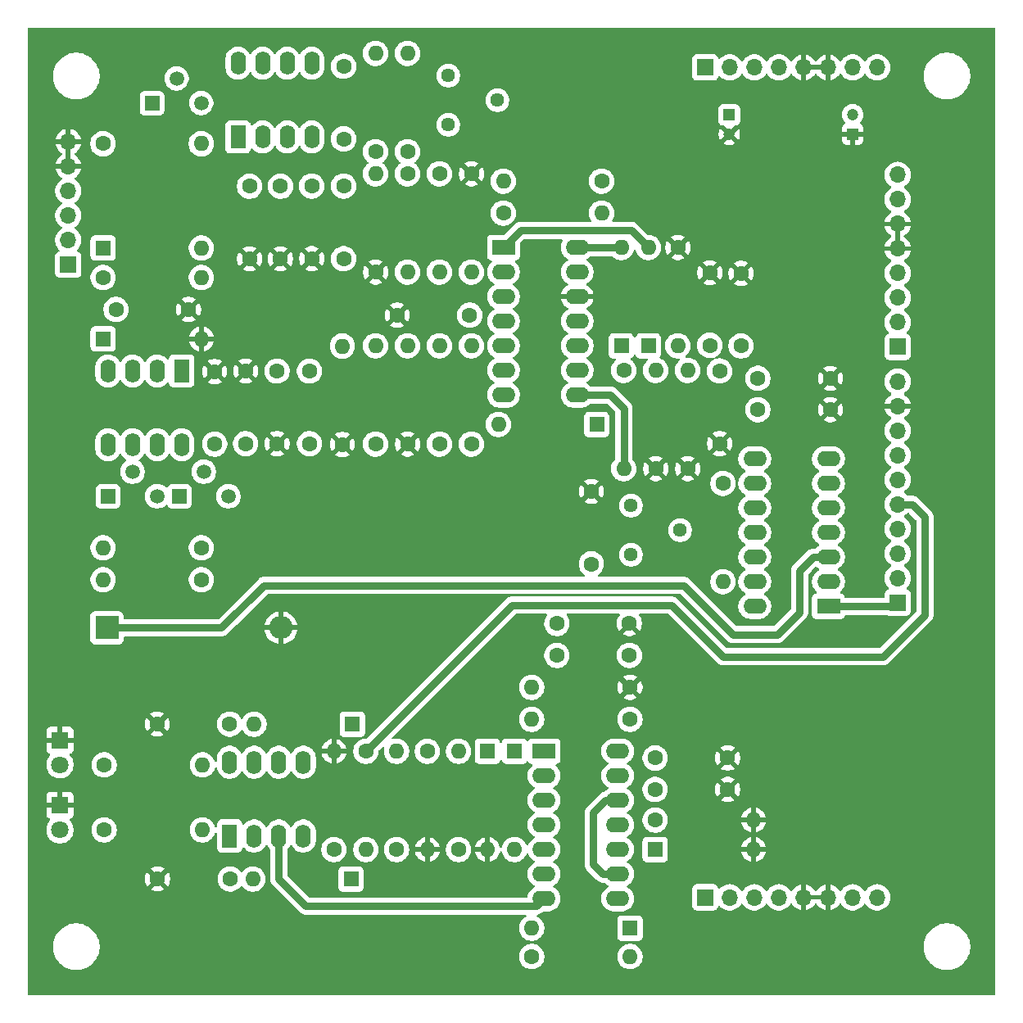
<source format=gbl>
%TF.GenerationSoftware,KiCad,Pcbnew,9.0.6*%
%TF.CreationDate,2025-12-29T18:15:07-05:00*%
%TF.ProjectId,MainModule,4d61696e-4d6f-4647-956c-652e6b696361,rev?*%
%TF.SameCoordinates,Original*%
%TF.FileFunction,Copper,L4,Bot*%
%TF.FilePolarity,Positive*%
%FSLAX46Y46*%
G04 Gerber Fmt 4.6, Leading zero omitted, Abs format (unit mm)*
G04 Created by KiCad (PCBNEW 9.0.6) date 2025-12-29 18:15:07*
%MOMM*%
%LPD*%
G01*
G04 APERTURE LIST*
%TA.AperFunction,ComponentPad*%
%ADD10C,1.600000*%
%TD*%
%TA.AperFunction,ComponentPad*%
%ADD11O,1.600000X1.600000*%
%TD*%
%TA.AperFunction,ComponentPad*%
%ADD12R,1.600000X1.600000*%
%TD*%
%TA.AperFunction,ComponentPad*%
%ADD13R,1.600000X2.400000*%
%TD*%
%TA.AperFunction,ComponentPad*%
%ADD14O,1.600000X2.400000*%
%TD*%
%TA.AperFunction,ComponentPad*%
%ADD15R,1.700000X1.700000*%
%TD*%
%TA.AperFunction,ComponentPad*%
%ADD16O,1.700000X1.700000*%
%TD*%
%TA.AperFunction,ComponentPad*%
%ADD17R,2.400000X1.600000*%
%TD*%
%TA.AperFunction,ComponentPad*%
%ADD18O,2.400000X1.600000*%
%TD*%
%TA.AperFunction,ComponentPad*%
%ADD19R,1.500000X1.500000*%
%TD*%
%TA.AperFunction,ComponentPad*%
%ADD20C,1.500000*%
%TD*%
%TA.AperFunction,ComponentPad*%
%ADD21C,1.440000*%
%TD*%
%TA.AperFunction,ComponentPad*%
%ADD22R,1.200000X1.200000*%
%TD*%
%TA.AperFunction,ComponentPad*%
%ADD23C,1.200000*%
%TD*%
%TA.AperFunction,ComponentPad*%
%ADD24R,1.800000X1.800000*%
%TD*%
%TA.AperFunction,ComponentPad*%
%ADD25C,1.800000*%
%TD*%
%TA.AperFunction,ComponentPad*%
%ADD26R,2.400000X2.400000*%
%TD*%
%TA.AperFunction,ComponentPad*%
%ADD27O,2.400000X2.400000*%
%TD*%
%TA.AperFunction,ViaPad*%
%ADD28C,0.800000*%
%TD*%
%TA.AperFunction,Conductor*%
%ADD29C,0.750000*%
%TD*%
G04 APERTURE END LIST*
D10*
X34925000Y-74803000D03*
D11*
X34925000Y-84963000D03*
D12*
X50292000Y-74803000D03*
D11*
X50292000Y-84963000D03*
D10*
X38100000Y-84963000D03*
D11*
X38100000Y-74803000D03*
D10*
X44500800Y-84963000D03*
D11*
X44500800Y-74803000D03*
D10*
X42535000Y-43055000D03*
D11*
X42535000Y-32895000D03*
D10*
X45837000Y-43055000D03*
D11*
X45837000Y-32895000D03*
D10*
X62230000Y-68199000D03*
D11*
X52070000Y-68199000D03*
D12*
X61331000Y-32895000D03*
D11*
X61331000Y-22735000D03*
D13*
X20838000Y-83556000D03*
D14*
X23378000Y-83556000D03*
X25918000Y-83556000D03*
X28458000Y-83556000D03*
X28458000Y-75936000D03*
X25918000Y-75936000D03*
X23378000Y-75936000D03*
X20838000Y-75936000D03*
D10*
X7874000Y-82931000D03*
D11*
X18034000Y-82931000D03*
D10*
X39233000Y-15115000D03*
D11*
X39233000Y-25275000D03*
D10*
X49139000Y-19179000D03*
D11*
X59299000Y-19179000D03*
D10*
X17924662Y-53764000D03*
D11*
X7764662Y-53764000D03*
D10*
X62170000Y-61595000D03*
X54670000Y-61595000D03*
D15*
X70000000Y-89900000D03*
D16*
X72540000Y-89900000D03*
X75080000Y-89900000D03*
X77620000Y-89900000D03*
X80160000Y-89900000D03*
X82700000Y-89900000D03*
X85240000Y-89900000D03*
X87780000Y-89900000D03*
D15*
X70000000Y-4110000D03*
D16*
X72540000Y-4110000D03*
X75080000Y-4110000D03*
X77620000Y-4110000D03*
X80160000Y-4110000D03*
X82700000Y-4110000D03*
X85240000Y-4110000D03*
X87780000Y-4110000D03*
D17*
X49149000Y-22730000D03*
D18*
X49149000Y-25270000D03*
X49149000Y-27810000D03*
X49149000Y-30350000D03*
X49149000Y-32890000D03*
X49149000Y-35430000D03*
X49149000Y-37970000D03*
X56769000Y-37970000D03*
X56769000Y-35430000D03*
X56769000Y-32890000D03*
X56769000Y-30350000D03*
X56769000Y-27810000D03*
X56769000Y-25270000D03*
X56769000Y-22730000D03*
D15*
X89900000Y-33000000D03*
D16*
X89900000Y-30460000D03*
X89900000Y-27920000D03*
X89900000Y-25380000D03*
X89900000Y-22840000D03*
X89900000Y-20300000D03*
X89900000Y-17760000D03*
X89900000Y-15220000D03*
D12*
X33528000Y-72009000D03*
D11*
X23368000Y-72009000D03*
D10*
X7750000Y-12000000D03*
D11*
X17910000Y-12000000D03*
D12*
X62230000Y-93091000D03*
D11*
X52070000Y-93091000D03*
D13*
X15882662Y-35486000D03*
D14*
X13342662Y-35486000D03*
X10802662Y-35486000D03*
X8262662Y-35486000D03*
X8262662Y-43106000D03*
X10802662Y-43106000D03*
X13342662Y-43106000D03*
X15882662Y-43106000D03*
D10*
X71491000Y-42995000D03*
X71491000Y-35495000D03*
D19*
X15638662Y-48438000D03*
D20*
X18178662Y-45898000D03*
X20718662Y-48438000D03*
D10*
X26100000Y-23900000D03*
X26100000Y-16400000D03*
X7764662Y-25824000D03*
D11*
X17924662Y-25824000D03*
D10*
X20850000Y-72000000D03*
X13350000Y-72000000D03*
X35931000Y-43055000D03*
D11*
X35931000Y-32895000D03*
D13*
X21717000Y-11295000D03*
D14*
X24257000Y-11295000D03*
X26797000Y-11295000D03*
X29337000Y-11295000D03*
X29337000Y-3675000D03*
X26797000Y-3675000D03*
X24257000Y-3675000D03*
X21717000Y-3675000D03*
D21*
X62324000Y-54478000D03*
X67404000Y-51938000D03*
X62324000Y-49398000D03*
D10*
X54670000Y-64897000D03*
X62170000Y-64897000D03*
X19300662Y-43050000D03*
X19300662Y-35550000D03*
D19*
X12824000Y-7792000D03*
D20*
X15364000Y-5252000D03*
X17904000Y-7792000D03*
D22*
X85250000Y-11000000D03*
D23*
X85250000Y-9000000D03*
D10*
X39233000Y-12829000D03*
D11*
X39233000Y-2669000D03*
D10*
X73700000Y-25400000D03*
X73700000Y-32900000D03*
X29098000Y-35500000D03*
X29098000Y-43000000D03*
X45660000Y-29718000D03*
X38160000Y-29718000D03*
D24*
X3302000Y-80391000D03*
D25*
X3302000Y-82931000D03*
D10*
X35931000Y-25275000D03*
D11*
X35931000Y-15115000D03*
D12*
X64834000Y-84963000D03*
D11*
X74994000Y-84963000D03*
D10*
X7874000Y-76200000D03*
D11*
X18034000Y-76200000D03*
D10*
X67173000Y-22735000D03*
D11*
X67173000Y-32895000D03*
D22*
X72500000Y-9027401D03*
D23*
X72500000Y-11027401D03*
D10*
X39233000Y-43055000D03*
D11*
X39233000Y-32895000D03*
D12*
X64125000Y-32895000D03*
D11*
X64125000Y-22735000D03*
D12*
X47498000Y-74803000D03*
D11*
X47498000Y-84963000D03*
D10*
X35931000Y-12829000D03*
D11*
X35931000Y-2669000D03*
D17*
X82749000Y-59817000D03*
D18*
X82749000Y-57277000D03*
X82749000Y-54737000D03*
X82749000Y-52197000D03*
X82749000Y-49657000D03*
X82749000Y-47117000D03*
X82749000Y-44577000D03*
X75129000Y-44577000D03*
X75129000Y-47117000D03*
X75129000Y-49657000D03*
X75129000Y-52197000D03*
X75129000Y-54737000D03*
X75129000Y-57277000D03*
X75129000Y-59817000D03*
D10*
X64830000Y-75500000D03*
X72330000Y-75500000D03*
X64887000Y-45595000D03*
D11*
X64887000Y-35435000D03*
D10*
X52070000Y-96012000D03*
D11*
X62230000Y-96012000D03*
D10*
X22900000Y-16400000D03*
X22900000Y-23900000D03*
X61585000Y-35435000D03*
D11*
X61585000Y-45595000D03*
D19*
X8272662Y-48438000D03*
D20*
X10812662Y-45898000D03*
X13352662Y-48438000D03*
D10*
X45837000Y-15115000D03*
D11*
X45837000Y-25275000D03*
D10*
X32500000Y-43080000D03*
D11*
X32500000Y-32920000D03*
D10*
X32629000Y-11499000D03*
X32629000Y-3999000D03*
X32629000Y-23885000D03*
X32629000Y-16385000D03*
D24*
X3302000Y-73660000D03*
D25*
X3302000Y-76200000D03*
D15*
X4160000Y-24500000D03*
D16*
X4160000Y-21960000D03*
X4160000Y-19420000D03*
X4160000Y-16880000D03*
X4160000Y-14340000D03*
X4160000Y-11800000D03*
D10*
X72330000Y-78750000D03*
X64830000Y-78750000D03*
D26*
X8162662Y-62034500D03*
D27*
X26162662Y-62034500D03*
D10*
X68189000Y-45595000D03*
D11*
X68189000Y-35435000D03*
D10*
X31623000Y-84963000D03*
D11*
X31623000Y-74803000D03*
D10*
X42535000Y-15115000D03*
D11*
X42535000Y-25275000D03*
D10*
X82950000Y-39500000D03*
X75450000Y-39500000D03*
X41275000Y-74803000D03*
D11*
X41275000Y-84963000D03*
D10*
X29327000Y-16385000D03*
X29327000Y-23885000D03*
X62230000Y-71501000D03*
D11*
X52070000Y-71501000D03*
D10*
X75450000Y-36250000D03*
X82950000Y-36250000D03*
X71837000Y-47112000D03*
D11*
X71837000Y-57272000D03*
D10*
X16594662Y-29126000D03*
X9094662Y-29126000D03*
D12*
X58791000Y-41023000D03*
D11*
X48631000Y-41023000D03*
D10*
X22500000Y-35500000D03*
X22500000Y-43000000D03*
D17*
X53350000Y-74798000D03*
D18*
X53350000Y-77338000D03*
X53350000Y-79878000D03*
X53350000Y-82418000D03*
X53350000Y-84958000D03*
X53350000Y-87498000D03*
X53350000Y-90038000D03*
X60970000Y-90038000D03*
X60970000Y-87498000D03*
X60970000Y-84958000D03*
X60970000Y-82418000D03*
X60970000Y-79878000D03*
X60970000Y-77338000D03*
X60970000Y-74798000D03*
D12*
X7764662Y-32174000D03*
D11*
X17924662Y-32174000D03*
D21*
X43436000Y-10035000D03*
X48516000Y-7495000D03*
X43436000Y-4955000D03*
D12*
X7764662Y-22776000D03*
D11*
X17924662Y-22776000D03*
D10*
X25750000Y-43000000D03*
X25750000Y-35500000D03*
X13400000Y-88000000D03*
X20900000Y-88000000D03*
X17924662Y-57066000D03*
D11*
X7764662Y-57066000D03*
D10*
X58238000Y-55439000D03*
X58238000Y-47939000D03*
X70475000Y-25335000D03*
X70475000Y-32835000D03*
D12*
X33401000Y-88011000D03*
D11*
X23241000Y-88011000D03*
D10*
X59299000Y-15877000D03*
D11*
X49139000Y-15877000D03*
D15*
X89900000Y-59436000D03*
D16*
X89900000Y-56896000D03*
X89900000Y-54356000D03*
X89900000Y-51816000D03*
X89900000Y-49276000D03*
X89900000Y-46736000D03*
X89900000Y-44196000D03*
X89900000Y-41656000D03*
X89900000Y-39116000D03*
X89900000Y-36576000D03*
D10*
X64834000Y-81915000D03*
D11*
X74994000Y-81915000D03*
D28*
X85852000Y-55880000D03*
X85852000Y-45974000D03*
X78740000Y-53340000D03*
D29*
X62347000Y-20957000D02*
X50922000Y-20957000D01*
X64125000Y-22735000D02*
X62347000Y-20957000D01*
X50922000Y-20957000D02*
X49149000Y-22730000D01*
X59441000Y-87498000D02*
X60970000Y-87498000D01*
X58420000Y-86487000D02*
X59436000Y-87503000D01*
X58420000Y-81153000D02*
X58420000Y-86487000D01*
X60970000Y-79878000D02*
X59695000Y-79878000D01*
X59695000Y-79878000D02*
X58420000Y-81153000D01*
X59436000Y-87503000D02*
X59441000Y-87498000D01*
X79756000Y-56134000D02*
X81153000Y-54737000D01*
X67818000Y-57658000D02*
X72898000Y-62738000D01*
X81153000Y-54737000D02*
X82749000Y-54737000D01*
X72898000Y-62738000D02*
X77470000Y-62738000D01*
X20007500Y-62034500D02*
X24384000Y-57658000D01*
X24384000Y-57658000D02*
X67818000Y-57658000D01*
X77470000Y-62738000D02*
X79756000Y-60452000D01*
X8162662Y-62034500D02*
X20007500Y-62034500D01*
X79756000Y-60452000D02*
X79756000Y-56134000D01*
X56774000Y-22735000D02*
X56769000Y-22730000D01*
X61331000Y-22735000D02*
X56774000Y-22735000D01*
X82749000Y-59817000D02*
X89519000Y-59817000D01*
X89519000Y-59817000D02*
X89900000Y-59436000D01*
X92710000Y-50546000D02*
X91440000Y-49276000D01*
X88392000Y-65024000D02*
X92710000Y-60706000D01*
X50038000Y-59690000D02*
X66548000Y-59690000D01*
X92710000Y-60706000D02*
X92710000Y-50546000D01*
X34925000Y-74803000D02*
X50038000Y-59690000D01*
X71882000Y-65024000D02*
X88392000Y-65024000D01*
X91440000Y-49276000D02*
X90000000Y-49276000D01*
X66548000Y-59690000D02*
X71882000Y-65024000D01*
X60195000Y-37970000D02*
X56769000Y-37970000D01*
X61585000Y-39360000D02*
X60195000Y-37970000D01*
X61585000Y-45595000D02*
X61585000Y-39360000D01*
X25918000Y-88001000D02*
X25918000Y-83556000D01*
X53350000Y-90038000D02*
X52583000Y-90805000D01*
X28702000Y-90805000D02*
X25908000Y-88011000D01*
X25908000Y-88011000D02*
X25918000Y-88001000D01*
X52583000Y-90805000D02*
X28702000Y-90805000D01*
%TA.AperFunction,Conductor*%
G36*
X82234075Y-89707007D02*
G01*
X82200000Y-89834174D01*
X82200000Y-89965826D01*
X82234075Y-90092993D01*
X82266988Y-90150000D01*
X80593012Y-90150000D01*
X80625925Y-90092993D01*
X80660000Y-89965826D01*
X80660000Y-89834174D01*
X80625925Y-89707007D01*
X80593012Y-89650000D01*
X82266988Y-89650000D01*
X82234075Y-89707007D01*
G37*
%TD.AperFunction*%
%TA.AperFunction,Conductor*%
G36*
X90150000Y-22406988D02*
G01*
X90092993Y-22374075D01*
X89965826Y-22340000D01*
X89834174Y-22340000D01*
X89707007Y-22374075D01*
X89650000Y-22406988D01*
X89650000Y-20733012D01*
X89707007Y-20765925D01*
X89834174Y-20800000D01*
X89965826Y-20800000D01*
X90092993Y-20765925D01*
X90150000Y-20733012D01*
X90150000Y-22406988D01*
G37*
%TD.AperFunction*%
%TA.AperFunction,Conductor*%
G36*
X4410000Y-13906988D02*
G01*
X4352993Y-13874075D01*
X4225826Y-13840000D01*
X4094174Y-13840000D01*
X3967007Y-13874075D01*
X3910000Y-13906988D01*
X3910000Y-12233012D01*
X3967007Y-12265925D01*
X4094174Y-12300000D01*
X4225826Y-12300000D01*
X4352993Y-12265925D01*
X4410000Y-12233012D01*
X4410000Y-13906988D01*
G37*
%TD.AperFunction*%
%TA.AperFunction,Conductor*%
G36*
X82234075Y-3917007D02*
G01*
X82200000Y-4044174D01*
X82200000Y-4175826D01*
X82234075Y-4302993D01*
X82266988Y-4360000D01*
X80593012Y-4360000D01*
X80625925Y-4302993D01*
X80660000Y-4175826D01*
X80660000Y-4044174D01*
X80625925Y-3917007D01*
X80593012Y-3860000D01*
X82266988Y-3860000D01*
X82234075Y-3917007D01*
G37*
%TD.AperFunction*%
%TA.AperFunction,Conductor*%
G36*
X99942539Y-20185D02*
G01*
X99988294Y-72989D01*
X99999500Y-124500D01*
X99999500Y-99875500D01*
X99979815Y-99942539D01*
X99927011Y-99988294D01*
X99875500Y-99999500D01*
X124500Y-99999500D01*
X57461Y-99979815D01*
X11706Y-99927011D01*
X500Y-99875500D01*
X500Y-94865186D01*
X2599500Y-94865186D01*
X2599500Y-95134813D01*
X2629686Y-95402719D01*
X2629688Y-95402731D01*
X2689684Y-95665594D01*
X2689687Y-95665602D01*
X2778734Y-95920082D01*
X2895714Y-96162994D01*
X2895716Y-96162997D01*
X3039162Y-96391289D01*
X3207266Y-96602085D01*
X3397915Y-96792734D01*
X3608711Y-96960838D01*
X3837003Y-97104284D01*
X4079921Y-97221267D01*
X4271049Y-97288145D01*
X4334397Y-97310312D01*
X4334405Y-97310315D01*
X4334408Y-97310315D01*
X4334409Y-97310316D01*
X4597268Y-97370312D01*
X4865187Y-97400499D01*
X4865188Y-97400500D01*
X4865191Y-97400500D01*
X5134812Y-97400500D01*
X5134812Y-97400499D01*
X5402732Y-97370312D01*
X5665591Y-97310316D01*
X5920079Y-97221267D01*
X6162997Y-97104284D01*
X6391289Y-96960838D01*
X6602085Y-96792734D01*
X6792734Y-96602085D01*
X6960838Y-96391289D01*
X7104284Y-96162997D01*
X7221267Y-95920079D01*
X7225137Y-95909019D01*
X50761500Y-95909019D01*
X50761500Y-96114980D01*
X50793719Y-96318408D01*
X50857367Y-96514294D01*
X50950873Y-96697806D01*
X51071926Y-96864423D01*
X51071930Y-96864428D01*
X51217571Y-97010069D01*
X51217576Y-97010073D01*
X51347248Y-97104284D01*
X51384197Y-97131129D01*
X51501128Y-97190709D01*
X51567705Y-97224632D01*
X51567707Y-97224632D01*
X51567710Y-97224634D01*
X51672707Y-97258749D01*
X51763591Y-97288280D01*
X51865305Y-97304390D01*
X51967019Y-97320500D01*
X51967020Y-97320500D01*
X52172980Y-97320500D01*
X52172981Y-97320500D01*
X52376408Y-97288280D01*
X52572290Y-97224634D01*
X52755803Y-97131129D01*
X52922430Y-97010068D01*
X53068068Y-96864430D01*
X53189129Y-96697803D01*
X53282634Y-96514290D01*
X53346280Y-96318408D01*
X53378500Y-96114981D01*
X53378500Y-95909019D01*
X60921500Y-95909019D01*
X60921500Y-96114980D01*
X60953719Y-96318408D01*
X61017367Y-96514294D01*
X61110873Y-96697806D01*
X61231926Y-96864423D01*
X61231930Y-96864428D01*
X61377571Y-97010069D01*
X61377576Y-97010073D01*
X61507248Y-97104284D01*
X61544197Y-97131129D01*
X61661128Y-97190709D01*
X61727705Y-97224632D01*
X61727707Y-97224632D01*
X61727710Y-97224634D01*
X61832707Y-97258749D01*
X61923591Y-97288280D01*
X62025305Y-97304390D01*
X62127019Y-97320500D01*
X62127020Y-97320500D01*
X62332980Y-97320500D01*
X62332981Y-97320500D01*
X62536408Y-97288280D01*
X62732290Y-97224634D01*
X62915803Y-97131129D01*
X63082430Y-97010068D01*
X63228068Y-96864430D01*
X63349129Y-96697803D01*
X63442634Y-96514290D01*
X63506280Y-96318408D01*
X63538500Y-96114981D01*
X63538500Y-95909019D01*
X63506280Y-95705591D01*
X63442632Y-95509705D01*
X63408709Y-95443128D01*
X63349129Y-95326197D01*
X63333661Y-95304908D01*
X63228073Y-95159576D01*
X63228069Y-95159571D01*
X63082428Y-95013930D01*
X63082423Y-95013926D01*
X63010994Y-94962030D01*
X62915806Y-94892873D01*
X62915805Y-94892872D01*
X62915803Y-94892871D01*
X62861469Y-94865186D01*
X92599500Y-94865186D01*
X92599500Y-95134813D01*
X92629686Y-95402719D01*
X92629688Y-95402731D01*
X92689684Y-95665594D01*
X92689687Y-95665602D01*
X92778734Y-95920082D01*
X92895714Y-96162994D01*
X92895716Y-96162997D01*
X93039162Y-96391289D01*
X93207266Y-96602085D01*
X93397915Y-96792734D01*
X93608711Y-96960838D01*
X93837003Y-97104284D01*
X94079921Y-97221267D01*
X94271049Y-97288145D01*
X94334397Y-97310312D01*
X94334405Y-97310315D01*
X94334408Y-97310315D01*
X94334409Y-97310316D01*
X94597268Y-97370312D01*
X94865187Y-97400499D01*
X94865188Y-97400500D01*
X94865191Y-97400500D01*
X95134812Y-97400500D01*
X95134812Y-97400499D01*
X95402732Y-97370312D01*
X95665591Y-97310316D01*
X95920079Y-97221267D01*
X96162997Y-97104284D01*
X96391289Y-96960838D01*
X96602085Y-96792734D01*
X96792734Y-96602085D01*
X96960838Y-96391289D01*
X97104284Y-96162997D01*
X97221267Y-95920079D01*
X97310316Y-95665591D01*
X97370312Y-95402732D01*
X97400500Y-95134809D01*
X97400500Y-94865191D01*
X97370312Y-94597268D01*
X97310316Y-94334409D01*
X97221267Y-94079921D01*
X97104284Y-93837003D01*
X96960838Y-93608711D01*
X96792734Y-93397915D01*
X96602085Y-93207266D01*
X96391289Y-93039162D01*
X96162997Y-92895716D01*
X96162994Y-92895714D01*
X95920082Y-92778734D01*
X95665602Y-92689687D01*
X95665594Y-92689684D01*
X95468446Y-92644687D01*
X95402732Y-92629688D01*
X95402728Y-92629687D01*
X95402719Y-92629686D01*
X95134813Y-92599500D01*
X95134809Y-92599500D01*
X94865191Y-92599500D01*
X94865186Y-92599500D01*
X94597280Y-92629686D01*
X94597268Y-92629688D01*
X94334405Y-92689684D01*
X94334397Y-92689687D01*
X94079917Y-92778734D01*
X93837005Y-92895714D01*
X93608712Y-93039161D01*
X93397915Y-93207265D01*
X93207265Y-93397915D01*
X93039161Y-93608712D01*
X92895714Y-93837005D01*
X92778734Y-94079917D01*
X92689687Y-94334397D01*
X92689684Y-94334405D01*
X92629688Y-94597268D01*
X92629686Y-94597280D01*
X92599500Y-94865186D01*
X62861469Y-94865186D01*
X62858496Y-94863671D01*
X62732294Y-94799367D01*
X62536408Y-94735719D01*
X62360794Y-94707905D01*
X62332981Y-94703500D01*
X62127019Y-94703500D01*
X62102550Y-94707375D01*
X61923591Y-94735719D01*
X61727705Y-94799367D01*
X61544193Y-94892873D01*
X61377576Y-95013926D01*
X61377571Y-95013930D01*
X61231930Y-95159571D01*
X61231926Y-95159576D01*
X61110873Y-95326193D01*
X61017367Y-95509705D01*
X60953719Y-95705591D01*
X60921500Y-95909019D01*
X53378500Y-95909019D01*
X53346280Y-95705591D01*
X53282632Y-95509705D01*
X53248709Y-95443128D01*
X53189129Y-95326197D01*
X53173661Y-95304908D01*
X53068073Y-95159576D01*
X53068069Y-95159571D01*
X52922428Y-95013930D01*
X52922423Y-95013926D01*
X52755806Y-94892873D01*
X52755805Y-94892872D01*
X52755803Y-94892871D01*
X52698496Y-94863671D01*
X52572294Y-94799367D01*
X52376408Y-94735719D01*
X52200794Y-94707905D01*
X52172981Y-94703500D01*
X51967019Y-94703500D01*
X51942550Y-94707375D01*
X51763591Y-94735719D01*
X51567705Y-94799367D01*
X51384193Y-94892873D01*
X51217576Y-95013926D01*
X51217571Y-95013930D01*
X51071930Y-95159571D01*
X51071926Y-95159576D01*
X50950873Y-95326193D01*
X50857367Y-95509705D01*
X50793719Y-95705591D01*
X50761500Y-95909019D01*
X7225137Y-95909019D01*
X7310316Y-95665591D01*
X7370312Y-95402732D01*
X7400500Y-95134809D01*
X7400500Y-94865191D01*
X7370312Y-94597268D01*
X7310316Y-94334409D01*
X7221267Y-94079921D01*
X7104284Y-93837003D01*
X6960838Y-93608711D01*
X6792734Y-93397915D01*
X6602085Y-93207266D01*
X6391289Y-93039162D01*
X6162997Y-92895716D01*
X6162994Y-92895714D01*
X5920082Y-92778734D01*
X5665602Y-92689687D01*
X5665594Y-92689684D01*
X5468446Y-92644687D01*
X5402732Y-92629688D01*
X5402728Y-92629687D01*
X5402719Y-92629686D01*
X5134813Y-92599500D01*
X5134809Y-92599500D01*
X4865191Y-92599500D01*
X4865186Y-92599500D01*
X4597280Y-92629686D01*
X4597268Y-92629688D01*
X4334405Y-92689684D01*
X4334397Y-92689687D01*
X4079917Y-92778734D01*
X3837005Y-92895714D01*
X3608712Y-93039161D01*
X3397915Y-93207265D01*
X3207265Y-93397915D01*
X3039161Y-93608712D01*
X2895714Y-93837005D01*
X2778734Y-94079917D01*
X2689687Y-94334397D01*
X2689684Y-94334405D01*
X2629688Y-94597268D01*
X2629686Y-94597280D01*
X2599500Y-94865186D01*
X500Y-94865186D01*
X500Y-87897682D01*
X12100000Y-87897682D01*
X12100000Y-88102317D01*
X12132009Y-88304417D01*
X12195244Y-88499031D01*
X12288141Y-88681350D01*
X12288147Y-88681359D01*
X12320523Y-88725921D01*
X12320524Y-88725922D01*
X13000000Y-88046446D01*
X13000000Y-88052661D01*
X13027259Y-88154394D01*
X13079920Y-88245606D01*
X13154394Y-88320080D01*
X13245606Y-88372741D01*
X13347339Y-88400000D01*
X13353553Y-88400000D01*
X12674076Y-89079474D01*
X12718650Y-89111859D01*
X12900968Y-89204755D01*
X13095582Y-89267990D01*
X13297683Y-89300000D01*
X13502317Y-89300000D01*
X13704417Y-89267990D01*
X13899031Y-89204755D01*
X14081349Y-89111859D01*
X14125921Y-89079474D01*
X13446447Y-88400000D01*
X13452661Y-88400000D01*
X13554394Y-88372741D01*
X13645606Y-88320080D01*
X13720080Y-88245606D01*
X13772741Y-88154394D01*
X13800000Y-88052661D01*
X13800000Y-88046447D01*
X14479474Y-88725921D01*
X14511859Y-88681349D01*
X14604755Y-88499031D01*
X14667990Y-88304417D01*
X14700000Y-88102317D01*
X14700000Y-87897691D01*
X14699998Y-87897674D01*
X14699894Y-87897019D01*
X19591500Y-87897019D01*
X19591500Y-88102980D01*
X19623719Y-88306408D01*
X19687367Y-88502294D01*
X19732302Y-88590482D01*
X19778602Y-88681350D01*
X19780873Y-88685806D01*
X19901926Y-88852423D01*
X19901930Y-88852428D01*
X20047571Y-88998069D01*
X20047576Y-88998073D01*
X20105188Y-89039930D01*
X20214197Y-89119129D01*
X20322397Y-89174260D01*
X20397705Y-89212632D01*
X20397707Y-89212632D01*
X20397710Y-89212634D01*
X20492672Y-89243489D01*
X20593591Y-89276280D01*
X20695305Y-89292390D01*
X20797019Y-89308500D01*
X20797020Y-89308500D01*
X21002980Y-89308500D01*
X21002981Y-89308500D01*
X21206408Y-89276280D01*
X21402290Y-89212634D01*
X21585803Y-89119129D01*
X21752430Y-88998068D01*
X21898068Y-88852430D01*
X21898070Y-88852426D01*
X21898073Y-88852424D01*
X21966186Y-88758674D01*
X22021515Y-88716008D01*
X22091129Y-88710029D01*
X22152924Y-88742634D01*
X22166822Y-88758674D01*
X22242926Y-88863424D01*
X22388571Y-89009069D01*
X22388576Y-89009073D01*
X22485476Y-89079474D01*
X22555197Y-89130129D01*
X22641809Y-89174260D01*
X22738705Y-89223632D01*
X22738707Y-89223632D01*
X22738710Y-89223634D01*
X22810931Y-89247100D01*
X22934591Y-89287280D01*
X23014902Y-89300000D01*
X23138019Y-89319500D01*
X23138020Y-89319500D01*
X23343980Y-89319500D01*
X23343981Y-89319500D01*
X23547408Y-89287280D01*
X23743290Y-89223634D01*
X23926803Y-89130129D01*
X24093430Y-89009068D01*
X24239068Y-88863430D01*
X24360129Y-88696803D01*
X24453634Y-88513290D01*
X24517280Y-88317408D01*
X24549500Y-88113981D01*
X24549500Y-87908019D01*
X24547863Y-87897682D01*
X24517280Y-87704591D01*
X24453632Y-87508705D01*
X24395705Y-87395019D01*
X24360129Y-87325197D01*
X24318838Y-87268364D01*
X24239073Y-87158576D01*
X24239069Y-87158571D01*
X24093428Y-87012930D01*
X24093423Y-87012926D01*
X23926806Y-86891873D01*
X23926805Y-86891872D01*
X23926803Y-86891871D01*
X23869496Y-86862671D01*
X23743294Y-86798367D01*
X23547408Y-86734719D01*
X23371794Y-86706905D01*
X23343981Y-86702500D01*
X23138019Y-86702500D01*
X23113550Y-86706375D01*
X22934591Y-86734719D01*
X22738705Y-86798367D01*
X22555193Y-86891873D01*
X22388576Y-87012926D01*
X22388571Y-87012930D01*
X22242930Y-87158571D01*
X22174813Y-87252326D01*
X22119482Y-87294991D01*
X22049869Y-87300970D01*
X21988074Y-87268364D01*
X21974177Y-87252326D01*
X21898068Y-87147570D01*
X21752430Y-87001932D01*
X21752428Y-87001930D01*
X21752423Y-87001926D01*
X21585806Y-86880873D01*
X21585805Y-86880872D01*
X21585803Y-86880871D01*
X21520778Y-86847739D01*
X21402294Y-86787367D01*
X21206408Y-86723719D01*
X21030794Y-86695905D01*
X21002981Y-86691500D01*
X20797019Y-86691500D01*
X20772550Y-86695375D01*
X20593591Y-86723719D01*
X20397705Y-86787367D01*
X20214193Y-86880873D01*
X20047576Y-87001926D01*
X20047571Y-87001930D01*
X19901930Y-87147571D01*
X19901926Y-87147576D01*
X19780873Y-87314193D01*
X19687367Y-87497705D01*
X19623719Y-87693591D01*
X19591500Y-87897019D01*
X14699894Y-87897019D01*
X14667990Y-87695582D01*
X14604755Y-87500968D01*
X14511859Y-87318650D01*
X14479474Y-87274077D01*
X14479474Y-87274076D01*
X13800000Y-87953551D01*
X13800000Y-87947339D01*
X13772741Y-87845606D01*
X13720080Y-87754394D01*
X13645606Y-87679920D01*
X13554394Y-87627259D01*
X13452661Y-87600000D01*
X13446446Y-87600000D01*
X14125922Y-86920524D01*
X14125921Y-86920523D01*
X14081359Y-86888147D01*
X14081350Y-86888141D01*
X13899031Y-86795244D01*
X13704417Y-86732009D01*
X13502317Y-86700000D01*
X13297683Y-86700000D01*
X13095582Y-86732009D01*
X12900968Y-86795244D01*
X12718644Y-86888143D01*
X12674077Y-86920523D01*
X12674077Y-86920524D01*
X13353554Y-87600000D01*
X13347339Y-87600000D01*
X13245606Y-87627259D01*
X13154394Y-87679920D01*
X13079920Y-87754394D01*
X13027259Y-87845606D01*
X13000000Y-87947339D01*
X13000000Y-87953553D01*
X12320524Y-87274077D01*
X12320523Y-87274077D01*
X12288143Y-87318644D01*
X12195244Y-87500968D01*
X12132009Y-87695582D01*
X12100000Y-87897682D01*
X500Y-87897682D01*
X500Y-82820149D01*
X1893500Y-82820149D01*
X1893500Y-83041851D01*
X1916788Y-83188885D01*
X1928182Y-83260824D01*
X1996693Y-83471680D01*
X2050620Y-83577516D01*
X2097343Y-83669215D01*
X2227657Y-83848576D01*
X2384424Y-84005343D01*
X2563785Y-84135657D01*
X2623900Y-84166287D01*
X2761319Y-84236306D01*
X2761321Y-84236306D01*
X2761324Y-84236308D01*
X2972176Y-84304818D01*
X3191149Y-84339500D01*
X3191150Y-84339500D01*
X3412850Y-84339500D01*
X3412851Y-84339500D01*
X3631824Y-84304818D01*
X3842676Y-84236308D01*
X4040215Y-84135657D01*
X4219576Y-84005343D01*
X4376343Y-83848576D01*
X4506657Y-83669215D01*
X4607308Y-83471676D01*
X4675818Y-83260824D01*
X4710500Y-83041851D01*
X4710500Y-82828019D01*
X6565500Y-82828019D01*
X6565500Y-83033981D01*
X6568515Y-83053019D01*
X6597719Y-83237408D01*
X6661367Y-83433294D01*
X6714273Y-83537126D01*
X6754744Y-83616554D01*
X6754873Y-83616806D01*
X6875926Y-83783423D01*
X6875930Y-83783428D01*
X7021571Y-83929069D01*
X7021576Y-83929073D01*
X7126550Y-84005340D01*
X7188197Y-84050129D01*
X7273123Y-84093401D01*
X7371705Y-84143632D01*
X7371707Y-84143632D01*
X7371710Y-84143634D01*
X7441429Y-84166287D01*
X7567591Y-84207280D01*
X7669305Y-84223390D01*
X7771019Y-84239500D01*
X7771020Y-84239500D01*
X7976980Y-84239500D01*
X7976981Y-84239500D01*
X8180408Y-84207280D01*
X8376290Y-84143634D01*
X8559803Y-84050129D01*
X8726430Y-83929068D01*
X8872068Y-83783430D01*
X8993129Y-83616803D01*
X9086634Y-83433290D01*
X9150280Y-83237408D01*
X9182500Y-83033981D01*
X9182500Y-82828019D01*
X16725500Y-82828019D01*
X16725500Y-83033981D01*
X16728515Y-83053019D01*
X16757719Y-83237408D01*
X16821367Y-83433294D01*
X16874273Y-83537126D01*
X16914744Y-83616554D01*
X16914873Y-83616806D01*
X17035926Y-83783423D01*
X17035930Y-83783428D01*
X17181571Y-83929069D01*
X17181576Y-83929073D01*
X17286550Y-84005340D01*
X17348197Y-84050129D01*
X17433123Y-84093401D01*
X17531705Y-84143632D01*
X17531707Y-84143632D01*
X17531710Y-84143634D01*
X17601429Y-84166287D01*
X17727591Y-84207280D01*
X17829305Y-84223390D01*
X17931019Y-84239500D01*
X17931020Y-84239500D01*
X18136980Y-84239500D01*
X18136981Y-84239500D01*
X18340408Y-84207280D01*
X18536290Y-84143634D01*
X18719803Y-84050129D01*
X18886430Y-83929068D01*
X19032068Y-83783430D01*
X19153129Y-83616803D01*
X19246634Y-83433290D01*
X19287569Y-83307304D01*
X19327007Y-83249630D01*
X19391366Y-83222432D01*
X19460212Y-83234347D01*
X19511688Y-83281591D01*
X19529500Y-83345624D01*
X19529500Y-84804654D01*
X19536011Y-84865202D01*
X19536011Y-84865204D01*
X19587111Y-85002204D01*
X19674739Y-85119261D01*
X19791796Y-85206889D01*
X19906949Y-85249839D01*
X19916251Y-85253309D01*
X19928799Y-85257989D01*
X19956050Y-85260918D01*
X19989345Y-85264499D01*
X19989362Y-85264500D01*
X21686638Y-85264500D01*
X21686654Y-85264499D01*
X21713692Y-85261591D01*
X21747201Y-85257989D01*
X21884204Y-85206889D01*
X22001261Y-85119261D01*
X22088889Y-85002204D01*
X22139989Y-84865201D01*
X22141827Y-84848103D01*
X22168564Y-84783555D01*
X22225957Y-84743707D01*
X22295782Y-84741213D01*
X22355871Y-84776865D01*
X22365435Y-84788477D01*
X22379928Y-84808426D01*
X22525571Y-84954069D01*
X22525576Y-84954073D01*
X22610346Y-85015661D01*
X22692197Y-85075129D01*
X22778809Y-85119260D01*
X22875705Y-85168632D01*
X22875707Y-85168632D01*
X22875710Y-85168634D01*
X22980707Y-85202749D01*
X23071591Y-85232280D01*
X23173305Y-85248390D01*
X23275019Y-85264500D01*
X23275020Y-85264500D01*
X23480980Y-85264500D01*
X23480981Y-85264500D01*
X23684408Y-85232280D01*
X23880290Y-85168634D01*
X24063803Y-85075129D01*
X24230430Y-84954068D01*
X24376068Y-84808430D01*
X24497129Y-84641803D01*
X24537515Y-84562540D01*
X24585490Y-84511745D01*
X24653311Y-84494950D01*
X24719446Y-84517487D01*
X24758485Y-84562541D01*
X24798873Y-84641806D01*
X24919926Y-84808423D01*
X24919930Y-84808428D01*
X24998181Y-84886679D01*
X25031666Y-84948002D01*
X25034500Y-84974360D01*
X25034500Y-87861493D01*
X25032118Y-87885682D01*
X25024500Y-87923983D01*
X25024500Y-88098021D01*
X25058450Y-88268700D01*
X25058453Y-88268712D01*
X25125049Y-88429490D01*
X25125050Y-88429492D01*
X25221740Y-88574198D01*
X25221743Y-88574202D01*
X28138794Y-91491252D01*
X28138795Y-91491253D01*
X28138798Y-91491255D01*
X28138802Y-91491259D01*
X28283505Y-91587948D01*
X28283508Y-91587949D01*
X28283511Y-91587951D01*
X28444287Y-91654546D01*
X28444292Y-91654548D01*
X28602555Y-91686028D01*
X28614978Y-91688499D01*
X28614982Y-91688500D01*
X51423846Y-91688500D01*
X51490885Y-91708185D01*
X51536640Y-91760989D01*
X51546584Y-91830147D01*
X51517559Y-91893703D01*
X51480141Y-91922985D01*
X51384193Y-91971873D01*
X51217576Y-92092926D01*
X51217571Y-92092930D01*
X51071930Y-92238571D01*
X51071926Y-92238576D01*
X50950873Y-92405193D01*
X50857367Y-92588705D01*
X50793719Y-92784591D01*
X50761500Y-92988019D01*
X50761500Y-93193980D01*
X50793719Y-93397408D01*
X50857367Y-93593294D01*
X50950873Y-93776806D01*
X51071926Y-93943423D01*
X51071930Y-93943428D01*
X51217571Y-94089069D01*
X51217576Y-94089073D01*
X51362908Y-94194661D01*
X51384197Y-94210129D01*
X51470809Y-94254260D01*
X51567705Y-94303632D01*
X51567707Y-94303632D01*
X51567710Y-94303634D01*
X51662389Y-94334397D01*
X51763591Y-94367280D01*
X51865305Y-94383390D01*
X51967019Y-94399500D01*
X51967020Y-94399500D01*
X52172980Y-94399500D01*
X52172981Y-94399500D01*
X52376408Y-94367280D01*
X52572290Y-94303634D01*
X52755803Y-94210129D01*
X52922430Y-94089068D01*
X53068068Y-93943430D01*
X53189129Y-93776803D01*
X53282634Y-93593290D01*
X53346280Y-93397408D01*
X53378500Y-93193981D01*
X53378500Y-92988019D01*
X53346280Y-92784591D01*
X53315442Y-92689684D01*
X53282634Y-92588710D01*
X53282632Y-92588707D01*
X53282632Y-92588705D01*
X53248709Y-92522128D01*
X53189129Y-92405197D01*
X53183371Y-92397272D01*
X53121365Y-92311926D01*
X53070811Y-92242345D01*
X60921500Y-92242345D01*
X60921500Y-93939654D01*
X60928011Y-94000202D01*
X60928011Y-94000204D01*
X60979111Y-94137204D01*
X61066739Y-94254261D01*
X61183796Y-94341889D01*
X61320799Y-94392989D01*
X61348050Y-94395918D01*
X61381345Y-94399499D01*
X61381362Y-94399500D01*
X63078638Y-94399500D01*
X63078654Y-94399499D01*
X63105692Y-94396591D01*
X63139201Y-94392989D01*
X63276204Y-94341889D01*
X63393261Y-94254261D01*
X63480889Y-94137204D01*
X63531989Y-94000201D01*
X63535591Y-93966692D01*
X63538499Y-93939654D01*
X63538500Y-93939637D01*
X63538500Y-92242362D01*
X63538499Y-92242345D01*
X63535157Y-92211270D01*
X63531989Y-92181799D01*
X63480889Y-92044796D01*
X63393261Y-91927739D01*
X63276204Y-91840111D01*
X63249490Y-91830147D01*
X63139203Y-91789011D01*
X63078654Y-91782500D01*
X63078638Y-91782500D01*
X61381362Y-91782500D01*
X61381345Y-91782500D01*
X61320797Y-91789011D01*
X61320795Y-91789011D01*
X61183795Y-91840111D01*
X61066739Y-91927739D01*
X60979111Y-92044795D01*
X60928011Y-92181795D01*
X60928011Y-92181797D01*
X60921500Y-92242345D01*
X53070811Y-92242345D01*
X53068073Y-92238576D01*
X53068069Y-92238571D01*
X52922428Y-92092930D01*
X52922423Y-92092926D01*
X52755804Y-91971871D01*
X52650333Y-91918130D01*
X52599538Y-91870156D01*
X52582743Y-91802335D01*
X52605281Y-91736200D01*
X52659996Y-91692749D01*
X52682427Y-91686031D01*
X52840708Y-91654548D01*
X53001495Y-91587948D01*
X53146199Y-91491259D01*
X53254640Y-91382817D01*
X53315961Y-91349334D01*
X53342320Y-91346500D01*
X53852980Y-91346500D01*
X53852981Y-91346500D01*
X54056408Y-91314280D01*
X54252290Y-91250634D01*
X54435803Y-91157129D01*
X54602430Y-91036068D01*
X54748068Y-90890430D01*
X54869129Y-90723803D01*
X54962634Y-90540290D01*
X55026280Y-90344408D01*
X55058500Y-90140981D01*
X55058500Y-89935019D01*
X55039791Y-89816897D01*
X55026280Y-89731591D01*
X54962632Y-89535705D01*
X54910848Y-89434075D01*
X54869129Y-89352197D01*
X54840642Y-89312988D01*
X54748073Y-89185576D01*
X54748069Y-89185571D01*
X54602428Y-89039930D01*
X54602423Y-89039926D01*
X54435806Y-88918873D01*
X54435805Y-88918872D01*
X54435803Y-88918871D01*
X54356540Y-88878484D01*
X54305745Y-88830510D01*
X54288950Y-88762689D01*
X54311487Y-88696554D01*
X54356541Y-88657515D01*
X54435803Y-88617129D01*
X54602430Y-88496068D01*
X54748068Y-88350430D01*
X54869129Y-88183803D01*
X54962634Y-88000290D01*
X55026280Y-87804408D01*
X55058500Y-87600981D01*
X55058500Y-87395019D01*
X55042657Y-87294991D01*
X55026280Y-87191591D01*
X54996749Y-87100707D01*
X54962634Y-86995710D01*
X54962632Y-86995707D01*
X54962632Y-86995705D01*
X54909725Y-86891871D01*
X54869129Y-86812197D01*
X54851088Y-86787366D01*
X54748073Y-86645576D01*
X54748069Y-86645571D01*
X54602428Y-86499930D01*
X54602423Y-86499926D01*
X54435806Y-86378873D01*
X54435805Y-86378872D01*
X54435803Y-86378871D01*
X54356540Y-86338484D01*
X54305745Y-86290510D01*
X54288950Y-86222689D01*
X54311487Y-86156554D01*
X54356541Y-86117515D01*
X54435803Y-86077129D01*
X54602430Y-85956068D01*
X54748068Y-85810430D01*
X54869129Y-85643803D01*
X54962634Y-85460290D01*
X55026280Y-85264408D01*
X55058500Y-85060981D01*
X55058500Y-84855019D01*
X55046976Y-84782262D01*
X55026280Y-84651591D01*
X54985689Y-84526667D01*
X54962634Y-84455710D01*
X54962632Y-84455707D01*
X54962632Y-84455705D01*
X54928709Y-84389128D01*
X54869129Y-84272197D01*
X54804995Y-84183923D01*
X54748073Y-84105576D01*
X54748069Y-84105571D01*
X54602428Y-83959930D01*
X54602423Y-83959926D01*
X54435806Y-83838873D01*
X54435805Y-83838872D01*
X54435803Y-83838871D01*
X54356540Y-83798484D01*
X54305745Y-83750510D01*
X54288950Y-83682689D01*
X54311487Y-83616554D01*
X54356541Y-83577515D01*
X54435803Y-83537129D01*
X54602430Y-83416068D01*
X54748068Y-83270430D01*
X54869129Y-83103803D01*
X54962634Y-82920290D01*
X55026280Y-82724408D01*
X55058500Y-82520981D01*
X55058500Y-82315019D01*
X55026280Y-82111592D01*
X55025696Y-82109796D01*
X54969470Y-81936749D01*
X54962634Y-81915710D01*
X54962632Y-81915707D01*
X54962632Y-81915705D01*
X54920994Y-81833988D01*
X54869129Y-81732197D01*
X54808095Y-81648190D01*
X54748073Y-81565576D01*
X54748069Y-81565571D01*
X54602428Y-81419930D01*
X54602423Y-81419926D01*
X54435806Y-81298873D01*
X54435805Y-81298872D01*
X54435803Y-81298871D01*
X54356540Y-81258484D01*
X54350411Y-81252695D01*
X54342405Y-81250056D01*
X54325391Y-81229065D01*
X54305745Y-81210510D01*
X54303718Y-81202326D01*
X54298410Y-81195777D01*
X54295445Y-81168917D01*
X54288950Y-81142689D01*
X54291669Y-81134709D01*
X54290744Y-81126329D01*
X54302770Y-81102132D01*
X54311487Y-81076554D01*
X54318899Y-81069682D01*
X54320740Y-81065978D01*
X57536500Y-81065978D01*
X57536500Y-86574021D01*
X57570450Y-86744700D01*
X57570453Y-86744712D01*
X57637049Y-86905490D01*
X57637050Y-86905492D01*
X57733740Y-87050198D01*
X57733743Y-87050202D01*
X58749741Y-88066199D01*
X58872801Y-88189259D01*
X59017505Y-88285948D01*
X59017506Y-88285948D01*
X59017507Y-88285949D01*
X59017509Y-88285950D01*
X59178287Y-88352546D01*
X59178292Y-88352548D01*
X59323846Y-88381500D01*
X59348978Y-88386499D01*
X59348982Y-88386500D01*
X59348983Y-88386500D01*
X59523016Y-88386500D01*
X59523017Y-88386500D01*
X59528887Y-88385332D01*
X59598477Y-88391553D01*
X59640768Y-88419266D01*
X59717571Y-88496069D01*
X59717576Y-88496073D01*
X59884195Y-88617128D01*
X59963459Y-88657516D01*
X60014254Y-88705490D01*
X60031049Y-88773311D01*
X60008511Y-88839446D01*
X59963459Y-88878484D01*
X59884195Y-88918871D01*
X59717576Y-89039926D01*
X59717571Y-89039930D01*
X59571930Y-89185571D01*
X59571926Y-89185576D01*
X59450873Y-89352193D01*
X59357367Y-89535705D01*
X59293719Y-89731591D01*
X59266759Y-89901815D01*
X59261500Y-89935019D01*
X59261500Y-90140981D01*
X59265905Y-90168794D01*
X59293719Y-90344408D01*
X59357367Y-90540294D01*
X59450873Y-90723806D01*
X59571926Y-90890423D01*
X59571930Y-90890428D01*
X59717571Y-91036069D01*
X59717576Y-91036073D01*
X59862908Y-91141661D01*
X59884197Y-91157129D01*
X60001128Y-91216709D01*
X60067705Y-91250632D01*
X60067707Y-91250632D01*
X60067710Y-91250634D01*
X60172707Y-91284749D01*
X60263591Y-91314280D01*
X60365305Y-91330390D01*
X60467019Y-91346500D01*
X60467020Y-91346500D01*
X61472980Y-91346500D01*
X61472981Y-91346500D01*
X61676408Y-91314280D01*
X61872290Y-91250634D01*
X62055803Y-91157129D01*
X62222430Y-91036068D01*
X62368068Y-90890430D01*
X62489129Y-90723803D01*
X62582634Y-90540290D01*
X62646280Y-90344408D01*
X62678500Y-90140981D01*
X62678500Y-89935019D01*
X62659791Y-89816897D01*
X62646280Y-89731591D01*
X62582632Y-89535705D01*
X62530848Y-89434075D01*
X62489129Y-89352197D01*
X62460642Y-89312988D01*
X62368073Y-89185576D01*
X62368069Y-89185571D01*
X62222428Y-89039930D01*
X62222423Y-89039926D01*
X62169320Y-89001345D01*
X68641500Y-89001345D01*
X68641500Y-90798654D01*
X68648011Y-90859202D01*
X68648011Y-90859204D01*
X68699111Y-90996204D01*
X68786739Y-91113261D01*
X68903796Y-91200889D01*
X69040799Y-91251989D01*
X69068050Y-91254918D01*
X69101345Y-91258499D01*
X69101362Y-91258500D01*
X70898638Y-91258500D01*
X70898654Y-91258499D01*
X70925692Y-91255591D01*
X70959201Y-91251989D01*
X71096204Y-91200889D01*
X71213261Y-91113261D01*
X71300889Y-90996204D01*
X71345957Y-90875371D01*
X71387827Y-90819442D01*
X71453291Y-90795025D01*
X71521564Y-90809877D01*
X71549818Y-90831028D01*
X71654996Y-90936206D01*
X71827991Y-91061894D01*
X71921438Y-91109507D01*
X72018516Y-91158972D01*
X72018519Y-91158973D01*
X72120200Y-91192010D01*
X72221884Y-91225049D01*
X72433084Y-91258500D01*
X72433085Y-91258500D01*
X72646915Y-91258500D01*
X72646916Y-91258500D01*
X72858116Y-91225049D01*
X73061483Y-91158972D01*
X73252009Y-91061894D01*
X73425004Y-90936206D01*
X73576206Y-90785004D01*
X73701894Y-90612009D01*
X73701896Y-90612004D01*
X73704270Y-90608132D01*
X73756080Y-90561254D01*
X73825009Y-90549829D01*
X73889173Y-90577483D01*
X73915730Y-90608132D01*
X73918103Y-90612005D01*
X73918105Y-90612008D01*
X73918106Y-90612009D01*
X74043794Y-90785004D01*
X74194996Y-90936206D01*
X74367991Y-91061894D01*
X74461438Y-91109507D01*
X74558516Y-91158972D01*
X74558519Y-91158973D01*
X74660200Y-91192010D01*
X74761884Y-91225049D01*
X74973084Y-91258500D01*
X74973085Y-91258500D01*
X75186915Y-91258500D01*
X75186916Y-91258500D01*
X75398116Y-91225049D01*
X75601483Y-91158972D01*
X75792009Y-91061894D01*
X75965004Y-90936206D01*
X76116206Y-90785004D01*
X76241894Y-90612009D01*
X76241896Y-90612004D01*
X76244270Y-90608132D01*
X76296080Y-90561254D01*
X76365009Y-90549829D01*
X76429173Y-90577483D01*
X76455730Y-90608132D01*
X76458103Y-90612005D01*
X76458105Y-90612008D01*
X76458106Y-90612009D01*
X76583794Y-90785004D01*
X76734996Y-90936206D01*
X76907991Y-91061894D01*
X77001438Y-91109507D01*
X77098516Y-91158972D01*
X77098519Y-91158973D01*
X77200200Y-91192010D01*
X77301884Y-91225049D01*
X77513084Y-91258500D01*
X77513085Y-91258500D01*
X77726915Y-91258500D01*
X77726916Y-91258500D01*
X77938116Y-91225049D01*
X78141483Y-91158972D01*
X78332009Y-91061894D01*
X78505004Y-90936206D01*
X78656206Y-90785004D01*
X78781894Y-90612009D01*
X78784283Y-90607319D01*
X78832254Y-90556522D01*
X78900074Y-90539724D01*
X78966210Y-90562258D01*
X79002201Y-90603788D01*
X79002832Y-90603402D01*
X79005164Y-90607207D01*
X79005251Y-90607308D01*
X79005376Y-90607554D01*
X79130272Y-90779459D01*
X79130276Y-90779464D01*
X79280535Y-90929723D01*
X79280540Y-90929727D01*
X79452442Y-91054620D01*
X79641782Y-91151095D01*
X79843871Y-91216757D01*
X79910000Y-91227231D01*
X79910000Y-90333012D01*
X79967007Y-90365925D01*
X80094174Y-90400000D01*
X80225826Y-90400000D01*
X80352993Y-90365925D01*
X80410000Y-90333012D01*
X80410000Y-91227230D01*
X80476126Y-91216757D01*
X80476129Y-91216757D01*
X80678217Y-91151095D01*
X80867557Y-91054620D01*
X81039459Y-90929727D01*
X81039464Y-90929723D01*
X81189723Y-90779464D01*
X81189727Y-90779459D01*
X81314620Y-90607558D01*
X81319514Y-90597954D01*
X81367488Y-90547157D01*
X81435308Y-90530361D01*
X81501444Y-90552897D01*
X81540486Y-90597954D01*
X81545379Y-90607558D01*
X81670272Y-90779459D01*
X81670276Y-90779464D01*
X81820535Y-90929723D01*
X81820540Y-90929727D01*
X81992442Y-91054620D01*
X82181782Y-91151095D01*
X82383871Y-91216757D01*
X82450000Y-91227231D01*
X82450000Y-90333012D01*
X82507007Y-90365925D01*
X82634174Y-90400000D01*
X82765826Y-90400000D01*
X82892993Y-90365925D01*
X82950000Y-90333012D01*
X82950000Y-91227230D01*
X83016126Y-91216757D01*
X83016129Y-91216757D01*
X83218217Y-91151095D01*
X83407557Y-91054620D01*
X83579459Y-90929727D01*
X83579464Y-90929723D01*
X83729723Y-90779464D01*
X83729727Y-90779459D01*
X83854619Y-90607560D01*
X83854738Y-90607327D01*
X83854808Y-90607252D01*
X83857168Y-90603402D01*
X83857976Y-90603897D01*
X83902707Y-90556526D01*
X83970526Y-90539723D01*
X84036663Y-90562254D01*
X84075712Y-90607311D01*
X84078105Y-90612008D01*
X84120002Y-90669674D01*
X84203794Y-90785004D01*
X84354996Y-90936206D01*
X84527991Y-91061894D01*
X84621438Y-91109507D01*
X84718516Y-91158972D01*
X84718519Y-91158973D01*
X84820200Y-91192010D01*
X84921884Y-91225049D01*
X85133084Y-91258500D01*
X85133085Y-91258500D01*
X85346915Y-91258500D01*
X85346916Y-91258500D01*
X85558116Y-91225049D01*
X85761483Y-91158972D01*
X85952009Y-91061894D01*
X86125004Y-90936206D01*
X86276206Y-90785004D01*
X86401894Y-90612009D01*
X86401896Y-90612004D01*
X86404270Y-90608132D01*
X86456080Y-90561254D01*
X86525009Y-90549829D01*
X86589173Y-90577483D01*
X86615730Y-90608132D01*
X86618103Y-90612005D01*
X86618105Y-90612008D01*
X86618106Y-90612009D01*
X86743794Y-90785004D01*
X86894996Y-90936206D01*
X87067991Y-91061894D01*
X87161438Y-91109507D01*
X87258516Y-91158972D01*
X87258519Y-91158973D01*
X87360200Y-91192010D01*
X87461884Y-91225049D01*
X87673084Y-91258500D01*
X87673085Y-91258500D01*
X87886915Y-91258500D01*
X87886916Y-91258500D01*
X88098116Y-91225049D01*
X88301483Y-91158972D01*
X88492009Y-91061894D01*
X88665004Y-90936206D01*
X88816206Y-90785004D01*
X88941894Y-90612009D01*
X89038972Y-90421483D01*
X89105049Y-90218116D01*
X89138500Y-90006916D01*
X89138500Y-89793084D01*
X89105049Y-89581884D01*
X89038972Y-89378517D01*
X89038972Y-89378516D01*
X88979546Y-89261888D01*
X88941894Y-89187991D01*
X88816206Y-89014996D01*
X88665004Y-88863794D01*
X88492009Y-88738106D01*
X88468095Y-88725921D01*
X88301483Y-88641027D01*
X88301480Y-88641026D01*
X88098117Y-88574951D01*
X87992516Y-88558225D01*
X87886916Y-88541500D01*
X87673084Y-88541500D01*
X87602684Y-88552650D01*
X87461882Y-88574951D01*
X87258519Y-88641026D01*
X87258516Y-88641027D01*
X87067990Y-88738106D01*
X86894993Y-88863796D01*
X86743796Y-89014993D01*
X86618105Y-89187991D01*
X86615727Y-89191873D01*
X86563914Y-89238748D01*
X86494984Y-89250169D01*
X86430822Y-89222512D01*
X86404273Y-89191873D01*
X86401894Y-89187991D01*
X86359855Y-89130129D01*
X86276206Y-89014996D01*
X86125004Y-88863794D01*
X85952009Y-88738106D01*
X85928095Y-88725921D01*
X85761483Y-88641027D01*
X85761480Y-88641026D01*
X85558117Y-88574951D01*
X85452516Y-88558225D01*
X85346916Y-88541500D01*
X85133084Y-88541500D01*
X85062684Y-88552650D01*
X84921882Y-88574951D01*
X84718519Y-88641026D01*
X84718516Y-88641027D01*
X84527990Y-88738106D01*
X84354993Y-88863796D01*
X84203796Y-89014993D01*
X84078103Y-89187994D01*
X84075709Y-89192693D01*
X84027731Y-89243485D01*
X83959908Y-89260275D01*
X83893775Y-89237732D01*
X83857800Y-89196210D01*
X83857168Y-89196598D01*
X83854829Y-89192781D01*
X83854743Y-89192682D01*
X83854620Y-89192441D01*
X83729727Y-89020540D01*
X83729723Y-89020535D01*
X83579464Y-88870276D01*
X83579459Y-88870272D01*
X83407557Y-88745379D01*
X83218215Y-88648903D01*
X83016124Y-88583241D01*
X82950000Y-88572768D01*
X82950000Y-89466988D01*
X82892993Y-89434075D01*
X82765826Y-89400000D01*
X82634174Y-89400000D01*
X82507007Y-89434075D01*
X82450000Y-89466988D01*
X82450000Y-88572768D01*
X82449999Y-88572768D01*
X82383875Y-88583241D01*
X82181784Y-88648903D01*
X81992442Y-88745379D01*
X81820540Y-88870272D01*
X81820535Y-88870276D01*
X81670276Y-89020535D01*
X81670272Y-89020540D01*
X81545377Y-89192444D01*
X81540484Y-89202048D01*
X81492509Y-89252844D01*
X81424688Y-89269638D01*
X81358553Y-89247100D01*
X81319516Y-89202048D01*
X81314622Y-89192444D01*
X81189727Y-89020540D01*
X81189723Y-89020535D01*
X81039464Y-88870276D01*
X81039459Y-88870272D01*
X80867557Y-88745379D01*
X80678215Y-88648903D01*
X80476124Y-88583241D01*
X80410000Y-88572768D01*
X80410000Y-89466988D01*
X80352993Y-89434075D01*
X80225826Y-89400000D01*
X80094174Y-89400000D01*
X79967007Y-89434075D01*
X79910000Y-89466988D01*
X79910000Y-88572768D01*
X79909999Y-88572768D01*
X79843875Y-88583241D01*
X79641784Y-88648903D01*
X79452442Y-88745379D01*
X79280540Y-88870272D01*
X79280535Y-88870276D01*
X79130276Y-89020535D01*
X79130272Y-89020540D01*
X79005376Y-89192446D01*
X79005374Y-89192448D01*
X79005246Y-89192701D01*
X79005172Y-89192779D01*
X79002832Y-89196598D01*
X79002029Y-89196106D01*
X78957264Y-89243489D01*
X78889441Y-89260274D01*
X78823309Y-89237727D01*
X78784285Y-89192683D01*
X78781895Y-89187992D01*
X78703052Y-89079474D01*
X78656206Y-89014996D01*
X78505004Y-88863794D01*
X78332009Y-88738106D01*
X78308095Y-88725921D01*
X78141483Y-88641027D01*
X78141480Y-88641026D01*
X77938117Y-88574951D01*
X77832516Y-88558225D01*
X77726916Y-88541500D01*
X77513084Y-88541500D01*
X77442684Y-88552650D01*
X77301882Y-88574951D01*
X77098519Y-88641026D01*
X77098516Y-88641027D01*
X76907990Y-88738106D01*
X76734993Y-88863796D01*
X76583796Y-89014993D01*
X76458105Y-89187991D01*
X76455727Y-89191873D01*
X76403914Y-89238748D01*
X76334984Y-89250169D01*
X76270822Y-89222512D01*
X76244273Y-89191873D01*
X76241894Y-89187991D01*
X76199855Y-89130129D01*
X76116206Y-89014996D01*
X75965004Y-88863794D01*
X75792009Y-88738106D01*
X75768095Y-88725921D01*
X75601483Y-88641027D01*
X75601480Y-88641026D01*
X75398117Y-88574951D01*
X75292516Y-88558225D01*
X75186916Y-88541500D01*
X74973084Y-88541500D01*
X74902684Y-88552650D01*
X74761882Y-88574951D01*
X74558519Y-88641026D01*
X74558516Y-88641027D01*
X74367990Y-88738106D01*
X74194993Y-88863796D01*
X74043796Y-89014993D01*
X73918105Y-89187991D01*
X73915727Y-89191873D01*
X73863914Y-89238748D01*
X73794984Y-89250169D01*
X73730822Y-89222512D01*
X73704273Y-89191873D01*
X73701894Y-89187991D01*
X73659855Y-89130129D01*
X73576206Y-89014996D01*
X73425004Y-88863794D01*
X73252009Y-88738106D01*
X73228095Y-88725921D01*
X73061483Y-88641027D01*
X73061480Y-88641026D01*
X72858117Y-88574951D01*
X72752516Y-88558225D01*
X72646916Y-88541500D01*
X72433084Y-88541500D01*
X72362684Y-88552650D01*
X72221882Y-88574951D01*
X72018519Y-88641026D01*
X72018516Y-88641027D01*
X71827990Y-88738106D01*
X71654997Y-88863793D01*
X71549818Y-88968972D01*
X71488495Y-89002456D01*
X71418803Y-88997472D01*
X71362870Y-88955600D01*
X71345958Y-88924629D01*
X71300889Y-88803796D01*
X71213261Y-88686739D01*
X71096204Y-88599111D01*
X71073069Y-88590482D01*
X70959203Y-88548011D01*
X70898654Y-88541500D01*
X70898638Y-88541500D01*
X69101362Y-88541500D01*
X69101345Y-88541500D01*
X69040797Y-88548011D01*
X69040795Y-88548011D01*
X68903795Y-88599111D01*
X68786739Y-88686739D01*
X68699111Y-88803795D01*
X68648011Y-88940795D01*
X68648011Y-88940797D01*
X68641500Y-89001345D01*
X62169320Y-89001345D01*
X62055806Y-88918873D01*
X62055805Y-88918872D01*
X62055803Y-88918871D01*
X61976540Y-88878484D01*
X61925745Y-88830510D01*
X61908950Y-88762689D01*
X61931487Y-88696554D01*
X61976541Y-88657515D01*
X62055803Y-88617129D01*
X62222430Y-88496068D01*
X62368068Y-88350430D01*
X62489129Y-88183803D01*
X62582634Y-88000290D01*
X62646280Y-87804408D01*
X62678500Y-87600981D01*
X62678500Y-87395019D01*
X62662657Y-87294991D01*
X62646280Y-87191591D01*
X62616749Y-87100707D01*
X62582634Y-86995710D01*
X62582632Y-86995707D01*
X62582632Y-86995705D01*
X62529725Y-86891871D01*
X62489129Y-86812197D01*
X62471088Y-86787366D01*
X62368073Y-86645576D01*
X62368069Y-86645571D01*
X62222428Y-86499930D01*
X62222423Y-86499926D01*
X62055806Y-86378873D01*
X62055805Y-86378872D01*
X62055803Y-86378871D01*
X61976540Y-86338484D01*
X61925745Y-86290510D01*
X61908950Y-86222689D01*
X61931487Y-86156554D01*
X61976541Y-86117515D01*
X62055803Y-86077129D01*
X62222430Y-85956068D01*
X62368068Y-85810430D01*
X62489129Y-85643803D01*
X62582634Y-85460290D01*
X62646280Y-85264408D01*
X62678500Y-85060981D01*
X62678500Y-84855019D01*
X62666976Y-84782262D01*
X62646280Y-84651591D01*
X62605689Y-84526667D01*
X62582634Y-84455710D01*
X62582632Y-84455707D01*
X62582632Y-84455705D01*
X62489129Y-84272197D01*
X62424997Y-84183926D01*
X62424996Y-84183923D01*
X62374444Y-84114345D01*
X63525500Y-84114345D01*
X63525500Y-85811654D01*
X63532011Y-85872202D01*
X63532011Y-85872204D01*
X63583111Y-86009204D01*
X63670739Y-86126261D01*
X63787796Y-86213889D01*
X63924799Y-86264989D01*
X63952050Y-86267918D01*
X63985345Y-86271499D01*
X63985362Y-86271500D01*
X65682638Y-86271500D01*
X65682654Y-86271499D01*
X65709692Y-86268591D01*
X65743201Y-86264989D01*
X65880204Y-86213889D01*
X65997261Y-86126261D01*
X66084889Y-86009204D01*
X66135989Y-85872201D01*
X66141322Y-85822598D01*
X66142499Y-85811654D01*
X66142500Y-85811637D01*
X66142500Y-84713000D01*
X73717391Y-84713000D01*
X74678314Y-84713000D01*
X74673920Y-84717394D01*
X74621259Y-84808606D01*
X74594000Y-84910339D01*
X74594000Y-85015661D01*
X74621259Y-85117394D01*
X74673920Y-85208606D01*
X74678314Y-85213000D01*
X73717391Y-85213000D01*
X73726009Y-85267413D01*
X73789244Y-85462029D01*
X73882140Y-85644349D01*
X74002417Y-85809894D01*
X74002417Y-85809895D01*
X74147104Y-85954582D01*
X74312650Y-86074859D01*
X74494968Y-86167754D01*
X74689578Y-86230988D01*
X74744000Y-86239607D01*
X74744000Y-85278686D01*
X74748394Y-85283080D01*
X74839606Y-85335741D01*
X74941339Y-85363000D01*
X75046661Y-85363000D01*
X75148394Y-85335741D01*
X75239606Y-85283080D01*
X75244000Y-85278686D01*
X75244000Y-86239607D01*
X75298421Y-86230988D01*
X75493031Y-86167754D01*
X75675349Y-86074859D01*
X75840894Y-85954582D01*
X75840895Y-85954582D01*
X75985582Y-85809895D01*
X75985582Y-85809894D01*
X76105859Y-85644349D01*
X76198755Y-85462029D01*
X76261990Y-85267413D01*
X76270609Y-85213000D01*
X75309686Y-85213000D01*
X75314080Y-85208606D01*
X75366741Y-85117394D01*
X75394000Y-85015661D01*
X75394000Y-84910339D01*
X75366741Y-84808606D01*
X75314080Y-84717394D01*
X75309686Y-84713000D01*
X76270609Y-84713000D01*
X76261990Y-84658586D01*
X76198755Y-84463970D01*
X76105859Y-84281650D01*
X75985582Y-84116105D01*
X75985582Y-84116104D01*
X75840895Y-83971417D01*
X75675349Y-83851140D01*
X75493029Y-83758244D01*
X75298413Y-83695009D01*
X75244000Y-83686390D01*
X75244000Y-84647314D01*
X75239606Y-84642920D01*
X75148394Y-84590259D01*
X75046661Y-84563000D01*
X74941339Y-84563000D01*
X74839606Y-84590259D01*
X74748394Y-84642920D01*
X74744000Y-84647314D01*
X74744000Y-83686390D01*
X74689586Y-83695009D01*
X74494970Y-83758244D01*
X74312650Y-83851140D01*
X74147105Y-83971417D01*
X74147104Y-83971417D01*
X74002417Y-84116104D01*
X74002417Y-84116105D01*
X73882140Y-84281650D01*
X73789244Y-84463970D01*
X73726009Y-84658586D01*
X73717391Y-84713000D01*
X66142500Y-84713000D01*
X66142500Y-84114362D01*
X66142499Y-84114345D01*
X66139157Y-84083270D01*
X66135989Y-84053799D01*
X66134620Y-84050129D01*
X66089468Y-83929073D01*
X66084889Y-83916796D01*
X65997261Y-83799739D01*
X65880204Y-83712111D01*
X65743203Y-83661011D01*
X65682654Y-83654500D01*
X65682638Y-83654500D01*
X63985362Y-83654500D01*
X63985345Y-83654500D01*
X63924797Y-83661011D01*
X63924795Y-83661011D01*
X63787795Y-83712111D01*
X63670739Y-83799739D01*
X63583111Y-83916795D01*
X63532011Y-84053795D01*
X63532011Y-84053797D01*
X63525500Y-84114345D01*
X62374444Y-84114345D01*
X62368073Y-84105576D01*
X62368069Y-84105571D01*
X62222428Y-83959930D01*
X62222423Y-83959926D01*
X62055806Y-83838873D01*
X62055805Y-83838872D01*
X62055803Y-83838871D01*
X61976540Y-83798484D01*
X61925745Y-83750510D01*
X61908950Y-83682689D01*
X61931487Y-83616554D01*
X61976541Y-83577515D01*
X62055803Y-83537129D01*
X62222430Y-83416068D01*
X62368068Y-83270430D01*
X62489129Y-83103803D01*
X62582634Y-82920290D01*
X62646280Y-82724408D01*
X62678500Y-82520981D01*
X62678500Y-82315019D01*
X62646280Y-82111592D01*
X62645696Y-82109796D01*
X62589470Y-81936749D01*
X62582634Y-81915710D01*
X62582632Y-81915707D01*
X62582632Y-81915705D01*
X62556002Y-81863442D01*
X62540994Y-81833988D01*
X62529800Y-81812019D01*
X63525500Y-81812019D01*
X63525500Y-82017980D01*
X63557719Y-82221408D01*
X63621367Y-82417294D01*
X63674199Y-82520980D01*
X63714591Y-82600254D01*
X63714873Y-82600806D01*
X63835926Y-82767423D01*
X63835930Y-82767428D01*
X63981571Y-82913069D01*
X63981576Y-82913073D01*
X64126908Y-83018661D01*
X64148197Y-83034129D01*
X64265128Y-83093709D01*
X64331705Y-83127632D01*
X64331707Y-83127632D01*
X64331710Y-83127634D01*
X64428408Y-83159053D01*
X64527591Y-83191280D01*
X64629305Y-83207390D01*
X64731019Y-83223500D01*
X64731020Y-83223500D01*
X64936980Y-83223500D01*
X64936981Y-83223500D01*
X65140408Y-83191280D01*
X65336290Y-83127634D01*
X65519803Y-83034129D01*
X65686430Y-82913068D01*
X65832068Y-82767430D01*
X65953129Y-82600803D01*
X66046634Y-82417290D01*
X66110280Y-82221408D01*
X66110596Y-82219413D01*
X66128157Y-82108539D01*
X66142500Y-82017980D01*
X66142500Y-81812019D01*
X66128157Y-81721461D01*
X66119214Y-81665000D01*
X73717391Y-81665000D01*
X74678314Y-81665000D01*
X74673920Y-81669394D01*
X74621259Y-81760606D01*
X74594000Y-81862339D01*
X74594000Y-81967661D01*
X74621259Y-82069394D01*
X74673920Y-82160606D01*
X74678314Y-82165000D01*
X73717391Y-82165000D01*
X73726009Y-82219413D01*
X73789244Y-82414029D01*
X73882140Y-82596349D01*
X74002417Y-82761894D01*
X74002417Y-82761895D01*
X74147104Y-82906582D01*
X74312650Y-83026859D01*
X74494968Y-83119754D01*
X74689578Y-83182988D01*
X74744000Y-83191607D01*
X74744000Y-82230686D01*
X74748394Y-82235080D01*
X74839606Y-82287741D01*
X74941339Y-82315000D01*
X75046661Y-82315000D01*
X75148394Y-82287741D01*
X75239606Y-82235080D01*
X75244000Y-82230686D01*
X75244000Y-83191606D01*
X75298421Y-83182988D01*
X75493031Y-83119754D01*
X75675349Y-83026859D01*
X75840894Y-82906582D01*
X75840895Y-82906582D01*
X75985582Y-82761895D01*
X75985582Y-82761894D01*
X76105859Y-82596349D01*
X76198755Y-82414029D01*
X76261990Y-82219413D01*
X76270609Y-82165000D01*
X75309686Y-82165000D01*
X75314080Y-82160606D01*
X75366741Y-82069394D01*
X75394000Y-81967661D01*
X75394000Y-81862339D01*
X75366741Y-81760606D01*
X75314080Y-81669394D01*
X75309686Y-81665000D01*
X76270609Y-81665000D01*
X76261990Y-81610586D01*
X76198755Y-81415970D01*
X76105859Y-81233650D01*
X75985582Y-81068105D01*
X75985582Y-81068104D01*
X75840895Y-80923417D01*
X75675349Y-80803140D01*
X75493029Y-80710244D01*
X75298413Y-80647009D01*
X75244000Y-80638390D01*
X75244000Y-81599314D01*
X75239606Y-81594920D01*
X75148394Y-81542259D01*
X75046661Y-81515000D01*
X74941339Y-81515000D01*
X74839606Y-81542259D01*
X74748394Y-81594920D01*
X74744000Y-81599314D01*
X74744000Y-80638390D01*
X74689586Y-80647009D01*
X74494970Y-80710244D01*
X74312650Y-80803140D01*
X74147105Y-80923417D01*
X74147104Y-80923417D01*
X74002417Y-81068104D01*
X74002417Y-81068105D01*
X73882140Y-81233650D01*
X73789244Y-81415970D01*
X73726009Y-81610586D01*
X73717391Y-81665000D01*
X66119214Y-81665000D01*
X66110280Y-81608591D01*
X66079870Y-81515000D01*
X66046634Y-81412710D01*
X66046632Y-81412707D01*
X66046632Y-81412705D01*
X66008997Y-81338844D01*
X65953129Y-81229197D01*
X65884480Y-81134709D01*
X65832073Y-81062576D01*
X65832069Y-81062571D01*
X65686428Y-80916930D01*
X65686423Y-80916926D01*
X65519806Y-80795873D01*
X65519805Y-80795872D01*
X65519803Y-80795871D01*
X65431916Y-80751090D01*
X65336294Y-80702367D01*
X65140408Y-80638719D01*
X64964794Y-80610905D01*
X64936981Y-80606500D01*
X64731019Y-80606500D01*
X64706550Y-80610375D01*
X64527591Y-80638719D01*
X64331705Y-80702367D01*
X64148193Y-80795873D01*
X63981576Y-80916926D01*
X63981571Y-80916930D01*
X63835930Y-81062571D01*
X63835926Y-81062576D01*
X63714873Y-81229193D01*
X63621367Y-81412705D01*
X63557719Y-81608591D01*
X63525500Y-81812019D01*
X62529800Y-81812019D01*
X62489129Y-81732197D01*
X62428095Y-81648190D01*
X62368073Y-81565576D01*
X62368069Y-81565571D01*
X62222428Y-81419930D01*
X62222423Y-81419926D01*
X62055806Y-81298873D01*
X62055805Y-81298872D01*
X62055803Y-81298871D01*
X61976540Y-81258484D01*
X61925745Y-81210510D01*
X61908950Y-81142689D01*
X61931487Y-81076554D01*
X61976541Y-81037515D01*
X62055803Y-80997129D01*
X62222430Y-80876068D01*
X62368068Y-80730430D01*
X62489129Y-80563803D01*
X62582634Y-80380290D01*
X62646280Y-80184408D01*
X62678500Y-79980981D01*
X62678500Y-79775019D01*
X62674232Y-79748073D01*
X62646280Y-79571591D01*
X62600715Y-79431359D01*
X62582634Y-79375710D01*
X62582632Y-79375707D01*
X62582632Y-79375705D01*
X62519748Y-79252290D01*
X62489129Y-79192197D01*
X62418550Y-79095053D01*
X62368073Y-79025576D01*
X62368069Y-79025571D01*
X62222428Y-78879930D01*
X62222423Y-78879926D01*
X62055806Y-78758873D01*
X62055805Y-78758872D01*
X62055803Y-78758871D01*
X61976540Y-78718484D01*
X61925745Y-78670510D01*
X61919928Y-78647019D01*
X63521500Y-78647019D01*
X63521500Y-78852980D01*
X63553719Y-79056408D01*
X63617367Y-79252294D01*
X63680249Y-79375705D01*
X63708602Y-79431350D01*
X63710873Y-79435806D01*
X63831926Y-79602423D01*
X63831930Y-79602428D01*
X63977571Y-79748069D01*
X63977576Y-79748073D01*
X64089616Y-79829474D01*
X64144197Y-79869129D01*
X64261128Y-79928709D01*
X64327705Y-79962632D01*
X64327707Y-79962632D01*
X64327710Y-79962634D01*
X64432707Y-79996749D01*
X64523591Y-80026280D01*
X64552824Y-80030910D01*
X64727019Y-80058500D01*
X64727020Y-80058500D01*
X64932980Y-80058500D01*
X64932981Y-80058500D01*
X65136408Y-80026280D01*
X65332290Y-79962634D01*
X65515803Y-79869129D01*
X65682430Y-79748068D01*
X65828068Y-79602430D01*
X65949129Y-79435803D01*
X66042634Y-79252290D01*
X66106280Y-79056408D01*
X66138500Y-78852981D01*
X66138500Y-78647682D01*
X71030000Y-78647682D01*
X71030000Y-78852317D01*
X71062009Y-79054417D01*
X71125244Y-79249031D01*
X71218141Y-79431350D01*
X71218147Y-79431359D01*
X71250523Y-79475921D01*
X71250524Y-79475922D01*
X71930000Y-78796446D01*
X71930000Y-78802661D01*
X71957259Y-78904394D01*
X72009920Y-78995606D01*
X72084394Y-79070080D01*
X72175606Y-79122741D01*
X72277339Y-79150000D01*
X72283553Y-79150000D01*
X71604076Y-79829474D01*
X71648650Y-79861859D01*
X71830968Y-79954755D01*
X72025582Y-80017990D01*
X72227683Y-80050000D01*
X72432317Y-80050000D01*
X72634417Y-80017990D01*
X72829031Y-79954755D01*
X73011349Y-79861859D01*
X73055921Y-79829474D01*
X72376447Y-79150000D01*
X72382661Y-79150000D01*
X72484394Y-79122741D01*
X72575606Y-79070080D01*
X72650080Y-78995606D01*
X72702741Y-78904394D01*
X72730000Y-78802661D01*
X72730000Y-78796447D01*
X73409474Y-79475921D01*
X73441859Y-79431349D01*
X73534755Y-79249031D01*
X73597990Y-79054417D01*
X73630000Y-78852317D01*
X73630000Y-78647682D01*
X73597990Y-78445582D01*
X73534755Y-78250968D01*
X73441859Y-78068650D01*
X73409474Y-78024077D01*
X73409474Y-78024076D01*
X72730000Y-78703551D01*
X72730000Y-78697339D01*
X72702741Y-78595606D01*
X72650080Y-78504394D01*
X72575606Y-78429920D01*
X72484394Y-78377259D01*
X72382661Y-78350000D01*
X72376446Y-78350000D01*
X73055922Y-77670524D01*
X73055921Y-77670523D01*
X73011359Y-77638147D01*
X73011350Y-77638141D01*
X72829031Y-77545244D01*
X72634417Y-77482009D01*
X72432317Y-77450000D01*
X72227683Y-77450000D01*
X72025582Y-77482009D01*
X71830968Y-77545244D01*
X71648644Y-77638143D01*
X71604077Y-77670523D01*
X71604077Y-77670524D01*
X72283554Y-78350000D01*
X72277339Y-78350000D01*
X72175606Y-78377259D01*
X72084394Y-78429920D01*
X72009920Y-78504394D01*
X71957259Y-78595606D01*
X71930000Y-78697339D01*
X71930000Y-78703553D01*
X71250524Y-78024077D01*
X71250523Y-78024077D01*
X71218143Y-78068644D01*
X71125244Y-78250968D01*
X71062009Y-78445582D01*
X71030000Y-78647682D01*
X66138500Y-78647682D01*
X66138500Y-78647019D01*
X66106280Y-78443592D01*
X66042634Y-78247710D01*
X66042632Y-78247707D01*
X66042632Y-78247705D01*
X66008709Y-78181128D01*
X65949129Y-78064197D01*
X65919781Y-78023803D01*
X65828073Y-77897576D01*
X65828069Y-77897571D01*
X65682428Y-77751930D01*
X65682423Y-77751926D01*
X65515806Y-77630873D01*
X65515805Y-77630872D01*
X65515803Y-77630871D01*
X65458496Y-77601671D01*
X65332294Y-77537367D01*
X65136408Y-77473719D01*
X64960794Y-77445905D01*
X64932981Y-77441500D01*
X64727019Y-77441500D01*
X64702550Y-77445375D01*
X64523591Y-77473719D01*
X64327705Y-77537367D01*
X64144193Y-77630873D01*
X63977576Y-77751926D01*
X63977571Y-77751930D01*
X63831930Y-77897571D01*
X63831926Y-77897576D01*
X63710873Y-78064193D01*
X63617367Y-78247705D01*
X63553719Y-78443591D01*
X63521500Y-78647019D01*
X61919928Y-78647019D01*
X61908950Y-78602689D01*
X61931487Y-78536554D01*
X61976541Y-78497515D01*
X62055803Y-78457129D01*
X62222430Y-78336068D01*
X62368068Y-78190430D01*
X62489129Y-78023803D01*
X62582634Y-77840290D01*
X62646280Y-77644408D01*
X62678500Y-77440981D01*
X62678500Y-77235019D01*
X62672648Y-77198069D01*
X62646280Y-77031591D01*
X62615940Y-76938215D01*
X62582634Y-76835710D01*
X62582632Y-76835707D01*
X62582632Y-76835705D01*
X62548129Y-76767990D01*
X62489129Y-76652197D01*
X62408240Y-76540862D01*
X62368073Y-76485576D01*
X62368069Y-76485571D01*
X62222428Y-76339930D01*
X62222423Y-76339926D01*
X62055806Y-76218873D01*
X62055805Y-76218872D01*
X62055803Y-76218871D01*
X61976540Y-76178484D01*
X61925745Y-76130510D01*
X61908950Y-76062689D01*
X61931487Y-75996554D01*
X61976541Y-75957515D01*
X62055803Y-75917129D01*
X62222430Y-75796068D01*
X62368068Y-75650430D01*
X62489129Y-75483803D01*
X62533348Y-75397019D01*
X63521500Y-75397019D01*
X63521500Y-75602980D01*
X63553719Y-75806408D01*
X63617367Y-76002294D01*
X63680077Y-76125366D01*
X63708602Y-76181350D01*
X63710873Y-76185806D01*
X63831926Y-76352423D01*
X63831930Y-76352428D01*
X63977571Y-76498069D01*
X63977576Y-76498073D01*
X64036471Y-76540862D01*
X64144197Y-76619129D01*
X64227816Y-76661735D01*
X64327705Y-76712632D01*
X64327707Y-76712632D01*
X64327710Y-76712634D01*
X64414014Y-76740676D01*
X64523591Y-76776280D01*
X64625305Y-76792390D01*
X64727019Y-76808500D01*
X64727020Y-76808500D01*
X64932980Y-76808500D01*
X64932981Y-76808500D01*
X65136408Y-76776280D01*
X65332290Y-76712634D01*
X65515803Y-76619129D01*
X65682430Y-76498068D01*
X65828068Y-76352430D01*
X65949129Y-76185803D01*
X66042634Y-76002290D01*
X66106280Y-75806408D01*
X66138500Y-75602981D01*
X66138500Y-75397682D01*
X71030000Y-75397682D01*
X71030000Y-75602317D01*
X71062009Y-75804417D01*
X71125244Y-75999031D01*
X71218141Y-76181350D01*
X71218147Y-76181359D01*
X71250523Y-76225921D01*
X71250524Y-76225922D01*
X71930000Y-75546446D01*
X71930000Y-75552661D01*
X71957259Y-75654394D01*
X72009920Y-75745606D01*
X72084394Y-75820080D01*
X72175606Y-75872741D01*
X72277339Y-75900000D01*
X72283553Y-75900000D01*
X71604076Y-76579474D01*
X71648650Y-76611859D01*
X71830968Y-76704755D01*
X72025582Y-76767990D01*
X72227683Y-76800000D01*
X72432317Y-76800000D01*
X72634417Y-76767990D01*
X72829031Y-76704755D01*
X73011349Y-76611859D01*
X73055921Y-76579474D01*
X72376447Y-75900000D01*
X72382661Y-75900000D01*
X72484394Y-75872741D01*
X72575606Y-75820080D01*
X72650080Y-75745606D01*
X72702741Y-75654394D01*
X72730000Y-75552661D01*
X72730000Y-75546447D01*
X73409474Y-76225921D01*
X73441859Y-76181349D01*
X73534755Y-75999031D01*
X73597990Y-75804417D01*
X73630000Y-75602317D01*
X73630000Y-75397682D01*
X73597990Y-75195582D01*
X73534755Y-75000968D01*
X73441859Y-74818650D01*
X73409474Y-74774077D01*
X73409474Y-74774076D01*
X72730000Y-75453551D01*
X72730000Y-75447339D01*
X72702741Y-75345606D01*
X72650080Y-75254394D01*
X72575606Y-75179920D01*
X72484394Y-75127259D01*
X72382661Y-75100000D01*
X72376446Y-75100000D01*
X73055922Y-74420524D01*
X73055921Y-74420523D01*
X73011359Y-74388147D01*
X73011350Y-74388141D01*
X72829031Y-74295244D01*
X72634417Y-74232009D01*
X72432317Y-74200000D01*
X72227683Y-74200000D01*
X72025582Y-74232009D01*
X71830968Y-74295244D01*
X71648644Y-74388143D01*
X71604077Y-74420523D01*
X71604077Y-74420524D01*
X72283554Y-75100000D01*
X72277339Y-75100000D01*
X72175606Y-75127259D01*
X72084394Y-75179920D01*
X72009920Y-75254394D01*
X71957259Y-75345606D01*
X71930000Y-75447339D01*
X71930000Y-75453553D01*
X71250524Y-74774077D01*
X71250523Y-74774077D01*
X71218143Y-74818644D01*
X71125244Y-75000968D01*
X71062009Y-75195582D01*
X71030000Y-75397682D01*
X66138500Y-75397682D01*
X66138500Y-75397019D01*
X66123455Y-75302029D01*
X66106280Y-75193591D01*
X66053171Y-75030140D01*
X66042634Y-74997710D01*
X66042632Y-74997707D01*
X66042632Y-74997705D01*
X66004934Y-74923720D01*
X65949129Y-74814197D01*
X65871710Y-74707638D01*
X65828073Y-74647576D01*
X65828069Y-74647571D01*
X65682428Y-74501930D01*
X65682423Y-74501926D01*
X65515806Y-74380873D01*
X65515805Y-74380872D01*
X65515803Y-74380871D01*
X65458496Y-74351671D01*
X65332294Y-74287367D01*
X65136408Y-74223719D01*
X64960794Y-74195905D01*
X64932981Y-74191500D01*
X64727019Y-74191500D01*
X64702550Y-74195375D01*
X64523591Y-74223719D01*
X64327705Y-74287367D01*
X64144193Y-74380873D01*
X63977576Y-74501926D01*
X63977571Y-74501930D01*
X63831930Y-74647571D01*
X63831926Y-74647576D01*
X63710873Y-74814193D01*
X63617367Y-74997705D01*
X63553719Y-75193591D01*
X63521500Y-75397019D01*
X62533348Y-75397019D01*
X62582634Y-75300290D01*
X62646280Y-75104408D01*
X62678500Y-74900981D01*
X62678500Y-74695019D01*
X62647918Y-74501932D01*
X62646280Y-74491591D01*
X62610305Y-74380873D01*
X62582634Y-74295710D01*
X62582632Y-74295707D01*
X62582632Y-74295705D01*
X62529536Y-74191500D01*
X62489129Y-74112197D01*
X62422210Y-74020090D01*
X62368073Y-73945576D01*
X62368069Y-73945571D01*
X62222428Y-73799930D01*
X62222423Y-73799926D01*
X62055806Y-73678873D01*
X62055805Y-73678872D01*
X62055803Y-73678871D01*
X61979003Y-73639739D01*
X61872294Y-73585367D01*
X61676408Y-73521719D01*
X61486656Y-73491666D01*
X61472981Y-73489500D01*
X60467019Y-73489500D01*
X60453344Y-73491666D01*
X60263591Y-73521719D01*
X60067705Y-73585367D01*
X59884193Y-73678873D01*
X59717576Y-73799926D01*
X59717571Y-73799930D01*
X59571930Y-73945571D01*
X59571926Y-73945576D01*
X59450873Y-74112193D01*
X59357367Y-74295705D01*
X59293719Y-74491591D01*
X59261500Y-74695019D01*
X59261500Y-74900980D01*
X59293719Y-75104408D01*
X59357367Y-75300294D01*
X59406652Y-75397019D01*
X59439652Y-75461785D01*
X59450873Y-75483806D01*
X59571926Y-75650423D01*
X59571930Y-75650428D01*
X59717571Y-75796069D01*
X59717576Y-75796073D01*
X59884195Y-75917128D01*
X59963459Y-75957516D01*
X60014254Y-76005490D01*
X60031049Y-76073311D01*
X60008511Y-76139446D01*
X59963459Y-76178484D01*
X59884195Y-76218871D01*
X59717576Y-76339926D01*
X59717571Y-76339930D01*
X59571930Y-76485571D01*
X59571926Y-76485576D01*
X59450873Y-76652193D01*
X59357367Y-76835705D01*
X59293719Y-77031591D01*
X59267352Y-77198069D01*
X59261500Y-77235019D01*
X59261500Y-77440981D01*
X59263740Y-77455126D01*
X59293719Y-77644408D01*
X59357367Y-77840294D01*
X59450873Y-78023806D01*
X59571926Y-78190423D01*
X59571930Y-78190428D01*
X59717571Y-78336069D01*
X59717576Y-78336073D01*
X59884195Y-78457128D01*
X59963459Y-78497516D01*
X60014254Y-78545490D01*
X60031049Y-78613311D01*
X60008511Y-78679446D01*
X59963459Y-78718484D01*
X59884195Y-78758871D01*
X59717573Y-78879928D01*
X59717566Y-78879934D01*
X59628360Y-78969139D01*
X59611764Y-78978200D01*
X59598156Y-78991332D01*
X59568655Y-79001739D01*
X59567037Y-79002623D01*
X59564872Y-79003074D01*
X59491928Y-79017584D01*
X59465611Y-79022819D01*
X59453408Y-79025246D01*
X59437288Y-79028452D01*
X59437286Y-79028453D01*
X59370692Y-79056037D01*
X59370692Y-79056038D01*
X59311298Y-79080640D01*
X59276503Y-79095053D01*
X59266351Y-79101837D01*
X59266349Y-79101838D01*
X59131801Y-79191740D01*
X59131797Y-79191743D01*
X57733743Y-80589797D01*
X57733740Y-80589801D01*
X57637053Y-80734502D01*
X57637052Y-80734504D01*
X57611634Y-80795870D01*
X57611634Y-80795871D01*
X57570452Y-80895292D01*
X57570450Y-80895300D01*
X57536500Y-81065978D01*
X54320740Y-81065978D01*
X54321842Y-81063762D01*
X54340558Y-81049604D01*
X54349260Y-81041538D01*
X54352830Y-81039405D01*
X54435803Y-80997129D01*
X54602430Y-80876068D01*
X54748068Y-80730430D01*
X54869129Y-80563803D01*
X54962634Y-80380290D01*
X55026280Y-80184408D01*
X55058500Y-79980981D01*
X55058500Y-79775019D01*
X55054232Y-79748073D01*
X55026280Y-79571591D01*
X54980715Y-79431359D01*
X54962634Y-79375710D01*
X54962632Y-79375707D01*
X54962632Y-79375705D01*
X54899748Y-79252290D01*
X54869129Y-79192197D01*
X54798550Y-79095053D01*
X54748073Y-79025576D01*
X54748069Y-79025571D01*
X54602428Y-78879930D01*
X54602423Y-78879926D01*
X54435806Y-78758873D01*
X54435805Y-78758872D01*
X54435803Y-78758871D01*
X54356540Y-78718484D01*
X54305745Y-78670510D01*
X54288950Y-78602689D01*
X54311487Y-78536554D01*
X54356541Y-78497515D01*
X54435803Y-78457129D01*
X54602430Y-78336068D01*
X54748068Y-78190430D01*
X54869129Y-78023803D01*
X54962634Y-77840290D01*
X55026280Y-77644408D01*
X55058500Y-77440981D01*
X55058500Y-77235019D01*
X55052648Y-77198069D01*
X55026280Y-77031591D01*
X54995940Y-76938215D01*
X54962634Y-76835710D01*
X54962632Y-76835707D01*
X54962632Y-76835705D01*
X54928129Y-76767990D01*
X54869129Y-76652197D01*
X54788240Y-76540862D01*
X54748073Y-76485576D01*
X54748069Y-76485571D01*
X54602426Y-76339928D01*
X54582477Y-76325435D01*
X54539810Y-76270106D01*
X54533830Y-76200492D01*
X54566436Y-76138697D01*
X54627274Y-76104339D01*
X54642092Y-76101828D01*
X54659201Y-76099989D01*
X54659206Y-76099987D01*
X54659207Y-76099987D01*
X54688264Y-76089149D01*
X54796204Y-76048889D01*
X54913261Y-75961261D01*
X55000889Y-75844204D01*
X55051989Y-75707201D01*
X55055591Y-75673692D01*
X55058499Y-75646654D01*
X55058500Y-75646637D01*
X55058500Y-73949362D01*
X55058499Y-73949345D01*
X55054268Y-73910000D01*
X55051989Y-73888799D01*
X55000889Y-73751796D01*
X54913261Y-73634739D01*
X54796204Y-73547111D01*
X54761385Y-73534124D01*
X54659203Y-73496011D01*
X54598654Y-73489500D01*
X54598638Y-73489500D01*
X52101362Y-73489500D01*
X52101345Y-73489500D01*
X52040797Y-73496011D01*
X52040795Y-73496011D01*
X51903795Y-73547111D01*
X51852693Y-73585366D01*
X51786739Y-73634739D01*
X51786738Y-73634740D01*
X51786737Y-73634741D01*
X51718394Y-73726035D01*
X51662460Y-73767906D01*
X51592769Y-73772890D01*
X51531446Y-73739404D01*
X51519864Y-73726039D01*
X51455261Y-73639739D01*
X51338204Y-73552111D01*
X51324799Y-73547111D01*
X51201203Y-73501011D01*
X51140654Y-73494500D01*
X51140638Y-73494500D01*
X49443362Y-73494500D01*
X49443345Y-73494500D01*
X49382797Y-73501011D01*
X49382795Y-73501011D01*
X49245795Y-73552111D01*
X49128739Y-73639739D01*
X49041111Y-73756795D01*
X49011181Y-73837039D01*
X48969309Y-73892972D01*
X48903845Y-73917388D01*
X48835572Y-73902535D01*
X48786167Y-73853130D01*
X48778819Y-73837039D01*
X48764156Y-73797730D01*
X48748889Y-73756796D01*
X48661261Y-73639739D01*
X48544204Y-73552111D01*
X48530799Y-73547111D01*
X48407203Y-73501011D01*
X48346654Y-73494500D01*
X48346638Y-73494500D01*
X46649362Y-73494500D01*
X46649345Y-73494500D01*
X46588797Y-73501011D01*
X46588795Y-73501011D01*
X46451795Y-73552111D01*
X46334739Y-73639739D01*
X46247111Y-73756795D01*
X46196011Y-73893795D01*
X46196011Y-73893797D01*
X46189500Y-73954345D01*
X46189500Y-75651654D01*
X46196011Y-75712202D01*
X46196011Y-75712204D01*
X46236248Y-75820080D01*
X46247111Y-75849204D01*
X46334739Y-75966261D01*
X46451796Y-76053889D01*
X46546331Y-76089149D01*
X46575393Y-76099989D01*
X46588799Y-76104989D01*
X46616050Y-76107918D01*
X46649345Y-76111499D01*
X46649362Y-76111500D01*
X48346638Y-76111500D01*
X48346654Y-76111499D01*
X48373692Y-76108591D01*
X48407201Y-76104989D01*
X48544204Y-76053889D01*
X48661261Y-75966261D01*
X48748889Y-75849204D01*
X48769262Y-75794582D01*
X48778819Y-75768961D01*
X48820690Y-75713027D01*
X48886155Y-75688611D01*
X48954428Y-75703463D01*
X49003833Y-75752869D01*
X49011181Y-75768961D01*
X49041110Y-75849203D01*
X49050386Y-75861594D01*
X49128739Y-75966261D01*
X49245796Y-76053889D01*
X49340331Y-76089149D01*
X49369393Y-76099989D01*
X49382799Y-76104989D01*
X49410050Y-76107918D01*
X49443345Y-76111499D01*
X49443362Y-76111500D01*
X51140638Y-76111500D01*
X51140654Y-76111499D01*
X51167692Y-76108591D01*
X51201201Y-76104989D01*
X51338204Y-76053889D01*
X51455261Y-75966261D01*
X51523605Y-75874964D01*
X51579537Y-75833093D01*
X51649229Y-75828109D01*
X51710552Y-75861594D01*
X51722135Y-75874961D01*
X51786739Y-75961261D01*
X51903796Y-76048889D01*
X51963045Y-76070988D01*
X52040795Y-76099988D01*
X52040798Y-76099989D01*
X52057893Y-76101827D01*
X52122444Y-76128565D01*
X52162293Y-76185957D01*
X52164786Y-76255782D01*
X52129134Y-76315871D01*
X52117524Y-76325434D01*
X52097571Y-76339930D01*
X51951930Y-76485571D01*
X51951926Y-76485576D01*
X51830873Y-76652193D01*
X51737367Y-76835705D01*
X51673719Y-77031591D01*
X51647352Y-77198069D01*
X51641500Y-77235019D01*
X51641500Y-77440981D01*
X51643740Y-77455126D01*
X51673719Y-77644408D01*
X51737367Y-77840294D01*
X51830873Y-78023806D01*
X51951926Y-78190423D01*
X51951930Y-78190428D01*
X52097571Y-78336069D01*
X52097576Y-78336073D01*
X52264195Y-78457128D01*
X52343459Y-78497516D01*
X52394254Y-78545490D01*
X52411049Y-78613311D01*
X52388511Y-78679446D01*
X52343459Y-78718484D01*
X52264195Y-78758871D01*
X52097576Y-78879926D01*
X52097571Y-78879930D01*
X51951930Y-79025571D01*
X51951926Y-79025576D01*
X51830873Y-79192193D01*
X51737367Y-79375705D01*
X51673719Y-79571591D01*
X51641500Y-79775019D01*
X51641500Y-79980980D01*
X51673719Y-80184408D01*
X51737367Y-80380294D01*
X51830873Y-80563806D01*
X51951926Y-80730423D01*
X51951930Y-80730428D01*
X52097571Y-80876069D01*
X52097576Y-80876073D01*
X52264195Y-80997128D01*
X52343459Y-81037516D01*
X52394254Y-81085490D01*
X52411049Y-81153311D01*
X52388511Y-81219446D01*
X52343459Y-81258484D01*
X52264195Y-81298871D01*
X52097576Y-81419926D01*
X52097571Y-81419930D01*
X51951930Y-81565571D01*
X51951926Y-81565576D01*
X51830873Y-81732193D01*
X51737367Y-81915705D01*
X51673719Y-82111591D01*
X51641500Y-82315019D01*
X51641500Y-82520980D01*
X51673719Y-82724408D01*
X51737367Y-82920294D01*
X51830873Y-83103806D01*
X51951926Y-83270423D01*
X51951930Y-83270428D01*
X52097571Y-83416069D01*
X52097576Y-83416073D01*
X52264195Y-83537128D01*
X52343459Y-83577516D01*
X52394254Y-83625490D01*
X52411049Y-83693311D01*
X52388511Y-83759446D01*
X52343459Y-83798484D01*
X52264195Y-83838871D01*
X52097576Y-83959926D01*
X52097571Y-83959930D01*
X51951930Y-84105571D01*
X51951926Y-84105576D01*
X51830873Y-84272193D01*
X51737364Y-84455711D01*
X51735505Y-84460203D01*
X51734009Y-84459583D01*
X51698557Y-84511409D01*
X51634193Y-84538594D01*
X51565349Y-84526667D01*
X51513882Y-84479413D01*
X51505515Y-84462838D01*
X51504636Y-84460718D01*
X51504634Y-84460710D01*
X51411129Y-84277197D01*
X51381420Y-84236306D01*
X51290073Y-84110576D01*
X51290069Y-84110571D01*
X51144428Y-83964930D01*
X51144423Y-83964926D01*
X50977806Y-83843873D01*
X50977805Y-83843872D01*
X50977803Y-83843871D01*
X50920496Y-83814671D01*
X50794294Y-83750367D01*
X50598408Y-83686719D01*
X50422794Y-83658905D01*
X50394981Y-83654500D01*
X50189019Y-83654500D01*
X50164550Y-83658375D01*
X49985591Y-83686719D01*
X49789705Y-83750367D01*
X49606193Y-83843873D01*
X49439576Y-83964926D01*
X49439571Y-83964930D01*
X49293930Y-84110571D01*
X49293926Y-84110576D01*
X49172873Y-84277193D01*
X49079367Y-84460705D01*
X49015720Y-84656588D01*
X49013170Y-84672691D01*
X48983239Y-84735825D01*
X48923927Y-84772755D01*
X48854064Y-84771755D01*
X48795832Y-84733144D01*
X48768223Y-84672687D01*
X48765988Y-84658576D01*
X48702755Y-84463968D01*
X48609859Y-84281650D01*
X48489582Y-84116105D01*
X48489582Y-84116104D01*
X48344895Y-83971417D01*
X48179349Y-83851140D01*
X47997029Y-83758244D01*
X47802413Y-83695009D01*
X47748000Y-83686390D01*
X47748000Y-84647314D01*
X47743606Y-84642920D01*
X47652394Y-84590259D01*
X47550661Y-84563000D01*
X47445339Y-84563000D01*
X47343606Y-84590259D01*
X47252394Y-84642920D01*
X47248000Y-84647314D01*
X47248000Y-83686390D01*
X47193586Y-83695009D01*
X46998970Y-83758244D01*
X46816650Y-83851140D01*
X46651105Y-83971417D01*
X46651104Y-83971417D01*
X46506417Y-84116104D01*
X46506417Y-84116105D01*
X46386140Y-84281650D01*
X46293244Y-84463970D01*
X46230009Y-84658586D01*
X46221391Y-84713000D01*
X47182314Y-84713000D01*
X47177920Y-84717394D01*
X47125259Y-84808606D01*
X47098000Y-84910339D01*
X47098000Y-85015661D01*
X47125259Y-85117394D01*
X47177920Y-85208606D01*
X47182314Y-85213000D01*
X46221391Y-85213000D01*
X46230009Y-85267413D01*
X46293244Y-85462029D01*
X46386140Y-85644349D01*
X46506417Y-85809894D01*
X46506417Y-85809895D01*
X46651104Y-85954582D01*
X46816650Y-86074859D01*
X46998968Y-86167754D01*
X47193578Y-86230988D01*
X47248000Y-86239607D01*
X47248000Y-85278686D01*
X47252394Y-85283080D01*
X47343606Y-85335741D01*
X47445339Y-85363000D01*
X47550661Y-85363000D01*
X47652394Y-85335741D01*
X47743606Y-85283080D01*
X47748000Y-85278686D01*
X47748000Y-86239606D01*
X47802421Y-86230988D01*
X47997031Y-86167754D01*
X48179349Y-86074859D01*
X48344894Y-85954582D01*
X48344895Y-85954582D01*
X48489582Y-85809895D01*
X48489582Y-85809894D01*
X48609859Y-85644349D01*
X48702755Y-85462031D01*
X48765988Y-85267422D01*
X48768223Y-85253313D01*
X48798152Y-85190178D01*
X48857463Y-85153246D01*
X48927325Y-85154242D01*
X48985559Y-85192851D01*
X49013170Y-85253309D01*
X49015720Y-85269410D01*
X49079367Y-85465294D01*
X49143671Y-85591496D01*
X49170323Y-85643803D01*
X49172873Y-85648806D01*
X49293926Y-85815423D01*
X49293930Y-85815428D01*
X49439571Y-85961069D01*
X49439576Y-85961073D01*
X49584908Y-86066661D01*
X49606197Y-86082129D01*
X49688974Y-86124306D01*
X49789705Y-86175632D01*
X49789707Y-86175632D01*
X49789710Y-86175634D01*
X49894707Y-86209749D01*
X49985591Y-86239280D01*
X50032919Y-86246776D01*
X50189019Y-86271500D01*
X50189020Y-86271500D01*
X50394980Y-86271500D01*
X50394981Y-86271500D01*
X50598408Y-86239280D01*
X50794290Y-86175634D01*
X50977803Y-86082129D01*
X51144430Y-85961068D01*
X51290068Y-85815430D01*
X51411129Y-85648803D01*
X51504634Y-85465290D01*
X51504635Y-85465288D01*
X51506495Y-85460797D01*
X51508001Y-85461421D01*
X51543398Y-85409626D01*
X51607750Y-85382411D01*
X51676599Y-85394307D01*
X51728088Y-85441538D01*
X51736481Y-85458153D01*
X51737366Y-85460291D01*
X51830873Y-85643806D01*
X51951926Y-85810423D01*
X51951930Y-85810428D01*
X52097571Y-85956069D01*
X52097576Y-85956073D01*
X52264195Y-86077128D01*
X52343459Y-86117516D01*
X52394254Y-86165490D01*
X52411049Y-86233311D01*
X52388511Y-86299446D01*
X52343459Y-86338484D01*
X52264195Y-86378871D01*
X52097576Y-86499926D01*
X52097571Y-86499930D01*
X51951930Y-86645571D01*
X51951926Y-86645576D01*
X51830873Y-86812193D01*
X51737367Y-86995705D01*
X51673719Y-87191591D01*
X51641500Y-87395019D01*
X51641500Y-87600981D01*
X51645662Y-87627259D01*
X51673719Y-87804408D01*
X51737367Y-88000294D01*
X51789689Y-88102980D01*
X51815886Y-88154394D01*
X51830873Y-88183806D01*
X51951926Y-88350423D01*
X51951930Y-88350428D01*
X52097571Y-88496069D01*
X52097576Y-88496073D01*
X52264195Y-88617128D01*
X52343459Y-88657516D01*
X52394254Y-88705490D01*
X52411049Y-88773311D01*
X52388511Y-88839446D01*
X52343459Y-88878484D01*
X52264195Y-88918871D01*
X52097576Y-89039926D01*
X52097571Y-89039930D01*
X51951930Y-89185571D01*
X51951926Y-89185576D01*
X51830873Y-89352193D01*
X51737367Y-89535707D01*
X51673719Y-89731594D01*
X51673718Y-89731596D01*
X51660209Y-89816897D01*
X51630280Y-89880032D01*
X51570969Y-89916964D01*
X51537736Y-89921500D01*
X29119319Y-89921500D01*
X29052280Y-89901815D01*
X29031638Y-89885181D01*
X26837819Y-87691361D01*
X26804334Y-87630038D01*
X26801500Y-87603680D01*
X26801500Y-87162345D01*
X32092500Y-87162345D01*
X32092500Y-88859654D01*
X32099011Y-88920202D01*
X32099011Y-88920204D01*
X32143668Y-89039930D01*
X32150111Y-89057204D01*
X32237739Y-89174261D01*
X32354796Y-89261889D01*
X32491799Y-89312989D01*
X32519050Y-89315918D01*
X32552345Y-89319499D01*
X32552362Y-89319500D01*
X34249638Y-89319500D01*
X34249654Y-89319499D01*
X34276692Y-89316591D01*
X34310201Y-89312989D01*
X34447204Y-89261889D01*
X34564261Y-89174261D01*
X34651889Y-89057204D01*
X34702989Y-88920201D01*
X34707474Y-88878484D01*
X34709499Y-88859654D01*
X34709500Y-88859637D01*
X34709500Y-87162362D01*
X34709499Y-87162345D01*
X34706157Y-87131270D01*
X34702989Y-87101799D01*
X34651889Y-86964796D01*
X34564261Y-86847739D01*
X34447204Y-86760111D01*
X34310203Y-86709011D01*
X34249654Y-86702500D01*
X34249638Y-86702500D01*
X32552362Y-86702500D01*
X32552345Y-86702500D01*
X32491797Y-86709011D01*
X32491795Y-86709011D01*
X32354795Y-86760111D01*
X32237739Y-86847739D01*
X32150111Y-86964795D01*
X32099011Y-87101795D01*
X32099011Y-87101797D01*
X32092500Y-87162345D01*
X26801500Y-87162345D01*
X26801500Y-84974360D01*
X26821185Y-84907321D01*
X26837819Y-84886679D01*
X26876392Y-84848106D01*
X26916068Y-84808430D01*
X27037129Y-84641803D01*
X27077515Y-84562540D01*
X27125490Y-84511745D01*
X27193311Y-84494950D01*
X27259446Y-84517487D01*
X27298485Y-84562541D01*
X27338873Y-84641806D01*
X27459926Y-84808423D01*
X27459930Y-84808428D01*
X27605571Y-84954069D01*
X27605576Y-84954073D01*
X27690346Y-85015661D01*
X27772197Y-85075129D01*
X27858809Y-85119260D01*
X27955705Y-85168632D01*
X27955707Y-85168632D01*
X27955710Y-85168634D01*
X28060707Y-85202749D01*
X28151591Y-85232280D01*
X28253305Y-85248390D01*
X28355019Y-85264500D01*
X28355020Y-85264500D01*
X28560980Y-85264500D01*
X28560981Y-85264500D01*
X28764408Y-85232280D01*
X28960290Y-85168634D01*
X29143803Y-85075129D01*
X29310430Y-84954068D01*
X29404479Y-84860019D01*
X30314500Y-84860019D01*
X30314500Y-85065981D01*
X30315949Y-85075129D01*
X30346719Y-85269408D01*
X30410367Y-85465294D01*
X30474671Y-85591496D01*
X30501323Y-85643803D01*
X30503873Y-85648806D01*
X30624926Y-85815423D01*
X30624930Y-85815428D01*
X30770571Y-85961069D01*
X30770576Y-85961073D01*
X30915908Y-86066661D01*
X30937197Y-86082129D01*
X31019974Y-86124306D01*
X31120705Y-86175632D01*
X31120707Y-86175632D01*
X31120710Y-86175634D01*
X31225707Y-86209749D01*
X31316591Y-86239280D01*
X31363919Y-86246776D01*
X31520019Y-86271500D01*
X31520020Y-86271500D01*
X31725980Y-86271500D01*
X31725981Y-86271500D01*
X31929408Y-86239280D01*
X32125290Y-86175634D01*
X32308803Y-86082129D01*
X32475430Y-85961068D01*
X32621068Y-85815430D01*
X32742129Y-85648803D01*
X32835634Y-85465290D01*
X32899280Y-85269408D01*
X32931500Y-85065981D01*
X32931500Y-84860019D01*
X33616500Y-84860019D01*
X33616500Y-85065981D01*
X33617949Y-85075129D01*
X33648719Y-85269408D01*
X33712367Y-85465294D01*
X33776671Y-85591496D01*
X33803323Y-85643803D01*
X33805873Y-85648806D01*
X33926926Y-85815423D01*
X33926930Y-85815428D01*
X34072571Y-85961069D01*
X34072576Y-85961073D01*
X34217908Y-86066661D01*
X34239197Y-86082129D01*
X34321974Y-86124306D01*
X34422705Y-86175632D01*
X34422707Y-86175632D01*
X34422710Y-86175634D01*
X34527707Y-86209749D01*
X34618591Y-86239280D01*
X34665919Y-86246776D01*
X34822019Y-86271500D01*
X34822020Y-86271500D01*
X35027980Y-86271500D01*
X35027981Y-86271500D01*
X35231408Y-86239280D01*
X35427290Y-86175634D01*
X35610803Y-86082129D01*
X35777430Y-85961068D01*
X35923068Y-85815430D01*
X36044129Y-85648803D01*
X36137634Y-85465290D01*
X36201280Y-85269408D01*
X36233500Y-85065981D01*
X36233500Y-84860019D01*
X36791500Y-84860019D01*
X36791500Y-85065981D01*
X36792949Y-85075129D01*
X36823719Y-85269408D01*
X36887367Y-85465294D01*
X36951671Y-85591496D01*
X36978323Y-85643803D01*
X36980873Y-85648806D01*
X37101926Y-85815423D01*
X37101930Y-85815428D01*
X37247571Y-85961069D01*
X37247576Y-85961073D01*
X37392908Y-86066661D01*
X37414197Y-86082129D01*
X37496974Y-86124306D01*
X37597705Y-86175632D01*
X37597707Y-86175632D01*
X37597710Y-86175634D01*
X37702707Y-86209749D01*
X37793591Y-86239280D01*
X37840919Y-86246776D01*
X37997019Y-86271500D01*
X37997020Y-86271500D01*
X38202980Y-86271500D01*
X38202981Y-86271500D01*
X38406408Y-86239280D01*
X38602290Y-86175634D01*
X38785803Y-86082129D01*
X38952430Y-85961068D01*
X39098068Y-85815430D01*
X39219129Y-85648803D01*
X39312634Y-85465290D01*
X39376280Y-85269408D01*
X39394679Y-85153246D01*
X39407051Y-85075129D01*
X39408500Y-85065981D01*
X39408500Y-84860019D01*
X39388829Y-84735825D01*
X39385214Y-84713000D01*
X39998391Y-84713000D01*
X40959314Y-84713000D01*
X40954920Y-84717394D01*
X40902259Y-84808606D01*
X40875000Y-84910339D01*
X40875000Y-85015661D01*
X40902259Y-85117394D01*
X40954920Y-85208606D01*
X40959314Y-85213000D01*
X39998391Y-85213000D01*
X40007009Y-85267413D01*
X40070244Y-85462029D01*
X40163140Y-85644349D01*
X40283417Y-85809894D01*
X40283417Y-85809895D01*
X40428104Y-85954582D01*
X40593650Y-86074859D01*
X40775968Y-86167754D01*
X40970578Y-86230988D01*
X41025000Y-86239607D01*
X41025000Y-85278686D01*
X41029394Y-85283080D01*
X41120606Y-85335741D01*
X41222339Y-85363000D01*
X41327661Y-85363000D01*
X41429394Y-85335741D01*
X41520606Y-85283080D01*
X41525000Y-85278686D01*
X41525000Y-86239607D01*
X41579421Y-86230988D01*
X41774031Y-86167754D01*
X41956349Y-86074859D01*
X42121894Y-85954582D01*
X42121895Y-85954582D01*
X42266582Y-85809895D01*
X42266582Y-85809894D01*
X42386859Y-85644349D01*
X42479755Y-85462029D01*
X42542990Y-85267413D01*
X42551609Y-85213000D01*
X41590686Y-85213000D01*
X41595080Y-85208606D01*
X41647741Y-85117394D01*
X41675000Y-85015661D01*
X41675000Y-84910339D01*
X41661517Y-84860019D01*
X43192300Y-84860019D01*
X43192300Y-85065981D01*
X43193749Y-85075129D01*
X43224519Y-85269408D01*
X43288167Y-85465294D01*
X43352471Y-85591496D01*
X43379123Y-85643803D01*
X43381673Y-85648806D01*
X43502726Y-85815423D01*
X43502730Y-85815428D01*
X43648371Y-85961069D01*
X43648376Y-85961073D01*
X43793708Y-86066661D01*
X43814997Y-86082129D01*
X43897774Y-86124306D01*
X43998505Y-86175632D01*
X43998507Y-86175632D01*
X43998510Y-86175634D01*
X44103507Y-86209749D01*
X44194391Y-86239280D01*
X44241719Y-86246776D01*
X44397819Y-86271500D01*
X44397820Y-86271500D01*
X44603780Y-86271500D01*
X44603781Y-86271500D01*
X44807208Y-86239280D01*
X45003090Y-86175634D01*
X45186603Y-86082129D01*
X45353230Y-85961068D01*
X45498868Y-85815430D01*
X45619929Y-85648803D01*
X45713434Y-85465290D01*
X45777080Y-85269408D01*
X45795479Y-85153246D01*
X45807851Y-85075129D01*
X45809300Y-85065981D01*
X45809300Y-84860019D01*
X45790483Y-84741213D01*
X45777080Y-84656591D01*
X45714493Y-84463970D01*
X45713434Y-84460710D01*
X45713432Y-84460707D01*
X45713432Y-84460705D01*
X45651674Y-84339500D01*
X45619929Y-84277197D01*
X45590220Y-84236306D01*
X45498873Y-84110576D01*
X45498869Y-84110571D01*
X45353228Y-83964930D01*
X45353223Y-83964926D01*
X45186606Y-83843873D01*
X45186605Y-83843872D01*
X45186603Y-83843871D01*
X45129296Y-83814671D01*
X45003094Y-83750367D01*
X44807208Y-83686719D01*
X44631594Y-83658905D01*
X44603781Y-83654500D01*
X44397819Y-83654500D01*
X44373350Y-83658375D01*
X44194391Y-83686719D01*
X43998505Y-83750367D01*
X43814993Y-83843873D01*
X43648376Y-83964926D01*
X43648371Y-83964930D01*
X43502730Y-84110571D01*
X43502726Y-84110576D01*
X43381673Y-84277193D01*
X43288167Y-84460705D01*
X43224519Y-84656591D01*
X43200471Y-84808428D01*
X43192300Y-84860019D01*
X41661517Y-84860019D01*
X41647741Y-84808606D01*
X41595080Y-84717394D01*
X41590686Y-84713000D01*
X42551609Y-84713000D01*
X42542990Y-84658586D01*
X42479755Y-84463970D01*
X42386859Y-84281650D01*
X42266582Y-84116105D01*
X42266582Y-84116104D01*
X42121895Y-83971417D01*
X41956349Y-83851140D01*
X41774029Y-83758244D01*
X41579413Y-83695009D01*
X41525000Y-83686390D01*
X41525000Y-84647314D01*
X41520606Y-84642920D01*
X41429394Y-84590259D01*
X41327661Y-84563000D01*
X41222339Y-84563000D01*
X41120606Y-84590259D01*
X41029394Y-84642920D01*
X41025000Y-84647314D01*
X41025000Y-83686390D01*
X40970586Y-83695009D01*
X40775970Y-83758244D01*
X40593650Y-83851140D01*
X40428105Y-83971417D01*
X40428104Y-83971417D01*
X40283417Y-84116104D01*
X40283417Y-84116105D01*
X40163140Y-84281650D01*
X40070244Y-84463970D01*
X40007009Y-84658586D01*
X39998391Y-84713000D01*
X39385214Y-84713000D01*
X39376280Y-84656591D01*
X39313693Y-84463970D01*
X39312634Y-84460710D01*
X39312632Y-84460707D01*
X39312632Y-84460705D01*
X39250874Y-84339500D01*
X39219129Y-84277197D01*
X39189420Y-84236306D01*
X39098073Y-84110576D01*
X39098069Y-84110571D01*
X38952428Y-83964930D01*
X38952423Y-83964926D01*
X38785806Y-83843873D01*
X38785805Y-83843872D01*
X38785803Y-83843871D01*
X38728496Y-83814671D01*
X38602294Y-83750367D01*
X38406408Y-83686719D01*
X38230794Y-83658905D01*
X38202981Y-83654500D01*
X37997019Y-83654500D01*
X37972550Y-83658375D01*
X37793591Y-83686719D01*
X37597705Y-83750367D01*
X37414193Y-83843873D01*
X37247576Y-83964926D01*
X37247571Y-83964930D01*
X37101930Y-84110571D01*
X37101926Y-84110576D01*
X36980873Y-84277193D01*
X36887367Y-84460705D01*
X36823719Y-84656591D01*
X36799671Y-84808428D01*
X36791500Y-84860019D01*
X36233500Y-84860019D01*
X36201280Y-84656592D01*
X36199655Y-84651592D01*
X36138693Y-84463970D01*
X36137634Y-84460710D01*
X36137632Y-84460707D01*
X36137632Y-84460705D01*
X36075874Y-84339500D01*
X36044129Y-84277197D01*
X36014420Y-84236306D01*
X35923073Y-84110576D01*
X35923069Y-84110571D01*
X35777428Y-83964930D01*
X35777423Y-83964926D01*
X35610806Y-83843873D01*
X35610805Y-83843872D01*
X35610803Y-83843871D01*
X35553496Y-83814671D01*
X35427294Y-83750367D01*
X35231408Y-83686719D01*
X35055794Y-83658905D01*
X35027981Y-83654500D01*
X34822019Y-83654500D01*
X34797550Y-83658375D01*
X34618591Y-83686719D01*
X34422705Y-83750367D01*
X34239193Y-83843873D01*
X34072576Y-83964926D01*
X34072571Y-83964930D01*
X33926930Y-84110571D01*
X33926926Y-84110576D01*
X33805873Y-84277193D01*
X33712367Y-84460705D01*
X33648719Y-84656591D01*
X33624671Y-84808428D01*
X33616500Y-84860019D01*
X32931500Y-84860019D01*
X32899280Y-84656592D01*
X32897655Y-84651592D01*
X32836693Y-84463970D01*
X32835634Y-84460710D01*
X32835632Y-84460707D01*
X32835632Y-84460705D01*
X32773874Y-84339500D01*
X32742129Y-84277197D01*
X32712420Y-84236306D01*
X32621073Y-84110576D01*
X32621069Y-84110571D01*
X32475428Y-83964930D01*
X32475423Y-83964926D01*
X32308806Y-83843873D01*
X32308805Y-83843872D01*
X32308803Y-83843871D01*
X32251496Y-83814671D01*
X32125294Y-83750367D01*
X31929408Y-83686719D01*
X31753794Y-83658905D01*
X31725981Y-83654500D01*
X31520019Y-83654500D01*
X31495550Y-83658375D01*
X31316591Y-83686719D01*
X31120705Y-83750367D01*
X30937193Y-83843873D01*
X30770576Y-83964926D01*
X30770571Y-83964930D01*
X30624930Y-84110571D01*
X30624926Y-84110576D01*
X30503873Y-84277193D01*
X30410367Y-84460705D01*
X30346719Y-84656591D01*
X30322671Y-84808428D01*
X30314500Y-84860019D01*
X29404479Y-84860019D01*
X29456068Y-84808430D01*
X29456070Y-84808426D01*
X29456073Y-84808424D01*
X29475081Y-84782262D01*
X29529288Y-84707649D01*
X29577129Y-84641803D01*
X29669402Y-84460707D01*
X29670632Y-84458294D01*
X29670632Y-84458293D01*
X29670634Y-84458290D01*
X29734280Y-84262408D01*
X29766500Y-84058981D01*
X29766500Y-83053019D01*
X29763485Y-83033981D01*
X29734280Y-82849591D01*
X29670632Y-82653705D01*
X29634816Y-82583414D01*
X29577129Y-82470197D01*
X29546987Y-82428710D01*
X29456073Y-82303576D01*
X29456069Y-82303571D01*
X29310428Y-82157930D01*
X29310423Y-82157926D01*
X29143806Y-82036873D01*
X29143805Y-82036872D01*
X29143803Y-82036871D01*
X29086496Y-82007671D01*
X28960294Y-81943367D01*
X28764408Y-81879719D01*
X28588794Y-81851905D01*
X28560981Y-81847500D01*
X28355019Y-81847500D01*
X28330550Y-81851375D01*
X28151591Y-81879719D01*
X27955705Y-81943367D01*
X27772193Y-82036873D01*
X27605576Y-82157926D01*
X27605571Y-82157930D01*
X27459930Y-82303571D01*
X27459926Y-82303576D01*
X27338871Y-82470195D01*
X27298484Y-82549459D01*
X27250510Y-82600254D01*
X27182689Y-82617049D01*
X27116554Y-82594511D01*
X27077516Y-82549459D01*
X27037128Y-82470195D01*
X26916073Y-82303576D01*
X26916069Y-82303571D01*
X26770428Y-82157930D01*
X26770423Y-82157926D01*
X26603806Y-82036873D01*
X26603805Y-82036872D01*
X26603803Y-82036871D01*
X26546496Y-82007671D01*
X26420294Y-81943367D01*
X26224408Y-81879719D01*
X26048794Y-81851905D01*
X26020981Y-81847500D01*
X25815019Y-81847500D01*
X25790550Y-81851375D01*
X25611591Y-81879719D01*
X25415705Y-81943367D01*
X25232193Y-82036873D01*
X25065576Y-82157926D01*
X25065571Y-82157930D01*
X24919930Y-82303571D01*
X24919926Y-82303576D01*
X24798871Y-82470195D01*
X24758484Y-82549459D01*
X24710510Y-82600254D01*
X24642689Y-82617049D01*
X24576554Y-82594511D01*
X24537516Y-82549459D01*
X24497128Y-82470195D01*
X24376073Y-82303576D01*
X24376069Y-82303571D01*
X24230428Y-82157930D01*
X24230423Y-82157926D01*
X24063806Y-82036873D01*
X24063805Y-82036872D01*
X24063803Y-82036871D01*
X24006496Y-82007671D01*
X23880294Y-81943367D01*
X23684408Y-81879719D01*
X23508794Y-81851905D01*
X23480981Y-81847500D01*
X23275019Y-81847500D01*
X23250550Y-81851375D01*
X23071591Y-81879719D01*
X22875705Y-81943367D01*
X22692193Y-82036873D01*
X22525576Y-82157926D01*
X22525571Y-82157930D01*
X22379930Y-82303571D01*
X22365434Y-82323524D01*
X22310103Y-82366189D01*
X22240490Y-82372168D01*
X22178695Y-82339562D01*
X22144338Y-82278723D01*
X22141827Y-82263893D01*
X22139989Y-82246798D01*
X22139988Y-82246795D01*
X22106841Y-82157926D01*
X22088889Y-82109796D01*
X22001261Y-81992739D01*
X21884204Y-81905111D01*
X21880367Y-81903680D01*
X21747203Y-81854011D01*
X21686654Y-81847500D01*
X21686638Y-81847500D01*
X19989362Y-81847500D01*
X19989345Y-81847500D01*
X19928797Y-81854011D01*
X19928795Y-81854011D01*
X19791795Y-81905111D01*
X19674739Y-81992739D01*
X19587111Y-82109795D01*
X19536011Y-82246795D01*
X19536011Y-82246797D01*
X19529500Y-82307345D01*
X19529500Y-82516375D01*
X19509815Y-82583414D01*
X19457011Y-82629169D01*
X19387853Y-82639113D01*
X19324297Y-82610088D01*
X19287569Y-82554694D01*
X19260113Y-82470195D01*
X19246634Y-82428710D01*
X19246632Y-82428707D01*
X19246632Y-82428705D01*
X19212709Y-82362128D01*
X19153129Y-82245197D01*
X19094863Y-82165000D01*
X19032073Y-82078576D01*
X19032069Y-82078571D01*
X18886428Y-81932930D01*
X18886423Y-81932926D01*
X18719806Y-81811873D01*
X18719805Y-81811872D01*
X18719803Y-81811871D01*
X18653436Y-81778055D01*
X18536294Y-81718367D01*
X18340408Y-81654719D01*
X18157134Y-81625692D01*
X18136981Y-81622500D01*
X17931019Y-81622500D01*
X17910866Y-81625692D01*
X17727591Y-81654719D01*
X17531705Y-81718367D01*
X17348193Y-81811873D01*
X17181576Y-81932926D01*
X17181571Y-81932930D01*
X17035930Y-82078571D01*
X17035926Y-82078576D01*
X16914873Y-82245193D01*
X16821367Y-82428705D01*
X16757719Y-82624591D01*
X16735096Y-82767430D01*
X16725500Y-82828019D01*
X9182500Y-82828019D01*
X9170857Y-82754507D01*
X9150280Y-82624591D01*
X9100113Y-82470195D01*
X9086634Y-82428710D01*
X9086632Y-82428707D01*
X9086632Y-82428705D01*
X9052709Y-82362128D01*
X8993129Y-82245197D01*
X8934863Y-82165000D01*
X8872073Y-82078576D01*
X8872069Y-82078571D01*
X8726428Y-81932930D01*
X8726423Y-81932926D01*
X8559806Y-81811873D01*
X8559805Y-81811872D01*
X8559803Y-81811871D01*
X8493436Y-81778055D01*
X8376294Y-81718367D01*
X8180408Y-81654719D01*
X7997134Y-81625692D01*
X7976981Y-81622500D01*
X7771019Y-81622500D01*
X7750866Y-81625692D01*
X7567591Y-81654719D01*
X7371705Y-81718367D01*
X7188193Y-81811873D01*
X7021576Y-81932926D01*
X7021571Y-81932930D01*
X6875930Y-82078571D01*
X6875926Y-82078576D01*
X6754873Y-82245193D01*
X6661367Y-82428705D01*
X6597719Y-82624591D01*
X6575096Y-82767430D01*
X6565500Y-82828019D01*
X4710500Y-82828019D01*
X4710500Y-82820149D01*
X4675818Y-82601176D01*
X4607308Y-82390324D01*
X4607306Y-82390321D01*
X4607306Y-82390319D01*
X4554210Y-82286114D01*
X4506657Y-82192785D01*
X4376343Y-82013424D01*
X4327921Y-81965002D01*
X4294437Y-81903680D01*
X4299421Y-81833988D01*
X4341293Y-81778055D01*
X4372270Y-81761140D01*
X4444086Y-81734354D01*
X4444093Y-81734350D01*
X4559187Y-81648190D01*
X4559190Y-81648187D01*
X4645350Y-81533093D01*
X4645354Y-81533086D01*
X4695596Y-81398379D01*
X4695598Y-81398372D01*
X4701999Y-81338844D01*
X4702000Y-81338827D01*
X4702000Y-80641000D01*
X3677278Y-80641000D01*
X3721333Y-80564694D01*
X3752000Y-80450244D01*
X3752000Y-80331756D01*
X3721333Y-80217306D01*
X3677278Y-80141000D01*
X4702000Y-80141000D01*
X4702000Y-79443172D01*
X4701999Y-79443155D01*
X4695598Y-79383627D01*
X4695596Y-79383620D01*
X4645354Y-79248913D01*
X4645350Y-79248906D01*
X4559190Y-79133812D01*
X4559187Y-79133809D01*
X4444093Y-79047649D01*
X4444086Y-79047645D01*
X4309379Y-78997403D01*
X4309372Y-78997401D01*
X4249844Y-78991000D01*
X3552000Y-78991000D01*
X3552000Y-80015722D01*
X3475694Y-79971667D01*
X3361244Y-79941000D01*
X3242756Y-79941000D01*
X3128306Y-79971667D01*
X3052000Y-80015722D01*
X3052000Y-78991000D01*
X2354155Y-78991000D01*
X2294627Y-78997401D01*
X2294620Y-78997403D01*
X2159913Y-79047645D01*
X2159906Y-79047649D01*
X2044812Y-79133809D01*
X2044809Y-79133812D01*
X1958649Y-79248906D01*
X1958645Y-79248913D01*
X1908403Y-79383620D01*
X1908401Y-79383627D01*
X1902000Y-79443155D01*
X1902000Y-80141000D01*
X2926722Y-80141000D01*
X2882667Y-80217306D01*
X2852000Y-80331756D01*
X2852000Y-80450244D01*
X2882667Y-80564694D01*
X2926722Y-80641000D01*
X1902000Y-80641000D01*
X1902000Y-81338844D01*
X1908401Y-81398372D01*
X1908403Y-81398379D01*
X1958645Y-81533086D01*
X1958649Y-81533093D01*
X2044809Y-81648187D01*
X2044812Y-81648190D01*
X2159906Y-81734350D01*
X2159913Y-81734354D01*
X2231729Y-81761140D01*
X2287663Y-81803011D01*
X2312080Y-81868476D01*
X2297228Y-81936749D01*
X2276078Y-81965002D01*
X2227660Y-82013420D01*
X2227659Y-82013422D01*
X2227657Y-82013424D01*
X2171692Y-82090452D01*
X2097343Y-82192784D01*
X1996693Y-82390319D01*
X1928303Y-82600803D01*
X1928182Y-82601176D01*
X1893500Y-82820149D01*
X500Y-82820149D01*
X500Y-76089149D01*
X1893500Y-76089149D01*
X1893500Y-76310851D01*
X1923153Y-76498073D01*
X1928182Y-76529824D01*
X1996693Y-76740680D01*
X2065108Y-76874950D01*
X2097343Y-76938215D01*
X2227657Y-77117576D01*
X2384424Y-77274343D01*
X2563785Y-77404657D01*
X2635073Y-77440980D01*
X2761319Y-77505306D01*
X2761321Y-77505306D01*
X2761324Y-77505308D01*
X2972176Y-77573818D01*
X3191149Y-77608500D01*
X3191150Y-77608500D01*
X3412850Y-77608500D01*
X3412851Y-77608500D01*
X3631824Y-77573818D01*
X3842676Y-77505308D01*
X4040215Y-77404657D01*
X4219576Y-77274343D01*
X4376343Y-77117576D01*
X4506657Y-76938215D01*
X4607308Y-76740676D01*
X4675818Y-76529824D01*
X4710500Y-76310851D01*
X4710500Y-76097019D01*
X6565500Y-76097019D01*
X6565500Y-76302981D01*
X6567542Y-76315871D01*
X6597719Y-76506408D01*
X6661367Y-76702294D01*
X6754873Y-76885806D01*
X6875926Y-77052423D01*
X6875930Y-77052428D01*
X7021571Y-77198069D01*
X7021576Y-77198073D01*
X7126550Y-77274340D01*
X7188197Y-77319129D01*
X7305128Y-77378709D01*
X7371705Y-77412632D01*
X7371707Y-77412632D01*
X7371710Y-77412634D01*
X7458950Y-77440980D01*
X7567591Y-77476280D01*
X7669305Y-77492390D01*
X7771019Y-77508500D01*
X7771020Y-77508500D01*
X7976980Y-77508500D01*
X7976981Y-77508500D01*
X8180408Y-77476280D01*
X8376290Y-77412634D01*
X8559803Y-77319129D01*
X8726430Y-77198068D01*
X8872068Y-77052430D01*
X8993129Y-76885803D01*
X9086634Y-76702290D01*
X9150280Y-76506408D01*
X9182500Y-76302981D01*
X9182500Y-76097019D01*
X16725500Y-76097019D01*
X16725500Y-76302981D01*
X16727542Y-76315871D01*
X16757719Y-76506408D01*
X16821367Y-76702294D01*
X16914873Y-76885806D01*
X17035926Y-77052423D01*
X17035930Y-77052428D01*
X17181571Y-77198069D01*
X17181576Y-77198073D01*
X17286550Y-77274340D01*
X17348197Y-77319129D01*
X17465128Y-77378709D01*
X17531705Y-77412632D01*
X17531707Y-77412632D01*
X17531710Y-77412634D01*
X17618950Y-77440980D01*
X17727591Y-77476280D01*
X17829305Y-77492390D01*
X17931019Y-77508500D01*
X17931020Y-77508500D01*
X18136980Y-77508500D01*
X18136981Y-77508500D01*
X18340408Y-77476280D01*
X18536290Y-77412634D01*
X18719803Y-77319129D01*
X18886430Y-77198068D01*
X19032068Y-77052430D01*
X19153129Y-76885803D01*
X19246634Y-76702290D01*
X19305232Y-76521941D01*
X19344669Y-76464267D01*
X19409028Y-76437069D01*
X19477874Y-76448984D01*
X19529350Y-76496228D01*
X19545636Y-76540862D01*
X19561720Y-76642409D01*
X19625367Y-76838294D01*
X19718873Y-77021806D01*
X19839926Y-77188423D01*
X19839930Y-77188428D01*
X19985571Y-77334069D01*
X19985576Y-77334073D01*
X20093707Y-77412634D01*
X20152197Y-77455129D01*
X20256943Y-77508500D01*
X20335705Y-77548632D01*
X20335707Y-77548632D01*
X20335710Y-77548634D01*
X20440707Y-77582749D01*
X20531591Y-77612280D01*
X20633305Y-77628390D01*
X20735019Y-77644500D01*
X20735020Y-77644500D01*
X20940980Y-77644500D01*
X20940981Y-77644500D01*
X21144408Y-77612280D01*
X21340290Y-77548634D01*
X21523803Y-77455129D01*
X21690430Y-77334068D01*
X21836068Y-77188430D01*
X21957129Y-77021803D01*
X21997515Y-76942540D01*
X22045490Y-76891745D01*
X22113311Y-76874950D01*
X22179446Y-76897487D01*
X22218485Y-76942541D01*
X22258873Y-77021806D01*
X22379926Y-77188423D01*
X22379930Y-77188428D01*
X22525571Y-77334069D01*
X22525576Y-77334073D01*
X22633707Y-77412634D01*
X22692197Y-77455129D01*
X22796943Y-77508500D01*
X22875705Y-77548632D01*
X22875707Y-77548632D01*
X22875710Y-77548634D01*
X22980707Y-77582749D01*
X23071591Y-77612280D01*
X23173305Y-77628390D01*
X23275019Y-77644500D01*
X23275020Y-77644500D01*
X23480980Y-77644500D01*
X23480981Y-77644500D01*
X23684408Y-77612280D01*
X23880290Y-77548634D01*
X24063803Y-77455129D01*
X24230430Y-77334068D01*
X24376068Y-77188430D01*
X24497129Y-77021803D01*
X24537515Y-76942540D01*
X24585490Y-76891745D01*
X24653311Y-76874950D01*
X24719446Y-76897487D01*
X24758485Y-76942541D01*
X24798873Y-77021806D01*
X24919926Y-77188423D01*
X24919930Y-77188428D01*
X25065571Y-77334069D01*
X25065576Y-77334073D01*
X25173707Y-77412634D01*
X25232197Y-77455129D01*
X25336943Y-77508500D01*
X25415705Y-77548632D01*
X25415707Y-77548632D01*
X25415710Y-77548634D01*
X25520707Y-77582749D01*
X25611591Y-77612280D01*
X25713305Y-77628390D01*
X25815019Y-77644500D01*
X25815020Y-77644500D01*
X26020980Y-77644500D01*
X26020981Y-77644500D01*
X26224408Y-77612280D01*
X26420290Y-77548634D01*
X26603803Y-77455129D01*
X26770430Y-77334068D01*
X26916068Y-77188430D01*
X27037129Y-77021803D01*
X27077515Y-76942540D01*
X27125490Y-76891745D01*
X27193311Y-76874950D01*
X27259446Y-76897487D01*
X27298485Y-76942541D01*
X27338873Y-77021806D01*
X27459926Y-77188423D01*
X27459930Y-77188428D01*
X27605571Y-77334069D01*
X27605576Y-77334073D01*
X27713707Y-77412634D01*
X27772197Y-77455129D01*
X27876943Y-77508500D01*
X27955705Y-77548632D01*
X27955707Y-77548632D01*
X27955710Y-77548634D01*
X28060707Y-77582749D01*
X28151591Y-77612280D01*
X28253305Y-77628390D01*
X28355019Y-77644500D01*
X28355020Y-77644500D01*
X28560980Y-77644500D01*
X28560981Y-77644500D01*
X28764408Y-77612280D01*
X28960290Y-77548634D01*
X29143803Y-77455129D01*
X29310430Y-77334068D01*
X29456068Y-77188430D01*
X29577129Y-77021803D01*
X29670634Y-76838290D01*
X29734280Y-76642408D01*
X29766500Y-76438981D01*
X29766500Y-75433019D01*
X29734979Y-75234003D01*
X29734280Y-75229591D01*
X29707264Y-75146446D01*
X29670634Y-75033710D01*
X29577129Y-74850197D01*
X29542180Y-74802093D01*
X29456073Y-74683576D01*
X29456069Y-74683571D01*
X29325498Y-74553000D01*
X30346391Y-74553000D01*
X31307314Y-74553000D01*
X31302920Y-74557394D01*
X31250259Y-74648606D01*
X31223000Y-74750339D01*
X31223000Y-74855661D01*
X31250259Y-74957394D01*
X31302920Y-75048606D01*
X31307314Y-75053000D01*
X30346391Y-75053000D01*
X30355009Y-75107413D01*
X30418244Y-75302029D01*
X30511140Y-75484349D01*
X30631417Y-75649894D01*
X30631417Y-75649895D01*
X30776104Y-75794582D01*
X30941650Y-75914859D01*
X31123968Y-76007754D01*
X31318578Y-76070988D01*
X31373000Y-76079607D01*
X31373000Y-75118686D01*
X31377394Y-75123080D01*
X31468606Y-75175741D01*
X31570339Y-75203000D01*
X31675661Y-75203000D01*
X31777394Y-75175741D01*
X31868606Y-75123080D01*
X31873000Y-75118686D01*
X31873000Y-76079606D01*
X31927421Y-76070988D01*
X32122031Y-76007754D01*
X32304349Y-75914859D01*
X32469894Y-75794582D01*
X32469895Y-75794582D01*
X32614582Y-75649895D01*
X32614582Y-75649894D01*
X32734859Y-75484349D01*
X32827755Y-75302029D01*
X32890990Y-75107413D01*
X32899609Y-75053000D01*
X31938686Y-75053000D01*
X31943080Y-75048606D01*
X31995741Y-74957394D01*
X32023000Y-74855661D01*
X32023000Y-74750339D01*
X31995741Y-74648606D01*
X31943080Y-74557394D01*
X31938686Y-74553000D01*
X32899609Y-74553000D01*
X32890990Y-74498586D01*
X32827755Y-74303970D01*
X32734859Y-74121650D01*
X32614582Y-73956105D01*
X32614582Y-73956104D01*
X32469895Y-73811417D01*
X32304349Y-73691140D01*
X32122029Y-73598244D01*
X31927413Y-73535009D01*
X31873000Y-73526390D01*
X31873000Y-74487314D01*
X31868606Y-74482920D01*
X31777394Y-74430259D01*
X31675661Y-74403000D01*
X31570339Y-74403000D01*
X31468606Y-74430259D01*
X31377394Y-74482920D01*
X31373000Y-74487314D01*
X31373000Y-73526390D01*
X31318586Y-73535009D01*
X31123970Y-73598244D01*
X30941650Y-73691140D01*
X30776105Y-73811417D01*
X30776104Y-73811417D01*
X30631417Y-73956104D01*
X30631417Y-73956105D01*
X30511140Y-74121650D01*
X30418244Y-74303970D01*
X30355009Y-74498586D01*
X30346391Y-74553000D01*
X29325498Y-74553000D01*
X29310428Y-74537930D01*
X29310423Y-74537926D01*
X29143806Y-74416873D01*
X29143805Y-74416872D01*
X29143803Y-74416871D01*
X29086496Y-74387671D01*
X28960294Y-74323367D01*
X28764408Y-74259719D01*
X28588794Y-74231905D01*
X28560981Y-74227500D01*
X28355019Y-74227500D01*
X28330550Y-74231375D01*
X28151591Y-74259719D01*
X27955705Y-74323367D01*
X27772193Y-74416873D01*
X27605576Y-74537926D01*
X27605571Y-74537930D01*
X27459930Y-74683571D01*
X27459926Y-74683576D01*
X27338871Y-74850195D01*
X27298484Y-74929459D01*
X27250510Y-74980254D01*
X27182689Y-74997049D01*
X27116554Y-74974511D01*
X27077516Y-74929459D01*
X27037128Y-74850195D01*
X26916073Y-74683576D01*
X26916069Y-74683571D01*
X26770428Y-74537930D01*
X26770423Y-74537926D01*
X26603806Y-74416873D01*
X26603805Y-74416872D01*
X26603803Y-74416871D01*
X26546496Y-74387671D01*
X26420294Y-74323367D01*
X26224408Y-74259719D01*
X26048794Y-74231905D01*
X26020981Y-74227500D01*
X25815019Y-74227500D01*
X25790550Y-74231375D01*
X25611591Y-74259719D01*
X25415705Y-74323367D01*
X25232193Y-74416873D01*
X25065576Y-74537926D01*
X25065571Y-74537930D01*
X24919930Y-74683571D01*
X24919926Y-74683576D01*
X24798871Y-74850195D01*
X24758484Y-74929459D01*
X24710510Y-74980254D01*
X24642689Y-74997049D01*
X24576554Y-74974511D01*
X24537516Y-74929459D01*
X24497128Y-74850195D01*
X24376073Y-74683576D01*
X24376069Y-74683571D01*
X24230428Y-74537930D01*
X24230423Y-74537926D01*
X24063806Y-74416873D01*
X24063805Y-74416872D01*
X24063803Y-74416871D01*
X24006496Y-74387671D01*
X23880294Y-74323367D01*
X23684408Y-74259719D01*
X23508794Y-74231905D01*
X23480981Y-74227500D01*
X23275019Y-74227500D01*
X23250550Y-74231375D01*
X23071591Y-74259719D01*
X22875705Y-74323367D01*
X22692193Y-74416873D01*
X22525576Y-74537926D01*
X22525571Y-74537930D01*
X22379930Y-74683571D01*
X22379926Y-74683576D01*
X22258871Y-74850195D01*
X22218484Y-74929459D01*
X22170510Y-74980254D01*
X22102689Y-74997049D01*
X22036554Y-74974511D01*
X21997516Y-74929459D01*
X21957128Y-74850195D01*
X21836073Y-74683576D01*
X21836069Y-74683571D01*
X21690428Y-74537930D01*
X21690423Y-74537926D01*
X21523806Y-74416873D01*
X21523805Y-74416872D01*
X21523803Y-74416871D01*
X21466496Y-74387671D01*
X21340294Y-74323367D01*
X21144408Y-74259719D01*
X20968794Y-74231905D01*
X20940981Y-74227500D01*
X20735019Y-74227500D01*
X20710550Y-74231375D01*
X20531591Y-74259719D01*
X20335705Y-74323367D01*
X20152193Y-74416873D01*
X19985576Y-74537926D01*
X19985571Y-74537930D01*
X19839930Y-74683571D01*
X19839926Y-74683576D01*
X19718873Y-74850193D01*
X19625367Y-75033705D01*
X19561719Y-75229591D01*
X19529500Y-75433019D01*
X19529500Y-75785375D01*
X19509815Y-75852414D01*
X19457011Y-75898169D01*
X19387853Y-75908113D01*
X19324297Y-75879088D01*
X19287569Y-75823694D01*
X19251343Y-75712204D01*
X19246634Y-75697710D01*
X19246632Y-75697707D01*
X19246632Y-75697705D01*
X19198366Y-75602980D01*
X19153129Y-75514197D01*
X19094150Y-75433019D01*
X19032073Y-75347576D01*
X19032069Y-75347571D01*
X18886428Y-75201930D01*
X18886423Y-75201926D01*
X18719806Y-75080873D01*
X18719805Y-75080872D01*
X18719803Y-75080871D01*
X18627243Y-75033709D01*
X18536294Y-74987367D01*
X18340408Y-74923719D01*
X18157134Y-74894692D01*
X18136981Y-74891500D01*
X17931019Y-74891500D01*
X17910866Y-74894692D01*
X17727591Y-74923719D01*
X17531705Y-74987367D01*
X17348193Y-75080873D01*
X17181576Y-75201926D01*
X17181571Y-75201930D01*
X17035930Y-75347571D01*
X17035926Y-75347576D01*
X16914873Y-75514193D01*
X16821367Y-75697705D01*
X16757719Y-75893591D01*
X16738390Y-76015634D01*
X16725500Y-76097019D01*
X9182500Y-76097019D01*
X9161790Y-75966260D01*
X9150280Y-75893591D01*
X9102196Y-75745606D01*
X9086634Y-75697710D01*
X9086632Y-75697707D01*
X9086632Y-75697705D01*
X9038366Y-75602980D01*
X8993129Y-75514197D01*
X8934150Y-75433019D01*
X8872073Y-75347576D01*
X8872069Y-75347571D01*
X8726428Y-75201930D01*
X8726423Y-75201926D01*
X8559806Y-75080873D01*
X8559805Y-75080872D01*
X8559803Y-75080871D01*
X8467243Y-75033709D01*
X8376294Y-74987367D01*
X8180408Y-74923719D01*
X7997134Y-74894692D01*
X7976981Y-74891500D01*
X7771019Y-74891500D01*
X7750866Y-74894692D01*
X7567591Y-74923719D01*
X7371705Y-74987367D01*
X7188193Y-75080873D01*
X7021576Y-75201926D01*
X7021571Y-75201930D01*
X6875930Y-75347571D01*
X6875926Y-75347576D01*
X6754873Y-75514193D01*
X6661367Y-75697705D01*
X6597719Y-75893591D01*
X6578390Y-76015634D01*
X6565500Y-76097019D01*
X4710500Y-76097019D01*
X4710500Y-76089149D01*
X4675818Y-75870176D01*
X4607308Y-75659324D01*
X4607306Y-75659321D01*
X4607306Y-75659319D01*
X4517877Y-75483806D01*
X4506657Y-75461785D01*
X4376343Y-75282424D01*
X4327921Y-75234002D01*
X4294437Y-75172680D01*
X4299421Y-75102988D01*
X4341293Y-75047055D01*
X4372270Y-75030140D01*
X4444086Y-75003354D01*
X4444093Y-75003350D01*
X4559187Y-74917190D01*
X4559190Y-74917187D01*
X4645350Y-74802093D01*
X4645354Y-74802086D01*
X4695596Y-74667379D01*
X4695598Y-74667372D01*
X4701999Y-74607844D01*
X4702000Y-74607827D01*
X4702000Y-73910000D01*
X3677278Y-73910000D01*
X3721333Y-73833694D01*
X3752000Y-73719244D01*
X3752000Y-73600756D01*
X3721333Y-73486306D01*
X3677278Y-73410000D01*
X4702000Y-73410000D01*
X4702000Y-72712172D01*
X4701999Y-72712155D01*
X4695598Y-72652627D01*
X4695596Y-72652620D01*
X4645354Y-72517913D01*
X4645350Y-72517906D01*
X4559190Y-72402812D01*
X4559187Y-72402809D01*
X4444093Y-72316649D01*
X4444086Y-72316645D01*
X4309379Y-72266403D01*
X4309372Y-72266401D01*
X4249844Y-72260000D01*
X3552000Y-72260000D01*
X3552000Y-73284722D01*
X3475694Y-73240667D01*
X3361244Y-73210000D01*
X3242756Y-73210000D01*
X3128306Y-73240667D01*
X3052000Y-73284722D01*
X3052000Y-72260000D01*
X2354155Y-72260000D01*
X2294627Y-72266401D01*
X2294620Y-72266403D01*
X2159913Y-72316645D01*
X2159906Y-72316649D01*
X2044812Y-72402809D01*
X2044809Y-72402812D01*
X1958649Y-72517906D01*
X1958645Y-72517913D01*
X1908403Y-72652620D01*
X1908401Y-72652627D01*
X1902000Y-72712155D01*
X1902000Y-73410000D01*
X2926722Y-73410000D01*
X2882667Y-73486306D01*
X2852000Y-73600756D01*
X2852000Y-73719244D01*
X2882667Y-73833694D01*
X2926722Y-73910000D01*
X1902000Y-73910000D01*
X1902000Y-74607844D01*
X1908401Y-74667372D01*
X1908403Y-74667379D01*
X1958645Y-74802086D01*
X1958649Y-74802093D01*
X2044809Y-74917187D01*
X2044812Y-74917190D01*
X2159906Y-75003350D01*
X2159913Y-75003354D01*
X2231729Y-75030140D01*
X2287663Y-75072011D01*
X2312080Y-75137476D01*
X2297228Y-75205749D01*
X2276078Y-75234002D01*
X2227660Y-75282420D01*
X2227659Y-75282422D01*
X2227657Y-75282424D01*
X2180325Y-75347571D01*
X2097343Y-75461784D01*
X1996693Y-75659319D01*
X1928182Y-75870175D01*
X1906750Y-76005490D01*
X1893500Y-76089149D01*
X500Y-76089149D01*
X500Y-71897682D01*
X12050000Y-71897682D01*
X12050000Y-72102317D01*
X12082009Y-72304417D01*
X12145244Y-72499031D01*
X12238141Y-72681350D01*
X12238147Y-72681359D01*
X12270523Y-72725921D01*
X12270524Y-72725922D01*
X12950000Y-72046446D01*
X12950000Y-72052661D01*
X12977259Y-72154394D01*
X13029920Y-72245606D01*
X13104394Y-72320080D01*
X13195606Y-72372741D01*
X13297339Y-72400000D01*
X13303553Y-72400000D01*
X12624076Y-73079474D01*
X12668650Y-73111859D01*
X12850968Y-73204755D01*
X13045582Y-73267990D01*
X13247683Y-73300000D01*
X13452317Y-73300000D01*
X13654417Y-73267990D01*
X13849031Y-73204755D01*
X14031349Y-73111859D01*
X14075921Y-73079474D01*
X13396447Y-72400000D01*
X13402661Y-72400000D01*
X13504394Y-72372741D01*
X13595606Y-72320080D01*
X13670080Y-72245606D01*
X13722741Y-72154394D01*
X13750000Y-72052661D01*
X13750000Y-72046447D01*
X14429474Y-72725921D01*
X14461859Y-72681349D01*
X14554755Y-72499031D01*
X14617990Y-72304417D01*
X14650000Y-72102317D01*
X14650000Y-71897691D01*
X14649998Y-71897674D01*
X14649894Y-71897019D01*
X19541500Y-71897019D01*
X19541500Y-72102981D01*
X19545905Y-72130794D01*
X19573719Y-72306408D01*
X19637367Y-72502294D01*
X19677895Y-72581833D01*
X19728602Y-72681350D01*
X19730873Y-72685806D01*
X19851926Y-72852423D01*
X19851930Y-72852428D01*
X19997571Y-72998069D01*
X19997576Y-72998073D01*
X20009964Y-73007073D01*
X20164197Y-73119129D01*
X20268472Y-73172260D01*
X20347705Y-73212632D01*
X20347707Y-73212632D01*
X20347710Y-73212634D01*
X20433987Y-73240667D01*
X20543591Y-73276280D01*
X20600415Y-73285280D01*
X20747019Y-73308500D01*
X20747020Y-73308500D01*
X20952980Y-73308500D01*
X20952981Y-73308500D01*
X21156408Y-73276280D01*
X21352290Y-73212634D01*
X21535803Y-73119129D01*
X21702430Y-72998068D01*
X21848068Y-72852430D01*
X21969129Y-72685803D01*
X21996222Y-72632629D01*
X22044196Y-72581833D01*
X22112017Y-72565038D01*
X22178152Y-72587575D01*
X22217191Y-72632627D01*
X22227378Y-72652620D01*
X22248873Y-72694807D01*
X22369926Y-72861423D01*
X22369930Y-72861428D01*
X22515571Y-73007069D01*
X22515576Y-73007073D01*
X22615229Y-73079474D01*
X22682197Y-73128129D01*
X22768809Y-73172260D01*
X22865705Y-73221632D01*
X22865707Y-73221632D01*
X22865710Y-73221634D01*
X22970707Y-73255749D01*
X23061591Y-73285280D01*
X23153961Y-73299910D01*
X23265019Y-73317500D01*
X23265020Y-73317500D01*
X23470980Y-73317500D01*
X23470981Y-73317500D01*
X23674408Y-73285280D01*
X23870290Y-73221634D01*
X24053803Y-73128129D01*
X24220430Y-73007068D01*
X24366068Y-72861430D01*
X24487129Y-72694803D01*
X24580634Y-72511290D01*
X24644280Y-72315408D01*
X24676500Y-72111981D01*
X24676500Y-71906019D01*
X24644280Y-71702592D01*
X24642002Y-71695582D01*
X24580632Y-71506705D01*
X24514223Y-71376372D01*
X24487129Y-71323197D01*
X24480587Y-71314193D01*
X24419365Y-71229926D01*
X24368811Y-71160345D01*
X32219500Y-71160345D01*
X32219500Y-72857654D01*
X32226011Y-72918202D01*
X32226011Y-72918204D01*
X32277111Y-73055204D01*
X32364739Y-73172261D01*
X32481796Y-73259889D01*
X32618799Y-73310989D01*
X32646050Y-73313918D01*
X32679345Y-73317499D01*
X32679362Y-73317500D01*
X34376638Y-73317500D01*
X34376654Y-73317499D01*
X34403692Y-73314591D01*
X34437201Y-73310989D01*
X34574204Y-73259889D01*
X34691261Y-73172261D01*
X34778889Y-73055204D01*
X34829989Y-72918201D01*
X34833591Y-72884692D01*
X34836499Y-72857654D01*
X34836500Y-72857637D01*
X34836500Y-71160362D01*
X34836499Y-71160345D01*
X34833157Y-71129270D01*
X34829989Y-71099799D01*
X34778889Y-70962796D01*
X34691261Y-70845739D01*
X34574204Y-70758111D01*
X34437203Y-70707011D01*
X34376654Y-70700500D01*
X34376638Y-70700500D01*
X32679362Y-70700500D01*
X32679345Y-70700500D01*
X32618797Y-70707011D01*
X32618795Y-70707011D01*
X32481795Y-70758111D01*
X32364739Y-70845739D01*
X32277111Y-70962795D01*
X32226011Y-71099795D01*
X32226011Y-71099797D01*
X32219500Y-71160345D01*
X24368811Y-71160345D01*
X24366073Y-71156576D01*
X24366069Y-71156571D01*
X24220428Y-71010930D01*
X24220423Y-71010926D01*
X24053806Y-70889873D01*
X24053805Y-70889872D01*
X24053803Y-70889871D01*
X23996496Y-70860671D01*
X23870294Y-70796367D01*
X23674408Y-70732719D01*
X23498794Y-70704905D01*
X23470981Y-70700500D01*
X23265019Y-70700500D01*
X23240550Y-70704375D01*
X23061591Y-70732719D01*
X22865705Y-70796367D01*
X22682193Y-70889873D01*
X22515576Y-71010926D01*
X22515571Y-71010930D01*
X22369930Y-71156571D01*
X22369926Y-71156576D01*
X22248872Y-71323193D01*
X22221776Y-71376372D01*
X22173801Y-71427167D01*
X22105980Y-71443961D01*
X22039845Y-71421423D01*
X22000807Y-71376369D01*
X21969128Y-71314195D01*
X21848073Y-71147576D01*
X21848069Y-71147571D01*
X21702428Y-71001930D01*
X21702423Y-71001926D01*
X21535806Y-70880873D01*
X21535805Y-70880872D01*
X21535803Y-70880871D01*
X21466853Y-70845739D01*
X21352294Y-70787367D01*
X21156408Y-70723719D01*
X20980794Y-70695905D01*
X20952981Y-70691500D01*
X20747019Y-70691500D01*
X20722550Y-70695375D01*
X20543591Y-70723719D01*
X20347705Y-70787367D01*
X20164193Y-70880873D01*
X19997576Y-71001926D01*
X19997571Y-71001930D01*
X19851930Y-71147571D01*
X19851926Y-71147576D01*
X19730873Y-71314193D01*
X19637367Y-71497705D01*
X19573719Y-71693591D01*
X19555693Y-71807408D01*
X19541500Y-71897019D01*
X14649894Y-71897019D01*
X14617990Y-71695582D01*
X14554755Y-71500968D01*
X14461859Y-71318650D01*
X14429474Y-71274077D01*
X14429474Y-71274076D01*
X13750000Y-71953551D01*
X13750000Y-71947339D01*
X13722741Y-71845606D01*
X13670080Y-71754394D01*
X13595606Y-71679920D01*
X13504394Y-71627259D01*
X13402661Y-71600000D01*
X13396446Y-71600000D01*
X14075922Y-70920524D01*
X14075921Y-70920523D01*
X14031359Y-70888147D01*
X14031350Y-70888141D01*
X13849031Y-70795244D01*
X13654417Y-70732009D01*
X13452317Y-70700000D01*
X13247683Y-70700000D01*
X13045582Y-70732009D01*
X12850968Y-70795244D01*
X12668644Y-70888143D01*
X12624077Y-70920523D01*
X12624077Y-70920524D01*
X13303554Y-71600000D01*
X13297339Y-71600000D01*
X13195606Y-71627259D01*
X13104394Y-71679920D01*
X13029920Y-71754394D01*
X12977259Y-71845606D01*
X12950000Y-71947339D01*
X12950000Y-71953553D01*
X12270524Y-71274077D01*
X12270523Y-71274077D01*
X12238143Y-71318644D01*
X12145244Y-71500968D01*
X12082009Y-71695582D01*
X12050000Y-71897682D01*
X500Y-71897682D01*
X500Y-60785845D01*
X6454162Y-60785845D01*
X6454162Y-63283154D01*
X6460673Y-63343702D01*
X6460673Y-63343704D01*
X6500706Y-63451033D01*
X6511773Y-63480704D01*
X6599401Y-63597761D01*
X6716458Y-63685389D01*
X6853461Y-63736489D01*
X6880712Y-63739418D01*
X6914007Y-63742999D01*
X6914024Y-63743000D01*
X9411300Y-63743000D01*
X9411316Y-63742999D01*
X9438354Y-63740091D01*
X9471863Y-63736489D01*
X9608866Y-63685389D01*
X9725923Y-63597761D01*
X9813551Y-63480704D01*
X9864651Y-63343701D01*
X9868253Y-63310192D01*
X9871161Y-63283154D01*
X9871162Y-63283137D01*
X9871162Y-63042000D01*
X9890847Y-62974961D01*
X9943651Y-62929206D01*
X9995162Y-62918000D01*
X20094518Y-62918000D01*
X20094519Y-62917999D01*
X20265208Y-62884048D01*
X20425995Y-62817448D01*
X20570699Y-62720759D01*
X20844035Y-62447423D01*
X21134158Y-62157301D01*
X21506960Y-61784499D01*
X24480906Y-61784499D01*
X24480907Y-61784500D01*
X25614180Y-61784500D01*
X25603551Y-61802909D01*
X25562662Y-61955509D01*
X25562662Y-62113491D01*
X25603551Y-62266091D01*
X25614180Y-62284500D01*
X24480906Y-62284500D01*
X24491749Y-62366867D01*
X24549426Y-62582120D01*
X24634707Y-62788002D01*
X24634716Y-62788020D01*
X24746126Y-62980991D01*
X24746128Y-62980995D01*
X24881792Y-63157793D01*
X24881800Y-63157802D01*
X25039360Y-63315362D01*
X25039368Y-63315369D01*
X25216166Y-63451033D01*
X25216170Y-63451035D01*
X25409141Y-63562445D01*
X25409159Y-63562454D01*
X25615041Y-63647735D01*
X25830294Y-63705412D01*
X25912661Y-63716255D01*
X25912662Y-63716255D01*
X25912662Y-62582982D01*
X25931071Y-62593611D01*
X26083671Y-62634500D01*
X26241653Y-62634500D01*
X26394253Y-62593611D01*
X26412662Y-62582982D01*
X26412662Y-63716255D01*
X26495029Y-63705412D01*
X26710282Y-63647735D01*
X26916164Y-63562454D01*
X26916182Y-63562445D01*
X27109153Y-63451035D01*
X27109157Y-63451033D01*
X27285955Y-63315369D01*
X27285964Y-63315362D01*
X27443524Y-63157802D01*
X27443531Y-63157793D01*
X27579195Y-62980995D01*
X27579197Y-62980991D01*
X27690607Y-62788020D01*
X27690616Y-62788002D01*
X27775897Y-62582120D01*
X27833574Y-62366867D01*
X27844418Y-62284500D01*
X26711144Y-62284500D01*
X26721773Y-62266091D01*
X26762662Y-62113491D01*
X26762662Y-61955509D01*
X26721773Y-61802909D01*
X26711144Y-61784500D01*
X27844417Y-61784500D01*
X27844417Y-61784499D01*
X27833574Y-61702132D01*
X27775897Y-61486879D01*
X27690616Y-61280997D01*
X27690607Y-61280979D01*
X27579197Y-61088008D01*
X27579195Y-61088004D01*
X27443531Y-60911206D01*
X27443524Y-60911198D01*
X27285964Y-60753638D01*
X27285955Y-60753630D01*
X27109157Y-60617966D01*
X27109153Y-60617964D01*
X26916182Y-60506554D01*
X26916164Y-60506545D01*
X26710280Y-60421263D01*
X26495025Y-60363587D01*
X26412662Y-60352742D01*
X26412662Y-61486017D01*
X26394253Y-61475389D01*
X26241653Y-61434500D01*
X26083671Y-61434500D01*
X25931071Y-61475389D01*
X25912662Y-61486017D01*
X25912662Y-60352742D01*
X25912661Y-60352742D01*
X25830298Y-60363587D01*
X25615043Y-60421263D01*
X25409159Y-60506545D01*
X25409141Y-60506554D01*
X25216170Y-60617964D01*
X25216166Y-60617966D01*
X25039368Y-60753630D01*
X24881792Y-60911206D01*
X24746128Y-61088004D01*
X24746126Y-61088008D01*
X24634716Y-61280979D01*
X24634707Y-61280997D01*
X24549426Y-61486879D01*
X24491749Y-61702132D01*
X24480906Y-61784499D01*
X21506960Y-61784499D01*
X21555122Y-61736337D01*
X24713638Y-58577819D01*
X24774961Y-58544334D01*
X24801319Y-58541500D01*
X67400680Y-58541500D01*
X67467719Y-58561185D01*
X67488361Y-58577819D01*
X72334795Y-63424253D01*
X72334798Y-63424255D01*
X72334802Y-63424259D01*
X72479505Y-63520948D01*
X72479508Y-63520949D01*
X72479511Y-63520951D01*
X72640287Y-63587546D01*
X72640292Y-63587548D01*
X72807057Y-63620719D01*
X72810978Y-63621499D01*
X72810982Y-63621500D01*
X72810983Y-63621500D01*
X77557018Y-63621500D01*
X77557019Y-63621499D01*
X77727708Y-63587548D01*
X77888495Y-63520948D01*
X78033199Y-63424259D01*
X80442259Y-61015199D01*
X80538947Y-60870495D01*
X80538948Y-60870494D01*
X80598716Y-60726201D01*
X80605548Y-60709708D01*
X80611180Y-60681388D01*
X80617571Y-60649260D01*
X80639500Y-60539019D01*
X80639500Y-56551320D01*
X80659185Y-56484281D01*
X80675819Y-56463639D01*
X81021974Y-56117484D01*
X81368294Y-55771163D01*
X81429615Y-55737680D01*
X81499306Y-55742664D01*
X81528858Y-55758527D01*
X81571791Y-55789719D01*
X81663197Y-55856129D01*
X81663199Y-55856130D01*
X81742459Y-55896516D01*
X81793254Y-55944490D01*
X81810049Y-56012311D01*
X81787511Y-56078446D01*
X81742459Y-56117484D01*
X81663195Y-56157871D01*
X81496576Y-56278926D01*
X81496571Y-56278930D01*
X81350930Y-56424571D01*
X81350926Y-56424576D01*
X81229873Y-56591193D01*
X81136367Y-56774705D01*
X81072719Y-56970591D01*
X81040500Y-57174019D01*
X81040500Y-57379980D01*
X81072719Y-57583408D01*
X81136367Y-57779294D01*
X81190829Y-57886180D01*
X81227323Y-57957803D01*
X81229873Y-57962806D01*
X81350926Y-58129423D01*
X81350930Y-58129428D01*
X81350932Y-58129430D01*
X81496570Y-58275068D01*
X81496571Y-58275069D01*
X81496570Y-58275069D01*
X81513507Y-58287373D01*
X81516519Y-58289562D01*
X81516521Y-58289563D01*
X81559188Y-58344893D01*
X81565169Y-58414506D01*
X81532564Y-58476301D01*
X81471726Y-58510660D01*
X81456898Y-58513172D01*
X81439796Y-58515011D01*
X81439795Y-58515011D01*
X81302795Y-58566111D01*
X81185739Y-58653739D01*
X81098111Y-58770795D01*
X81047011Y-58907795D01*
X81047011Y-58907797D01*
X81040500Y-58968345D01*
X81040500Y-60665654D01*
X81047011Y-60726201D01*
X81047011Y-60726204D01*
X81098111Y-60863204D01*
X81185739Y-60980261D01*
X81302796Y-61067889D01*
X81439799Y-61118989D01*
X81467050Y-61121918D01*
X81500345Y-61125499D01*
X81500362Y-61125500D01*
X83997638Y-61125500D01*
X83997654Y-61125499D01*
X84024692Y-61122591D01*
X84058201Y-61118989D01*
X84195204Y-61067889D01*
X84312261Y-60980261D01*
X84399889Y-60863204D01*
X84426068Y-60793017D01*
X84430489Y-60781165D01*
X84472361Y-60725232D01*
X84537826Y-60700816D01*
X84546670Y-60700500D01*
X88713915Y-60700500D01*
X88780954Y-60720185D01*
X88788223Y-60725231D01*
X88803796Y-60736889D01*
X88940799Y-60787989D01*
X88968050Y-60790918D01*
X89001345Y-60794499D01*
X89001362Y-60794500D01*
X90798638Y-60794500D01*
X90798654Y-60794499D01*
X90825692Y-60791591D01*
X90859201Y-60787989D01*
X90996204Y-60736889D01*
X91113261Y-60649261D01*
X91200889Y-60532204D01*
X91251989Y-60395201D01*
X91256554Y-60352742D01*
X91258499Y-60334654D01*
X91258500Y-60334637D01*
X91258500Y-58537362D01*
X91258499Y-58537345D01*
X91255157Y-58506270D01*
X91251989Y-58476799D01*
X91251803Y-58476301D01*
X91213833Y-58374500D01*
X91200889Y-58339796D01*
X91113261Y-58222739D01*
X90996204Y-58135111D01*
X90996202Y-58135110D01*
X90996204Y-58135110D01*
X90875375Y-58090043D01*
X90819441Y-58048172D01*
X90795025Y-57982707D01*
X90809877Y-57914434D01*
X90831022Y-57886187D01*
X90936206Y-57781004D01*
X91061894Y-57608009D01*
X91158972Y-57417483D01*
X91225049Y-57214116D01*
X91258500Y-57002916D01*
X91258500Y-56789084D01*
X91225049Y-56577884D01*
X91187929Y-56463639D01*
X91158973Y-56374519D01*
X91158972Y-56374516D01*
X91076968Y-56213576D01*
X91061894Y-56183991D01*
X90936206Y-56010996D01*
X90785004Y-55859794D01*
X90613340Y-55735073D01*
X90612005Y-55734103D01*
X90608132Y-55731730D01*
X90561254Y-55679920D01*
X90549829Y-55610991D01*
X90577483Y-55546827D01*
X90608132Y-55520270D01*
X90612005Y-55517896D01*
X90612004Y-55517896D01*
X90612009Y-55517894D01*
X90785004Y-55392206D01*
X90936206Y-55241004D01*
X91061894Y-55068009D01*
X91158972Y-54877483D01*
X91225049Y-54674116D01*
X91258500Y-54462916D01*
X91258500Y-54249084D01*
X91225049Y-54037884D01*
X91192010Y-53936200D01*
X91158973Y-53834519D01*
X91158972Y-53834516D01*
X91109507Y-53737438D01*
X91061894Y-53643991D01*
X90936206Y-53470996D01*
X90785004Y-53319794D01*
X90613340Y-53195073D01*
X90612005Y-53194103D01*
X90608132Y-53191730D01*
X90561254Y-53139920D01*
X90549829Y-53070991D01*
X90577483Y-53006827D01*
X90608132Y-52980270D01*
X90612005Y-52977896D01*
X90612004Y-52977896D01*
X90612009Y-52977894D01*
X90785004Y-52852206D01*
X90936206Y-52701004D01*
X91061894Y-52528009D01*
X91158972Y-52337483D01*
X91225049Y-52134116D01*
X91258500Y-51922916D01*
X91258500Y-51709084D01*
X91225049Y-51497884D01*
X91158972Y-51294517D01*
X91158972Y-51294516D01*
X91109507Y-51197438D01*
X91061894Y-51103991D01*
X90936206Y-50930996D01*
X90785004Y-50779794D01*
X90613340Y-50655073D01*
X90612005Y-50654103D01*
X90608132Y-50651730D01*
X90561254Y-50599920D01*
X90549829Y-50530991D01*
X90577483Y-50466827D01*
X90608132Y-50440270D01*
X90612005Y-50437896D01*
X90612004Y-50437896D01*
X90612009Y-50437894D01*
X90785004Y-50312206D01*
X90901392Y-50195818D01*
X90928325Y-50181111D01*
X90954138Y-50164523D01*
X90960338Y-50163631D01*
X90962715Y-50162334D01*
X90989073Y-50159500D01*
X91022680Y-50159500D01*
X91089719Y-50179185D01*
X91110361Y-50195819D01*
X91790181Y-50875639D01*
X91823666Y-50936962D01*
X91826500Y-50963320D01*
X91826500Y-60288680D01*
X91806815Y-60355719D01*
X91790181Y-60376361D01*
X88062361Y-64104181D01*
X88001038Y-64137666D01*
X87974680Y-64140500D01*
X72299320Y-64140500D01*
X72232281Y-64120815D01*
X72211639Y-64104181D01*
X67111202Y-59003743D01*
X67111198Y-59003740D01*
X66966492Y-58907050D01*
X66966490Y-58907049D01*
X66805712Y-58840453D01*
X66805700Y-58840450D01*
X66635021Y-58806500D01*
X66635017Y-58806500D01*
X50125018Y-58806500D01*
X49950983Y-58806500D01*
X49950978Y-58806500D01*
X49780299Y-58840450D01*
X49780291Y-58840452D01*
X49619508Y-58907050D01*
X49474802Y-59003740D01*
X49474798Y-59003743D01*
X35020361Y-73458181D01*
X34959038Y-73491666D01*
X34932680Y-73494500D01*
X34822019Y-73494500D01*
X34799662Y-73498041D01*
X34618591Y-73526719D01*
X34422705Y-73590367D01*
X34239193Y-73683873D01*
X34072576Y-73804926D01*
X34072571Y-73804930D01*
X33926930Y-73950571D01*
X33926926Y-73950576D01*
X33805873Y-74117193D01*
X33712367Y-74300705D01*
X33648719Y-74496591D01*
X33631099Y-74607844D01*
X33616500Y-74700019D01*
X33616500Y-74905981D01*
X33619310Y-74923720D01*
X33648719Y-75109408D01*
X33712367Y-75305294D01*
X33759104Y-75397019D01*
X33803323Y-75483803D01*
X33805873Y-75488806D01*
X33926926Y-75655423D01*
X33926930Y-75655428D01*
X34072571Y-75801069D01*
X34072576Y-75801073D01*
X34174281Y-75874965D01*
X34239197Y-75922129D01*
X34325807Y-75966259D01*
X34422705Y-76015632D01*
X34422707Y-76015632D01*
X34422710Y-76015634D01*
X34525055Y-76048888D01*
X34618591Y-76079280D01*
X34720305Y-76095390D01*
X34822019Y-76111500D01*
X34822020Y-76111500D01*
X35027980Y-76111500D01*
X35027981Y-76111500D01*
X35231408Y-76079280D01*
X35427290Y-76015634D01*
X35610803Y-75922129D01*
X35777430Y-75801068D01*
X35923068Y-75655430D01*
X36044129Y-75488803D01*
X36137634Y-75305290D01*
X36201280Y-75109408D01*
X36233500Y-74905981D01*
X36233500Y-74795319D01*
X36253185Y-74728280D01*
X36269819Y-74707638D01*
X36439531Y-74537926D01*
X36623520Y-74353936D01*
X36684841Y-74320453D01*
X36754532Y-74325437D01*
X36810466Y-74367308D01*
X36834883Y-74432773D01*
X36829131Y-74479933D01*
X36823722Y-74496581D01*
X36823720Y-74496590D01*
X36817172Y-74537932D01*
X36791500Y-74700019D01*
X36791500Y-74905981D01*
X36794310Y-74923720D01*
X36823719Y-75109408D01*
X36887367Y-75305294D01*
X36934104Y-75397019D01*
X36978323Y-75483803D01*
X36980873Y-75488806D01*
X37101926Y-75655423D01*
X37101930Y-75655428D01*
X37247571Y-75801069D01*
X37247576Y-75801073D01*
X37349281Y-75874965D01*
X37414197Y-75922129D01*
X37500807Y-75966259D01*
X37597705Y-76015632D01*
X37597707Y-76015632D01*
X37597710Y-76015634D01*
X37700055Y-76048888D01*
X37793591Y-76079280D01*
X37895305Y-76095390D01*
X37997019Y-76111500D01*
X37997020Y-76111500D01*
X38202980Y-76111500D01*
X38202981Y-76111500D01*
X38406408Y-76079280D01*
X38602290Y-76015634D01*
X38785803Y-75922129D01*
X38952430Y-75801068D01*
X39098068Y-75655430D01*
X39219129Y-75488803D01*
X39312634Y-75305290D01*
X39376280Y-75109408D01*
X39408500Y-74905981D01*
X39408500Y-74700019D01*
X39966500Y-74700019D01*
X39966500Y-74905981D01*
X39969310Y-74923720D01*
X39998719Y-75109408D01*
X40062367Y-75305294D01*
X40109104Y-75397019D01*
X40153323Y-75483803D01*
X40155873Y-75488806D01*
X40276926Y-75655423D01*
X40276930Y-75655428D01*
X40422571Y-75801069D01*
X40422576Y-75801073D01*
X40524281Y-75874965D01*
X40589197Y-75922129D01*
X40675807Y-75966259D01*
X40772705Y-76015632D01*
X40772707Y-76015632D01*
X40772710Y-76015634D01*
X40875055Y-76048888D01*
X40968591Y-76079280D01*
X41070305Y-76095390D01*
X41172019Y-76111500D01*
X41172020Y-76111500D01*
X41377980Y-76111500D01*
X41377981Y-76111500D01*
X41581408Y-76079280D01*
X41777290Y-76015634D01*
X41960803Y-75922129D01*
X42127430Y-75801068D01*
X42273068Y-75655430D01*
X42394129Y-75488803D01*
X42487634Y-75305290D01*
X42551280Y-75109408D01*
X42583500Y-74905981D01*
X42583500Y-74700019D01*
X43192300Y-74700019D01*
X43192300Y-74905981D01*
X43195110Y-74923720D01*
X43224519Y-75109408D01*
X43288167Y-75305294D01*
X43334904Y-75397019D01*
X43379123Y-75483803D01*
X43381673Y-75488806D01*
X43502726Y-75655423D01*
X43502730Y-75655428D01*
X43648371Y-75801069D01*
X43648376Y-75801073D01*
X43750081Y-75874965D01*
X43814997Y-75922129D01*
X43901607Y-75966259D01*
X43998505Y-76015632D01*
X43998507Y-76015632D01*
X43998510Y-76015634D01*
X44100855Y-76048888D01*
X44194391Y-76079280D01*
X44296105Y-76095390D01*
X44397819Y-76111500D01*
X44397820Y-76111500D01*
X44603780Y-76111500D01*
X44603781Y-76111500D01*
X44807208Y-76079280D01*
X45003090Y-76015634D01*
X45186603Y-75922129D01*
X45353230Y-75801068D01*
X45498868Y-75655430D01*
X45619929Y-75488803D01*
X45713434Y-75305290D01*
X45777080Y-75109408D01*
X45809300Y-74905981D01*
X45809300Y-74700019D01*
X45777926Y-74501932D01*
X45777080Y-74496591D01*
X45741842Y-74388141D01*
X45713434Y-74300710D01*
X45713432Y-74300707D01*
X45713432Y-74300705D01*
X45657788Y-74191500D01*
X45619929Y-74117197D01*
X45549377Y-74020090D01*
X45498873Y-73950576D01*
X45498869Y-73950571D01*
X45353228Y-73804930D01*
X45353223Y-73804926D01*
X45186606Y-73683873D01*
X45186605Y-73683872D01*
X45186603Y-73683871D01*
X45129296Y-73654671D01*
X45003094Y-73590367D01*
X44807208Y-73526719D01*
X44626138Y-73498041D01*
X44603781Y-73494500D01*
X44397819Y-73494500D01*
X44375462Y-73498041D01*
X44194391Y-73526719D01*
X43998505Y-73590367D01*
X43814993Y-73683873D01*
X43648376Y-73804926D01*
X43648371Y-73804930D01*
X43502730Y-73950571D01*
X43502726Y-73950576D01*
X43381673Y-74117193D01*
X43288167Y-74300705D01*
X43224519Y-74496591D01*
X43206899Y-74607844D01*
X43192300Y-74700019D01*
X42583500Y-74700019D01*
X42552126Y-74501932D01*
X42551280Y-74496591D01*
X42516042Y-74388141D01*
X42487634Y-74300710D01*
X42487632Y-74300707D01*
X42487632Y-74300705D01*
X42431988Y-74191500D01*
X42394129Y-74117197D01*
X42323577Y-74020090D01*
X42273073Y-73950576D01*
X42273069Y-73950571D01*
X42127428Y-73804930D01*
X42127423Y-73804926D01*
X41960806Y-73683873D01*
X41960805Y-73683872D01*
X41960803Y-73683871D01*
X41903496Y-73654671D01*
X41777294Y-73590367D01*
X41581408Y-73526719D01*
X41400338Y-73498041D01*
X41377981Y-73494500D01*
X41172019Y-73494500D01*
X41149662Y-73498041D01*
X40968591Y-73526719D01*
X40772705Y-73590367D01*
X40589193Y-73683873D01*
X40422576Y-73804926D01*
X40422571Y-73804930D01*
X40276930Y-73950571D01*
X40276926Y-73950576D01*
X40155873Y-74117193D01*
X40062367Y-74300705D01*
X39998719Y-74496591D01*
X39981099Y-74607844D01*
X39966500Y-74700019D01*
X39408500Y-74700019D01*
X39377126Y-74501932D01*
X39376280Y-74496591D01*
X39341042Y-74388141D01*
X39312634Y-74300710D01*
X39312632Y-74300707D01*
X39312632Y-74300705D01*
X39256988Y-74191500D01*
X39219129Y-74117197D01*
X39148577Y-74020090D01*
X39098073Y-73950576D01*
X39098069Y-73950571D01*
X38952428Y-73804930D01*
X38952423Y-73804926D01*
X38785806Y-73683873D01*
X38785805Y-73683872D01*
X38785803Y-73683871D01*
X38728496Y-73654671D01*
X38602294Y-73590367D01*
X38406408Y-73526719D01*
X38225338Y-73498041D01*
X38202981Y-73494500D01*
X37997019Y-73494500D01*
X37955911Y-73501011D01*
X37793590Y-73526720D01*
X37793581Y-73526722D01*
X37776933Y-73532131D01*
X37707091Y-73534124D01*
X37647260Y-73498041D01*
X37616434Y-73435339D01*
X37624401Y-73365925D01*
X37650935Y-73326521D01*
X39579437Y-71398019D01*
X50761500Y-71398019D01*
X50761500Y-71603980D01*
X50793719Y-71807408D01*
X50857367Y-72003294D01*
X50950873Y-72186806D01*
X51071926Y-72353423D01*
X51071930Y-72353428D01*
X51217571Y-72499069D01*
X51217576Y-72499073D01*
X51308370Y-72565038D01*
X51384197Y-72620129D01*
X51447978Y-72652627D01*
X51567705Y-72713632D01*
X51567707Y-72713632D01*
X51567710Y-72713634D01*
X51605529Y-72725922D01*
X51763591Y-72777280D01*
X51865305Y-72793390D01*
X51967019Y-72809500D01*
X51967020Y-72809500D01*
X52172980Y-72809500D01*
X52172981Y-72809500D01*
X52376408Y-72777280D01*
X52572290Y-72713634D01*
X52755803Y-72620129D01*
X52922430Y-72499068D01*
X53068068Y-72353430D01*
X53189129Y-72186803D01*
X53282634Y-72003290D01*
X53346280Y-71807408D01*
X53378500Y-71603981D01*
X53378500Y-71398019D01*
X60921500Y-71398019D01*
X60921500Y-71603980D01*
X60953719Y-71807408D01*
X61017367Y-72003294D01*
X61110873Y-72186806D01*
X61231926Y-72353423D01*
X61231930Y-72353428D01*
X61377571Y-72499069D01*
X61377576Y-72499073D01*
X61468370Y-72565038D01*
X61544197Y-72620129D01*
X61607978Y-72652627D01*
X61727705Y-72713632D01*
X61727707Y-72713632D01*
X61727710Y-72713634D01*
X61765529Y-72725922D01*
X61923591Y-72777280D01*
X62025305Y-72793390D01*
X62127019Y-72809500D01*
X62127020Y-72809500D01*
X62332980Y-72809500D01*
X62332981Y-72809500D01*
X62536408Y-72777280D01*
X62732290Y-72713634D01*
X62915803Y-72620129D01*
X63082430Y-72499068D01*
X63228068Y-72353430D01*
X63349129Y-72186803D01*
X63442634Y-72003290D01*
X63506280Y-71807408D01*
X63538500Y-71603981D01*
X63538500Y-71398019D01*
X63525224Y-71314197D01*
X63506280Y-71194591D01*
X63446605Y-71010932D01*
X63442634Y-70998710D01*
X63442632Y-70998707D01*
X63442632Y-70998705D01*
X63402796Y-70920524D01*
X63349129Y-70815197D01*
X63307654Y-70758111D01*
X63228073Y-70648576D01*
X63228069Y-70648571D01*
X63082428Y-70502930D01*
X63082423Y-70502926D01*
X62915806Y-70381873D01*
X62915805Y-70381872D01*
X62915803Y-70381871D01*
X62858496Y-70352671D01*
X62732294Y-70288367D01*
X62536408Y-70224719D01*
X62360794Y-70196905D01*
X62332981Y-70192500D01*
X62127019Y-70192500D01*
X62102550Y-70196375D01*
X61923591Y-70224719D01*
X61727705Y-70288367D01*
X61544193Y-70381873D01*
X61377576Y-70502926D01*
X61377571Y-70502930D01*
X61231930Y-70648571D01*
X61231926Y-70648576D01*
X61110873Y-70815193D01*
X61017367Y-70998705D01*
X60953719Y-71194591D01*
X60921500Y-71398019D01*
X53378500Y-71398019D01*
X53365224Y-71314197D01*
X53346280Y-71194591D01*
X53286605Y-71010932D01*
X53282634Y-70998710D01*
X53282632Y-70998707D01*
X53282632Y-70998705D01*
X53242796Y-70920524D01*
X53189129Y-70815197D01*
X53147654Y-70758111D01*
X53068073Y-70648576D01*
X53068069Y-70648571D01*
X52922428Y-70502930D01*
X52922423Y-70502926D01*
X52755806Y-70381873D01*
X52755805Y-70381872D01*
X52755803Y-70381871D01*
X52698496Y-70352671D01*
X52572294Y-70288367D01*
X52376408Y-70224719D01*
X52200794Y-70196905D01*
X52172981Y-70192500D01*
X51967019Y-70192500D01*
X51942550Y-70196375D01*
X51763591Y-70224719D01*
X51567705Y-70288367D01*
X51384193Y-70381873D01*
X51217576Y-70502926D01*
X51217571Y-70502930D01*
X51071930Y-70648571D01*
X51071926Y-70648576D01*
X50950873Y-70815193D01*
X50857367Y-70998705D01*
X50793719Y-71194591D01*
X50761500Y-71398019D01*
X39579437Y-71398019D01*
X42881437Y-68096019D01*
X50761500Y-68096019D01*
X50761500Y-68301980D01*
X50793719Y-68505408D01*
X50857367Y-68701294D01*
X50921671Y-68827496D01*
X50948602Y-68880350D01*
X50950873Y-68884806D01*
X51071926Y-69051423D01*
X51071930Y-69051428D01*
X51217571Y-69197069D01*
X51217576Y-69197073D01*
X51329616Y-69278474D01*
X51384197Y-69318129D01*
X51501128Y-69377709D01*
X51567705Y-69411632D01*
X51567707Y-69411632D01*
X51567710Y-69411634D01*
X51672707Y-69445749D01*
X51763591Y-69475280D01*
X51865305Y-69491390D01*
X51967019Y-69507500D01*
X51967020Y-69507500D01*
X52172980Y-69507500D01*
X52172981Y-69507500D01*
X52376408Y-69475280D01*
X52572290Y-69411634D01*
X52755803Y-69318129D01*
X52922430Y-69197068D01*
X53068068Y-69051430D01*
X53189129Y-68884803D01*
X53282634Y-68701290D01*
X53346280Y-68505408D01*
X53378500Y-68301981D01*
X53378500Y-68096682D01*
X60930000Y-68096682D01*
X60930000Y-68301317D01*
X60962009Y-68503417D01*
X61025244Y-68698031D01*
X61118141Y-68880350D01*
X61118147Y-68880359D01*
X61150523Y-68924921D01*
X61150524Y-68924922D01*
X61830000Y-68245446D01*
X61830000Y-68251661D01*
X61857259Y-68353394D01*
X61909920Y-68444606D01*
X61984394Y-68519080D01*
X62075606Y-68571741D01*
X62177339Y-68599000D01*
X62183553Y-68599000D01*
X61504076Y-69278474D01*
X61548650Y-69310859D01*
X61730968Y-69403755D01*
X61925582Y-69466990D01*
X62127683Y-69499000D01*
X62332317Y-69499000D01*
X62534417Y-69466990D01*
X62729031Y-69403755D01*
X62911349Y-69310859D01*
X62955921Y-69278474D01*
X62276447Y-68599000D01*
X62282661Y-68599000D01*
X62384394Y-68571741D01*
X62475606Y-68519080D01*
X62550080Y-68444606D01*
X62602741Y-68353394D01*
X62630000Y-68251661D01*
X62630000Y-68245447D01*
X63309474Y-68924921D01*
X63341859Y-68880349D01*
X63434755Y-68698031D01*
X63497990Y-68503417D01*
X63530000Y-68301317D01*
X63530000Y-68096682D01*
X63497990Y-67894582D01*
X63434755Y-67699968D01*
X63341859Y-67517650D01*
X63309474Y-67473077D01*
X63309474Y-67473076D01*
X62630000Y-68152551D01*
X62630000Y-68146339D01*
X62602741Y-68044606D01*
X62550080Y-67953394D01*
X62475606Y-67878920D01*
X62384394Y-67826259D01*
X62282661Y-67799000D01*
X62276446Y-67799000D01*
X62955922Y-67119524D01*
X62955921Y-67119523D01*
X62911359Y-67087147D01*
X62911350Y-67087141D01*
X62729031Y-66994244D01*
X62534417Y-66931009D01*
X62332317Y-66899000D01*
X62127683Y-66899000D01*
X61925582Y-66931009D01*
X61730968Y-66994244D01*
X61548644Y-67087143D01*
X61504077Y-67119523D01*
X61504077Y-67119524D01*
X62183554Y-67799000D01*
X62177339Y-67799000D01*
X62075606Y-67826259D01*
X61984394Y-67878920D01*
X61909920Y-67953394D01*
X61857259Y-68044606D01*
X61830000Y-68146339D01*
X61830000Y-68152553D01*
X61150524Y-67473077D01*
X61150523Y-67473077D01*
X61118143Y-67517644D01*
X61025244Y-67699968D01*
X60962009Y-67894582D01*
X60930000Y-68096682D01*
X53378500Y-68096682D01*
X53378500Y-68096019D01*
X53346280Y-67892592D01*
X53282634Y-67696710D01*
X53282632Y-67696707D01*
X53282632Y-67696705D01*
X53248709Y-67630128D01*
X53189129Y-67513197D01*
X53159980Y-67473076D01*
X53068073Y-67346576D01*
X53068069Y-67346571D01*
X52922428Y-67200930D01*
X52922423Y-67200926D01*
X52755806Y-67079873D01*
X52755805Y-67079872D01*
X52755803Y-67079871D01*
X52698496Y-67050671D01*
X52572294Y-66986367D01*
X52376408Y-66922719D01*
X52200794Y-66894905D01*
X52172981Y-66890500D01*
X51967019Y-66890500D01*
X51942550Y-66894375D01*
X51763591Y-66922719D01*
X51567705Y-66986367D01*
X51384193Y-67079873D01*
X51217576Y-67200926D01*
X51217571Y-67200930D01*
X51071930Y-67346571D01*
X51071926Y-67346576D01*
X50950873Y-67513193D01*
X50857367Y-67696705D01*
X50793719Y-67892591D01*
X50761500Y-68096019D01*
X42881437Y-68096019D01*
X46183437Y-64794019D01*
X53361500Y-64794019D01*
X53361500Y-64999980D01*
X53393719Y-65203408D01*
X53457367Y-65399294D01*
X53550873Y-65582806D01*
X53671926Y-65749423D01*
X53671930Y-65749428D01*
X53817571Y-65895069D01*
X53817576Y-65895073D01*
X53962908Y-66000661D01*
X53984197Y-66016129D01*
X54101128Y-66075709D01*
X54167705Y-66109632D01*
X54167707Y-66109632D01*
X54167710Y-66109634D01*
X54272707Y-66143749D01*
X54363591Y-66173280D01*
X54465305Y-66189390D01*
X54567019Y-66205500D01*
X54567020Y-66205500D01*
X54772980Y-66205500D01*
X54772981Y-66205500D01*
X54976408Y-66173280D01*
X55172290Y-66109634D01*
X55355803Y-66016129D01*
X55522430Y-65895068D01*
X55668068Y-65749430D01*
X55789129Y-65582803D01*
X55882634Y-65399290D01*
X55946280Y-65203408D01*
X55978500Y-64999981D01*
X55978500Y-64794019D01*
X60861500Y-64794019D01*
X60861500Y-64999980D01*
X60893719Y-65203408D01*
X60957367Y-65399294D01*
X61050873Y-65582806D01*
X61171926Y-65749423D01*
X61171930Y-65749428D01*
X61317571Y-65895069D01*
X61317576Y-65895073D01*
X61462908Y-66000661D01*
X61484197Y-66016129D01*
X61601128Y-66075709D01*
X61667705Y-66109632D01*
X61667707Y-66109632D01*
X61667710Y-66109634D01*
X61772707Y-66143749D01*
X61863591Y-66173280D01*
X61965305Y-66189390D01*
X62067019Y-66205500D01*
X62067020Y-66205500D01*
X62272980Y-66205500D01*
X62272981Y-66205500D01*
X62476408Y-66173280D01*
X62672290Y-66109634D01*
X62855803Y-66016129D01*
X63022430Y-65895068D01*
X63168068Y-65749430D01*
X63289129Y-65582803D01*
X63382634Y-65399290D01*
X63446280Y-65203408D01*
X63478500Y-64999981D01*
X63478500Y-64794019D01*
X63446280Y-64590592D01*
X63382634Y-64394710D01*
X63382632Y-64394707D01*
X63382632Y-64394705D01*
X63348709Y-64328128D01*
X63289129Y-64211197D01*
X63211378Y-64104181D01*
X63168073Y-64044576D01*
X63168069Y-64044571D01*
X63022428Y-63898930D01*
X63022423Y-63898926D01*
X62855806Y-63777873D01*
X62855805Y-63777872D01*
X62855803Y-63777871D01*
X62774585Y-63736488D01*
X62672294Y-63684367D01*
X62476408Y-63620719D01*
X62300794Y-63592905D01*
X62272981Y-63588500D01*
X62067019Y-63588500D01*
X62042550Y-63592375D01*
X61863591Y-63620719D01*
X61667705Y-63684367D01*
X61484193Y-63777873D01*
X61317576Y-63898926D01*
X61317571Y-63898930D01*
X61171930Y-64044571D01*
X61171926Y-64044576D01*
X61050873Y-64211193D01*
X60957367Y-64394705D01*
X60893719Y-64590591D01*
X60861500Y-64794019D01*
X55978500Y-64794019D01*
X55946280Y-64590592D01*
X55882634Y-64394710D01*
X55882632Y-64394707D01*
X55882632Y-64394705D01*
X55848709Y-64328128D01*
X55789129Y-64211197D01*
X55711378Y-64104181D01*
X55668073Y-64044576D01*
X55668069Y-64044571D01*
X55522428Y-63898930D01*
X55522423Y-63898926D01*
X55355806Y-63777873D01*
X55355805Y-63777872D01*
X55355803Y-63777871D01*
X55274585Y-63736488D01*
X55172294Y-63684367D01*
X54976408Y-63620719D01*
X54800794Y-63592905D01*
X54772981Y-63588500D01*
X54567019Y-63588500D01*
X54542550Y-63592375D01*
X54363591Y-63620719D01*
X54167705Y-63684367D01*
X53984193Y-63777873D01*
X53817576Y-63898926D01*
X53817571Y-63898930D01*
X53671930Y-64044571D01*
X53671926Y-64044576D01*
X53550873Y-64211193D01*
X53457367Y-64394705D01*
X53393719Y-64590591D01*
X53361500Y-64794019D01*
X46183437Y-64794019D01*
X50367638Y-60609819D01*
X50428961Y-60576334D01*
X50455319Y-60573500D01*
X53551404Y-60573500D01*
X53618443Y-60593185D01*
X53664198Y-60645989D01*
X53674142Y-60715147D01*
X53651722Y-60770385D01*
X53550873Y-60909193D01*
X53457367Y-61092705D01*
X53393719Y-61288591D01*
X53370610Y-61434500D01*
X53361500Y-61492019D01*
X53361500Y-61697981D01*
X53365905Y-61725794D01*
X53393719Y-61901408D01*
X53457367Y-62097294D01*
X53487943Y-62157301D01*
X53548602Y-62276350D01*
X53550873Y-62280806D01*
X53671926Y-62447423D01*
X53671930Y-62447428D01*
X53817571Y-62593069D01*
X53817576Y-62593073D01*
X53929616Y-62674474D01*
X53984197Y-62714129D01*
X54101128Y-62773709D01*
X54167705Y-62807632D01*
X54167707Y-62807632D01*
X54167710Y-62807634D01*
X54197921Y-62817450D01*
X54363591Y-62871280D01*
X54444205Y-62884048D01*
X54567019Y-62903500D01*
X54567020Y-62903500D01*
X54772980Y-62903500D01*
X54772981Y-62903500D01*
X54976408Y-62871280D01*
X55172290Y-62807634D01*
X55355803Y-62714129D01*
X55522430Y-62593068D01*
X55668068Y-62447430D01*
X55789129Y-62280803D01*
X55882634Y-62097290D01*
X55946280Y-61901408D01*
X55978500Y-61697981D01*
X55978500Y-61492019D01*
X55946280Y-61288592D01*
X55943812Y-61280997D01*
X55915870Y-61195000D01*
X55882634Y-61092710D01*
X55882632Y-61092707D01*
X55882632Y-61092705D01*
X55848709Y-61026128D01*
X55789129Y-60909197D01*
X55782432Y-60899979D01*
X55688278Y-60770385D01*
X55664798Y-60704578D01*
X55680624Y-60636525D01*
X55730730Y-60587830D01*
X55788596Y-60573500D01*
X61061911Y-60573500D01*
X61128950Y-60593185D01*
X61174705Y-60645989D01*
X61184649Y-60715147D01*
X61162229Y-60770386D01*
X61058140Y-60913650D01*
X60965244Y-61095968D01*
X60902009Y-61290582D01*
X60870000Y-61492682D01*
X60870000Y-61697317D01*
X60902009Y-61899417D01*
X60965244Y-62094031D01*
X61058141Y-62276350D01*
X61058147Y-62276359D01*
X61090523Y-62320921D01*
X61090524Y-62320922D01*
X61770000Y-61641446D01*
X61770000Y-61647661D01*
X61797259Y-61749394D01*
X61849920Y-61840606D01*
X61924394Y-61915080D01*
X62015606Y-61967741D01*
X62117339Y-61995000D01*
X62123553Y-61995000D01*
X61444076Y-62674474D01*
X61488650Y-62706859D01*
X61670968Y-62799755D01*
X61865582Y-62862990D01*
X62067683Y-62895000D01*
X62272317Y-62895000D01*
X62474417Y-62862990D01*
X62669031Y-62799755D01*
X62851349Y-62706859D01*
X62895921Y-62674474D01*
X62216447Y-61995000D01*
X62222661Y-61995000D01*
X62324394Y-61967741D01*
X62415606Y-61915080D01*
X62490080Y-61840606D01*
X62542741Y-61749394D01*
X62570000Y-61647661D01*
X62570000Y-61641447D01*
X63249474Y-62320921D01*
X63281859Y-62276349D01*
X63374755Y-62094031D01*
X63437990Y-61899417D01*
X63470000Y-61697317D01*
X63470000Y-61492682D01*
X63437990Y-61290582D01*
X63374755Y-61095968D01*
X63281859Y-60913650D01*
X63177771Y-60770386D01*
X63154291Y-60704579D01*
X63170116Y-60636526D01*
X63220222Y-60587831D01*
X63278089Y-60573500D01*
X66130680Y-60573500D01*
X66197719Y-60593185D01*
X66218361Y-60609819D01*
X71318797Y-65710256D01*
X71318801Y-65710259D01*
X71377425Y-65749430D01*
X71463506Y-65806948D01*
X71557692Y-65845961D01*
X71624292Y-65873548D01*
X71652611Y-65879180D01*
X71652615Y-65879180D01*
X71652616Y-65879181D01*
X71794980Y-65907500D01*
X71794983Y-65907500D01*
X88479018Y-65907500D01*
X88479019Y-65907499D01*
X88649708Y-65873548D01*
X88810495Y-65806948D01*
X88955199Y-65710259D01*
X93396259Y-61269199D01*
X93483750Y-61138259D01*
X93492948Y-61124494D01*
X93532240Y-61029634D01*
X93559548Y-60963708D01*
X93567048Y-60926000D01*
X93593205Y-60794500D01*
X93593500Y-60793019D01*
X93593500Y-50458982D01*
X93593499Y-50458978D01*
X93570391Y-50342806D01*
X93559548Y-50288293D01*
X93537943Y-50236135D01*
X93524261Y-50203102D01*
X93492948Y-50127506D01*
X93435730Y-50041874D01*
X93396259Y-49982801D01*
X93396256Y-49982797D01*
X92003202Y-48589743D01*
X92003198Y-48589740D01*
X91858492Y-48493050D01*
X91858490Y-48493049D01*
X91697712Y-48426453D01*
X91697700Y-48426450D01*
X91527021Y-48392500D01*
X91527017Y-48392500D01*
X90989073Y-48392500D01*
X90922034Y-48372815D01*
X90901392Y-48356182D01*
X90856951Y-48311741D01*
X90785004Y-48239794D01*
X90613340Y-48115073D01*
X90612005Y-48114103D01*
X90608132Y-48111730D01*
X90561254Y-48059920D01*
X90549829Y-47990991D01*
X90577483Y-47926827D01*
X90608132Y-47900270D01*
X90612005Y-47897896D01*
X90612004Y-47897896D01*
X90612009Y-47897894D01*
X90785004Y-47772206D01*
X90936206Y-47621004D01*
X91061894Y-47448009D01*
X91158972Y-47257483D01*
X91225049Y-47054116D01*
X91258500Y-46842916D01*
X91258500Y-46629084D01*
X91225049Y-46417884D01*
X91180509Y-46280803D01*
X91158973Y-46214519D01*
X91158972Y-46214516D01*
X91061893Y-46023990D01*
X91042918Y-45997873D01*
X90936206Y-45850996D01*
X90785004Y-45699794D01*
X90613340Y-45575073D01*
X90612005Y-45574103D01*
X90608132Y-45571730D01*
X90561254Y-45519920D01*
X90549829Y-45450991D01*
X90577483Y-45386827D01*
X90608132Y-45360270D01*
X90612005Y-45357896D01*
X90612004Y-45357896D01*
X90612009Y-45357894D01*
X90785004Y-45232206D01*
X90936206Y-45081004D01*
X91061894Y-44908009D01*
X91158972Y-44717483D01*
X91225049Y-44514116D01*
X91258500Y-44302916D01*
X91258500Y-44089084D01*
X91225049Y-43877884D01*
X91180509Y-43740803D01*
X91158973Y-43674519D01*
X91158972Y-43674516D01*
X91096694Y-43552290D01*
X91061894Y-43483991D01*
X90936206Y-43310996D01*
X90785004Y-43159794D01*
X90612009Y-43034106D01*
X90612005Y-43034103D01*
X90608132Y-43031730D01*
X90561254Y-42979920D01*
X90549829Y-42910991D01*
X90577483Y-42846827D01*
X90608132Y-42820270D01*
X90612005Y-42817896D01*
X90612004Y-42817896D01*
X90612009Y-42817894D01*
X90785004Y-42692206D01*
X90936206Y-42541004D01*
X91061894Y-42368009D01*
X91158972Y-42177483D01*
X91225049Y-41974116D01*
X91258500Y-41762916D01*
X91258500Y-41549084D01*
X91225049Y-41337884D01*
X91158972Y-41134517D01*
X91158972Y-41134516D01*
X91061893Y-40943990D01*
X90963454Y-40808500D01*
X90936206Y-40770996D01*
X90785004Y-40619794D01*
X90648626Y-40520710D01*
X90612008Y-40494105D01*
X90607311Y-40491712D01*
X90556517Y-40443735D01*
X90539724Y-40375914D01*
X90562264Y-40309780D01*
X90603790Y-40273801D01*
X90603402Y-40273168D01*
X90607229Y-40270822D01*
X90607327Y-40270738D01*
X90607560Y-40270619D01*
X90779459Y-40145727D01*
X90779464Y-40145723D01*
X90929723Y-39995464D01*
X90929727Y-39995459D01*
X91054620Y-39823557D01*
X91151095Y-39634217D01*
X91216757Y-39432129D01*
X91216757Y-39432126D01*
X91227231Y-39366000D01*
X90333012Y-39366000D01*
X90365925Y-39308993D01*
X90400000Y-39181826D01*
X90400000Y-39050174D01*
X90365925Y-38923007D01*
X90333012Y-38866000D01*
X91227231Y-38866000D01*
X91216757Y-38799873D01*
X91216757Y-38799870D01*
X91151095Y-38597782D01*
X91054620Y-38408442D01*
X90929727Y-38236540D01*
X90929723Y-38236535D01*
X90779464Y-38086276D01*
X90779459Y-38086272D01*
X90607553Y-37961376D01*
X90607554Y-37961376D01*
X90607308Y-37961251D01*
X90607231Y-37961178D01*
X90603402Y-37958832D01*
X90603895Y-37958027D01*
X90556515Y-37913274D01*
X90539724Y-37845451D01*
X90562266Y-37779318D01*
X90607319Y-37740283D01*
X90612009Y-37737894D01*
X90785004Y-37612206D01*
X90936206Y-37461004D01*
X91061894Y-37288009D01*
X91158972Y-37097483D01*
X91225049Y-36894116D01*
X91258500Y-36682916D01*
X91258500Y-36469084D01*
X91225049Y-36257884D01*
X91178885Y-36115803D01*
X91158973Y-36054519D01*
X91158972Y-36054516D01*
X91096694Y-35932290D01*
X91061894Y-35863991D01*
X90936206Y-35690996D01*
X90785004Y-35539794D01*
X90612009Y-35414106D01*
X90579775Y-35397682D01*
X90421483Y-35317027D01*
X90421480Y-35317026D01*
X90218117Y-35250951D01*
X90085332Y-35229920D01*
X90006916Y-35217500D01*
X89793084Y-35217500D01*
X89722684Y-35228650D01*
X89581882Y-35250951D01*
X89378519Y-35317026D01*
X89378516Y-35317027D01*
X89187990Y-35414106D01*
X89014993Y-35539796D01*
X88863796Y-35690993D01*
X88738106Y-35863990D01*
X88641027Y-36054516D01*
X88641026Y-36054519D01*
X88574951Y-36257882D01*
X88547204Y-36433068D01*
X88541500Y-36469084D01*
X88541500Y-36682916D01*
X88556576Y-36778101D01*
X88574951Y-36894117D01*
X88641026Y-37097480D01*
X88641027Y-37097483D01*
X88735931Y-37283740D01*
X88738106Y-37288009D01*
X88863794Y-37461004D01*
X89014996Y-37612206D01*
X89085722Y-37663591D01*
X89187992Y-37737895D01*
X89192683Y-37740285D01*
X89243480Y-37788259D01*
X89260275Y-37856080D01*
X89237738Y-37922215D01*
X89196212Y-37958202D01*
X89196598Y-37958832D01*
X89192803Y-37961157D01*
X89192701Y-37961246D01*
X89192448Y-37961374D01*
X89192446Y-37961376D01*
X89020540Y-38086272D01*
X89020535Y-38086276D01*
X88870276Y-38236535D01*
X88870272Y-38236540D01*
X88745379Y-38408442D01*
X88648904Y-38597782D01*
X88583242Y-38799870D01*
X88583242Y-38799873D01*
X88572769Y-38866000D01*
X89466988Y-38866000D01*
X89434075Y-38923007D01*
X89400000Y-39050174D01*
X89400000Y-39181826D01*
X89434075Y-39308993D01*
X89466988Y-39366000D01*
X88572769Y-39366000D01*
X88583242Y-39432126D01*
X88583242Y-39432129D01*
X88648904Y-39634217D01*
X88745379Y-39823557D01*
X88870272Y-39995459D01*
X88870276Y-39995464D01*
X89020535Y-40145723D01*
X89020540Y-40145727D01*
X89192441Y-40270620D01*
X89192682Y-40270743D01*
X89192758Y-40270815D01*
X89196598Y-40273168D01*
X89196103Y-40273974D01*
X89243479Y-40318716D01*
X89260275Y-40386537D01*
X89237739Y-40452672D01*
X89192693Y-40491709D01*
X89187994Y-40494103D01*
X89014993Y-40619796D01*
X88863796Y-40770993D01*
X88738106Y-40943990D01*
X88641027Y-41134516D01*
X88641026Y-41134519D01*
X88574951Y-41337882D01*
X88550325Y-41493366D01*
X88541500Y-41549084D01*
X88541500Y-41762916D01*
X88555858Y-41853570D01*
X88574951Y-41974117D01*
X88641026Y-42177480D01*
X88641027Y-42177483D01*
X88718269Y-42329077D01*
X88738106Y-42368009D01*
X88863794Y-42541004D01*
X89014996Y-42692206D01*
X89176292Y-42809394D01*
X89187991Y-42817894D01*
X89191873Y-42820273D01*
X89238748Y-42872086D01*
X89250169Y-42941016D01*
X89222512Y-43005178D01*
X89191873Y-43031727D01*
X89187991Y-43034105D01*
X89014993Y-43159796D01*
X88863796Y-43310993D01*
X88738106Y-43483990D01*
X88641027Y-43674516D01*
X88641026Y-43674519D01*
X88574951Y-43877882D01*
X88547204Y-44053068D01*
X88541500Y-44089084D01*
X88541500Y-44302916D01*
X88558225Y-44408516D01*
X88574951Y-44514117D01*
X88641026Y-44717480D01*
X88641027Y-44717483D01*
X88718269Y-44869077D01*
X88738106Y-44908009D01*
X88863794Y-45081004D01*
X89014996Y-45232206D01*
X89092605Y-45288592D01*
X89187991Y-45357894D01*
X89191873Y-45360273D01*
X89238748Y-45412086D01*
X89250169Y-45481016D01*
X89222512Y-45545178D01*
X89191873Y-45571727D01*
X89187991Y-45574105D01*
X89014993Y-45699796D01*
X88863796Y-45850993D01*
X88738106Y-46023990D01*
X88641027Y-46214516D01*
X88641026Y-46214519D01*
X88574951Y-46417882D01*
X88570271Y-46447430D01*
X88541500Y-46629084D01*
X88541500Y-46842916D01*
X88547639Y-46881674D01*
X88574951Y-47054117D01*
X88641026Y-47257480D01*
X88641027Y-47257483D01*
X88725571Y-47423408D01*
X88738106Y-47448009D01*
X88863794Y-47621004D01*
X89014996Y-47772206D01*
X89103740Y-47836682D01*
X89187991Y-47897894D01*
X89191873Y-47900273D01*
X89238748Y-47952086D01*
X89250169Y-48021016D01*
X89222512Y-48085178D01*
X89191873Y-48111727D01*
X89187991Y-48114105D01*
X89014993Y-48239796D01*
X88863796Y-48390993D01*
X88738106Y-48563990D01*
X88641027Y-48754516D01*
X88641026Y-48754519D01*
X88574951Y-48957882D01*
X88574951Y-48957884D01*
X88541500Y-49169084D01*
X88541500Y-49382916D01*
X88543878Y-49397927D01*
X88574951Y-49594117D01*
X88641026Y-49797480D01*
X88641027Y-49797483D01*
X88677763Y-49869580D01*
X88738106Y-49988009D01*
X88863794Y-50161004D01*
X89014996Y-50312206D01*
X89187991Y-50437894D01*
X89191873Y-50440273D01*
X89238748Y-50492086D01*
X89250169Y-50561016D01*
X89222512Y-50625178D01*
X89191873Y-50651727D01*
X89187991Y-50654105D01*
X89014993Y-50779796D01*
X88863796Y-50930993D01*
X88738106Y-51103990D01*
X88641027Y-51294516D01*
X88641026Y-51294519D01*
X88574951Y-51497882D01*
X88541500Y-51709084D01*
X88541500Y-51922915D01*
X88574951Y-52134117D01*
X88641026Y-52337480D01*
X88641027Y-52337483D01*
X88725571Y-52503408D01*
X88738106Y-52528009D01*
X88863794Y-52701004D01*
X89014996Y-52852206D01*
X89187991Y-52977894D01*
X89191873Y-52980273D01*
X89238748Y-53032086D01*
X89250169Y-53101016D01*
X89222512Y-53165178D01*
X89191873Y-53191727D01*
X89187991Y-53194105D01*
X89014993Y-53319796D01*
X88863796Y-53470993D01*
X88738106Y-53643990D01*
X88641027Y-53834516D01*
X88641026Y-53834519D01*
X88574951Y-54037882D01*
X88541500Y-54249084D01*
X88541500Y-54462915D01*
X88574951Y-54674117D01*
X88641026Y-54877480D01*
X88641027Y-54877483D01*
X88677763Y-54949580D01*
X88738106Y-55068009D01*
X88863794Y-55241004D01*
X89014996Y-55392206D01*
X89187991Y-55517894D01*
X89191873Y-55520273D01*
X89238748Y-55572086D01*
X89250169Y-55641016D01*
X89222512Y-55705178D01*
X89191873Y-55731727D01*
X89187991Y-55734105D01*
X89014993Y-55859796D01*
X88863796Y-56010993D01*
X88738106Y-56183990D01*
X88641027Y-56374516D01*
X88641026Y-56374519D01*
X88574951Y-56577882D01*
X88541500Y-56789084D01*
X88541500Y-57002915D01*
X88574951Y-57214117D01*
X88641026Y-57417480D01*
X88641027Y-57417483D01*
X88725571Y-57583408D01*
X88738106Y-57608009D01*
X88863794Y-57781004D01*
X88863796Y-57781006D01*
X88968971Y-57886181D01*
X89002456Y-57947504D01*
X88997472Y-58017196D01*
X88955600Y-58073129D01*
X88924625Y-58090043D01*
X88803795Y-58135111D01*
X88686739Y-58222739D01*
X88599111Y-58339795D01*
X88548011Y-58476795D01*
X88548011Y-58476797D01*
X88541500Y-58537345D01*
X88541500Y-58809500D01*
X88521815Y-58876539D01*
X88469011Y-58922294D01*
X88417500Y-58933500D01*
X84546670Y-58933500D01*
X84479631Y-58913815D01*
X84433876Y-58861011D01*
X84430489Y-58852835D01*
X84413206Y-58806500D01*
X84399889Y-58770796D01*
X84312261Y-58653739D01*
X84195204Y-58566111D01*
X84181997Y-58561185D01*
X84058204Y-58515011D01*
X84041101Y-58513172D01*
X83976551Y-58486432D01*
X83936705Y-58429038D01*
X83934214Y-58359212D01*
X83969869Y-58299125D01*
X83981479Y-58289563D01*
X84001430Y-58275068D01*
X84147068Y-58129430D01*
X84268129Y-57962803D01*
X84361634Y-57779290D01*
X84425280Y-57583408D01*
X84457500Y-57379981D01*
X84457500Y-57174019D01*
X84425280Y-56970592D01*
X84423655Y-56965592D01*
X84361632Y-56774705D01*
X84324592Y-56702011D01*
X84268129Y-56591197D01*
X84238330Y-56550182D01*
X84147073Y-56424576D01*
X84147069Y-56424571D01*
X84001428Y-56278930D01*
X84001423Y-56278926D01*
X83834806Y-56157873D01*
X83834805Y-56157872D01*
X83834803Y-56157871D01*
X83755540Y-56117484D01*
X83704745Y-56069510D01*
X83687950Y-56001689D01*
X83710487Y-55935554D01*
X83755541Y-55896515D01*
X83834803Y-55856129D01*
X84001430Y-55735068D01*
X84147068Y-55589430D01*
X84268129Y-55422803D01*
X84361634Y-55239290D01*
X84425280Y-55043408D01*
X84457500Y-54839981D01*
X84457500Y-54634019D01*
X84426918Y-54440932D01*
X84425280Y-54430591D01*
X84389305Y-54319873D01*
X84361634Y-54234710D01*
X84361632Y-54234707D01*
X84361632Y-54234705D01*
X84308536Y-54130500D01*
X84268129Y-54051197D01*
X84197550Y-53954053D01*
X84147073Y-53884576D01*
X84147069Y-53884571D01*
X84001428Y-53738930D01*
X84001423Y-53738926D01*
X83834806Y-53617873D01*
X83834805Y-53617872D01*
X83834803Y-53617871D01*
X83755540Y-53577484D01*
X83704745Y-53529510D01*
X83687950Y-53461689D01*
X83710487Y-53395554D01*
X83755541Y-53356515D01*
X83834803Y-53316129D01*
X84001430Y-53195068D01*
X84147068Y-53049430D01*
X84268129Y-52882803D01*
X84361634Y-52699290D01*
X84425280Y-52503408D01*
X84457500Y-52299981D01*
X84457500Y-52094019D01*
X84425280Y-51890592D01*
X84361634Y-51694710D01*
X84361632Y-51694707D01*
X84361632Y-51694705D01*
X84327709Y-51628128D01*
X84268129Y-51511197D01*
X84235596Y-51466419D01*
X84147073Y-51344576D01*
X84147069Y-51344571D01*
X84001428Y-51198930D01*
X84001423Y-51198926D01*
X83834806Y-51077873D01*
X83834805Y-51077872D01*
X83834803Y-51077871D01*
X83755540Y-51037484D01*
X83704745Y-50989510D01*
X83687950Y-50921689D01*
X83710487Y-50855554D01*
X83755541Y-50816515D01*
X83834803Y-50776129D01*
X84001430Y-50655068D01*
X84147068Y-50509430D01*
X84268129Y-50342803D01*
X84361634Y-50159290D01*
X84425280Y-49963408D01*
X84457500Y-49759981D01*
X84457500Y-49554019D01*
X84427466Y-49364393D01*
X84425280Y-49350591D01*
X84395149Y-49257858D01*
X84361634Y-49154710D01*
X84361632Y-49154707D01*
X84361632Y-49154705D01*
X84308719Y-49050859D01*
X84268129Y-48971197D01*
X84231732Y-48921101D01*
X84147073Y-48804576D01*
X84147069Y-48804571D01*
X84001428Y-48658930D01*
X84001423Y-48658926D01*
X83834806Y-48537873D01*
X83834805Y-48537872D01*
X83834803Y-48537871D01*
X83755540Y-48497484D01*
X83704745Y-48449510D01*
X83687950Y-48381689D01*
X83710487Y-48315554D01*
X83755541Y-48276515D01*
X83834803Y-48236129D01*
X84001430Y-48115068D01*
X84147068Y-47969430D01*
X84268129Y-47802803D01*
X84361634Y-47619290D01*
X84425280Y-47423408D01*
X84457500Y-47219981D01*
X84457500Y-47014019D01*
X84438649Y-46895000D01*
X84425280Y-46810591D01*
X84391575Y-46706859D01*
X84361634Y-46614710D01*
X84361632Y-46614707D01*
X84361632Y-46614705D01*
X84323330Y-46539534D01*
X84268129Y-46431197D01*
X84231732Y-46381101D01*
X84147073Y-46264576D01*
X84147069Y-46264571D01*
X84001428Y-46118930D01*
X84001423Y-46118926D01*
X83834806Y-45997873D01*
X83834805Y-45997872D01*
X83834803Y-45997871D01*
X83755540Y-45957484D01*
X83704745Y-45909510D01*
X83687950Y-45841689D01*
X83710487Y-45775554D01*
X83755541Y-45736515D01*
X83834803Y-45696129D01*
X84001430Y-45575068D01*
X84147068Y-45429430D01*
X84268129Y-45262803D01*
X84361634Y-45079290D01*
X84425280Y-44883408D01*
X84457500Y-44679981D01*
X84457500Y-44474019D01*
X84425280Y-44270592D01*
X84424318Y-44267632D01*
X84391575Y-44166859D01*
X84361634Y-44074710D01*
X84361632Y-44074707D01*
X84361632Y-44074705D01*
X84322583Y-43998068D01*
X84268129Y-43891197D01*
X84210886Y-43812408D01*
X84147073Y-43724576D01*
X84147069Y-43724571D01*
X84001428Y-43578930D01*
X84001423Y-43578926D01*
X83834806Y-43457873D01*
X83834805Y-43457872D01*
X83834803Y-43457871D01*
X83775670Y-43427741D01*
X83651294Y-43364367D01*
X83455408Y-43300719D01*
X83279794Y-43272905D01*
X83251981Y-43268500D01*
X82246019Y-43268500D01*
X82221550Y-43272375D01*
X82042591Y-43300719D01*
X81846705Y-43364367D01*
X81663193Y-43457873D01*
X81496576Y-43578926D01*
X81496571Y-43578930D01*
X81350930Y-43724571D01*
X81350926Y-43724576D01*
X81229873Y-43891193D01*
X81136367Y-44074705D01*
X81072719Y-44270591D01*
X81040500Y-44474019D01*
X81040500Y-44679980D01*
X81072719Y-44883408D01*
X81136367Y-45079294D01*
X81195323Y-45195000D01*
X81217437Y-45238401D01*
X81229873Y-45262806D01*
X81350926Y-45429423D01*
X81350930Y-45429428D01*
X81496571Y-45575069D01*
X81496576Y-45575073D01*
X81663195Y-45696128D01*
X81742459Y-45736516D01*
X81793254Y-45784490D01*
X81810049Y-45852311D01*
X81787511Y-45918446D01*
X81742459Y-45957484D01*
X81663195Y-45997871D01*
X81496576Y-46118926D01*
X81496571Y-46118930D01*
X81350930Y-46264571D01*
X81350926Y-46264576D01*
X81229873Y-46431193D01*
X81136367Y-46614705D01*
X81072719Y-46810591D01*
X81040500Y-47014019D01*
X81040500Y-47219980D01*
X81072719Y-47423408D01*
X81136367Y-47619294D01*
X81200671Y-47745496D01*
X81227323Y-47797803D01*
X81229873Y-47802806D01*
X81350926Y-47969423D01*
X81350930Y-47969428D01*
X81496571Y-48115069D01*
X81496576Y-48115073D01*
X81663195Y-48236128D01*
X81742459Y-48276516D01*
X81793254Y-48324490D01*
X81810049Y-48392311D01*
X81787511Y-48458446D01*
X81742459Y-48497484D01*
X81663195Y-48537871D01*
X81496576Y-48658926D01*
X81496571Y-48658930D01*
X81350930Y-48804571D01*
X81350926Y-48804576D01*
X81229873Y-48971193D01*
X81136367Y-49154705D01*
X81072719Y-49350591D01*
X81040500Y-49554019D01*
X81040500Y-49759980D01*
X81072719Y-49963408D01*
X81136367Y-50159294D01*
X81200671Y-50285496D01*
X81225922Y-50335053D01*
X81229873Y-50342806D01*
X81350926Y-50509423D01*
X81350930Y-50509428D01*
X81496571Y-50655069D01*
X81496576Y-50655073D01*
X81663195Y-50776128D01*
X81742459Y-50816516D01*
X81793254Y-50864490D01*
X81810049Y-50932311D01*
X81787511Y-50998446D01*
X81742459Y-51037484D01*
X81663195Y-51077871D01*
X81496576Y-51198926D01*
X81496571Y-51198930D01*
X81350930Y-51344571D01*
X81350926Y-51344576D01*
X81229873Y-51511193D01*
X81136367Y-51694705D01*
X81072719Y-51890591D01*
X81040500Y-52094019D01*
X81040500Y-52299980D01*
X81072719Y-52503408D01*
X81136367Y-52699294D01*
X81200671Y-52825496D01*
X81225922Y-52875053D01*
X81229873Y-52882806D01*
X81350926Y-53049423D01*
X81350930Y-53049428D01*
X81496571Y-53195069D01*
X81496576Y-53195073D01*
X81663195Y-53316128D01*
X81742459Y-53356516D01*
X81793254Y-53404490D01*
X81810049Y-53472311D01*
X81787511Y-53538446D01*
X81742459Y-53577484D01*
X81663195Y-53617871D01*
X81496576Y-53738926D01*
X81496571Y-53738930D01*
X81418321Y-53817181D01*
X81356998Y-53850666D01*
X81330640Y-53853500D01*
X81065978Y-53853500D01*
X80941325Y-53878294D01*
X80941326Y-53878295D01*
X80895296Y-53887451D01*
X80895281Y-53887455D01*
X80828692Y-53915037D01*
X80828692Y-53915038D01*
X80769298Y-53939640D01*
X80734503Y-53954053D01*
X80724351Y-53960837D01*
X80724349Y-53960838D01*
X80589801Y-54050740D01*
X80589797Y-54050743D01*
X79069743Y-55570797D01*
X79069740Y-55570801D01*
X78973053Y-55715502D01*
X78973052Y-55715504D01*
X78909336Y-55869331D01*
X78909334Y-55869337D01*
X78906452Y-55876292D01*
X78906449Y-55876303D01*
X78872500Y-56046978D01*
X78872500Y-60034680D01*
X78852815Y-60101719D01*
X78836181Y-60122361D01*
X77140361Y-61818181D01*
X77079038Y-61851666D01*
X77052680Y-61854500D01*
X73315319Y-61854500D01*
X73248280Y-61834815D01*
X73227638Y-61818181D01*
X68661287Y-57251828D01*
X68578478Y-57169019D01*
X70528500Y-57169019D01*
X70528500Y-57374980D01*
X70560719Y-57578408D01*
X70624367Y-57774294D01*
X70688671Y-57900496D01*
X70712623Y-57947504D01*
X70717873Y-57957806D01*
X70838926Y-58124423D01*
X70838930Y-58124428D01*
X70984571Y-58270069D01*
X70984576Y-58270073D01*
X71080541Y-58339795D01*
X71151197Y-58391129D01*
X71240272Y-58436515D01*
X71334705Y-58484632D01*
X71334707Y-58484632D01*
X71334710Y-58484634D01*
X71408162Y-58508500D01*
X71530591Y-58548280D01*
X71556042Y-58552311D01*
X71734019Y-58580500D01*
X71734020Y-58580500D01*
X71939980Y-58580500D01*
X71939981Y-58580500D01*
X72143408Y-58548280D01*
X72339290Y-58484634D01*
X72522803Y-58391129D01*
X72689430Y-58270068D01*
X72835068Y-58124430D01*
X72956129Y-57957803D01*
X73049634Y-57774290D01*
X73113280Y-57578408D01*
X73145500Y-57374981D01*
X73145500Y-57169019D01*
X73119192Y-57002916D01*
X73113280Y-56965591D01*
X73055929Y-56789084D01*
X73049634Y-56769710D01*
X73049632Y-56769707D01*
X73049632Y-56769705D01*
X72989471Y-56651634D01*
X72956129Y-56586197D01*
X72847782Y-56437069D01*
X72835073Y-56419576D01*
X72835069Y-56419571D01*
X72689428Y-56273930D01*
X72689423Y-56273926D01*
X72522806Y-56152873D01*
X72522805Y-56152872D01*
X72522803Y-56152871D01*
X72465496Y-56123671D01*
X72339294Y-56059367D01*
X72143408Y-55995719D01*
X71967794Y-55967905D01*
X71939981Y-55963500D01*
X71734019Y-55963500D01*
X71709550Y-55967375D01*
X71530591Y-55995719D01*
X71334705Y-56059367D01*
X71151193Y-56152873D01*
X70984576Y-56273926D01*
X70984571Y-56273930D01*
X70838930Y-56419571D01*
X70838926Y-56419576D01*
X70717873Y-56586193D01*
X70624367Y-56769705D01*
X70560719Y-56965591D01*
X70528500Y-57169019D01*
X68578478Y-57169019D01*
X68381202Y-56971743D01*
X68381198Y-56971740D01*
X68236492Y-56875050D01*
X68236490Y-56875049D01*
X68075712Y-56808453D01*
X68075700Y-56808450D01*
X67905021Y-56774500D01*
X67905017Y-56774500D01*
X59007627Y-56774500D01*
X58940588Y-56754815D01*
X58894833Y-56702011D01*
X58884889Y-56632853D01*
X58913914Y-56569297D01*
X58934742Y-56550182D01*
X59090423Y-56437073D01*
X59090421Y-56437073D01*
X59090430Y-56437068D01*
X59236068Y-56291430D01*
X59357129Y-56124803D01*
X59450634Y-55941290D01*
X59514280Y-55745408D01*
X59546500Y-55541981D01*
X59546500Y-55336019D01*
X59531180Y-55239294D01*
X59514280Y-55132591D01*
X59463605Y-54976632D01*
X59450634Y-54936710D01*
X59450632Y-54936707D01*
X59450632Y-54936705D01*
X59401347Y-54839980D01*
X59357129Y-54753197D01*
X59341661Y-54731908D01*
X59236073Y-54586576D01*
X59236069Y-54586571D01*
X59090428Y-54440930D01*
X59090423Y-54440926D01*
X59008375Y-54381315D01*
X61095500Y-54381315D01*
X61095500Y-54574685D01*
X61102111Y-54616423D01*
X61125750Y-54765675D01*
X61185502Y-54949577D01*
X61185503Y-54949580D01*
X61273294Y-55121877D01*
X61386946Y-55278307D01*
X61386950Y-55278312D01*
X61523687Y-55415049D01*
X61523692Y-55415053D01*
X61660139Y-55514186D01*
X61680126Y-55528708D01*
X61792756Y-55586095D01*
X61852419Y-55616496D01*
X61852422Y-55616497D01*
X61944373Y-55646373D01*
X62036326Y-55676250D01*
X62227315Y-55706500D01*
X62227316Y-55706500D01*
X62420684Y-55706500D01*
X62420685Y-55706500D01*
X62611674Y-55676250D01*
X62795580Y-55616496D01*
X62967874Y-55528708D01*
X63124314Y-55415048D01*
X63261048Y-55278314D01*
X63374708Y-55121874D01*
X63462496Y-54949580D01*
X63522250Y-54765674D01*
X63552500Y-54574685D01*
X63552500Y-54381315D01*
X63522250Y-54190326D01*
X63477045Y-54051197D01*
X63462497Y-54006422D01*
X63462496Y-54006419D01*
X63432095Y-53946756D01*
X63374708Y-53834126D01*
X63305546Y-53738932D01*
X63261053Y-53677692D01*
X63261049Y-53677687D01*
X63124312Y-53540950D01*
X63124307Y-53540946D01*
X62967877Y-53427294D01*
X62967876Y-53427293D01*
X62967874Y-53427292D01*
X62905585Y-53395554D01*
X62795580Y-53339503D01*
X62795577Y-53339502D01*
X62611675Y-53279750D01*
X62497775Y-53261710D01*
X62420685Y-53249500D01*
X62227315Y-53249500D01*
X62163652Y-53259583D01*
X62036324Y-53279750D01*
X61852422Y-53339502D01*
X61852419Y-53339503D01*
X61680122Y-53427294D01*
X61523692Y-53540946D01*
X61523687Y-53540950D01*
X61386950Y-53677687D01*
X61386946Y-53677692D01*
X61273294Y-53834122D01*
X61185503Y-54006419D01*
X61185502Y-54006422D01*
X61125750Y-54190324D01*
X61095500Y-54381315D01*
X59008375Y-54381315D01*
X58923806Y-54319873D01*
X58923805Y-54319872D01*
X58923803Y-54319871D01*
X58866496Y-54290671D01*
X58740294Y-54226367D01*
X58544408Y-54162719D01*
X58368794Y-54134905D01*
X58340981Y-54130500D01*
X58135019Y-54130500D01*
X58110550Y-54134375D01*
X57931591Y-54162719D01*
X57735705Y-54226367D01*
X57552193Y-54319873D01*
X57385576Y-54440926D01*
X57385571Y-54440930D01*
X57239930Y-54586571D01*
X57239926Y-54586576D01*
X57118873Y-54753193D01*
X57025367Y-54936705D01*
X56961719Y-55132591D01*
X56929500Y-55336019D01*
X56929500Y-55541980D01*
X56961719Y-55745408D01*
X57025367Y-55941294D01*
X57088077Y-56064366D01*
X57115142Y-56117485D01*
X57118873Y-56124806D01*
X57239926Y-56291423D01*
X57239930Y-56291428D01*
X57385571Y-56437069D01*
X57385576Y-56437073D01*
X57541258Y-56550182D01*
X57583924Y-56605511D01*
X57589903Y-56675125D01*
X57557298Y-56736920D01*
X57496459Y-56771277D01*
X57468373Y-56774500D01*
X24296978Y-56774500D01*
X24126299Y-56808450D01*
X24126287Y-56808453D01*
X23965511Y-56875048D01*
X23965505Y-56875051D01*
X23965505Y-56875052D01*
X23820804Y-56971740D01*
X23820795Y-56971746D01*
X23820795Y-56971747D01*
X19677861Y-61114681D01*
X19616538Y-61148166D01*
X19590180Y-61151000D01*
X9995162Y-61151000D01*
X9928123Y-61131315D01*
X9882368Y-61078511D01*
X9871162Y-61027000D01*
X9871162Y-60785862D01*
X9871161Y-60785845D01*
X9867697Y-60753630D01*
X9864651Y-60725299D01*
X9864626Y-60725232D01*
X9836290Y-60649260D01*
X9813551Y-60588296D01*
X9725923Y-60471239D01*
X9608866Y-60383611D01*
X9589428Y-60376361D01*
X9471865Y-60332511D01*
X9411316Y-60326000D01*
X9411300Y-60326000D01*
X6914024Y-60326000D01*
X6914007Y-60326000D01*
X6853459Y-60332511D01*
X6853457Y-60332511D01*
X6716457Y-60383611D01*
X6599401Y-60471239D01*
X6511773Y-60588295D01*
X6460673Y-60725295D01*
X6460673Y-60725297D01*
X6454162Y-60785845D01*
X500Y-60785845D01*
X500Y-56963019D01*
X6456162Y-56963019D01*
X6456162Y-57168980D01*
X6488381Y-57372408D01*
X6552029Y-57568294D01*
X6645535Y-57751806D01*
X6766588Y-57918423D01*
X6766592Y-57918428D01*
X6912233Y-58064069D01*
X6912238Y-58064073D01*
X7057570Y-58169661D01*
X7078859Y-58185129D01*
X7195790Y-58244709D01*
X7262367Y-58278632D01*
X7262369Y-58278632D01*
X7262372Y-58278634D01*
X7325437Y-58299125D01*
X7458253Y-58342280D01*
X7559967Y-58358390D01*
X7661681Y-58374500D01*
X7661682Y-58374500D01*
X7867642Y-58374500D01*
X7867643Y-58374500D01*
X8071070Y-58342280D01*
X8266952Y-58278634D01*
X8450465Y-58185129D01*
X8617092Y-58064068D01*
X8762730Y-57918430D01*
X8883791Y-57751803D01*
X8977296Y-57568290D01*
X9040942Y-57372408D01*
X9073162Y-57168981D01*
X9073162Y-56963019D01*
X16616162Y-56963019D01*
X16616162Y-57168980D01*
X16648381Y-57372408D01*
X16712029Y-57568294D01*
X16805535Y-57751806D01*
X16926588Y-57918423D01*
X16926592Y-57918428D01*
X17072233Y-58064069D01*
X17072238Y-58064073D01*
X17217570Y-58169661D01*
X17238859Y-58185129D01*
X17355790Y-58244709D01*
X17422367Y-58278632D01*
X17422369Y-58278632D01*
X17422372Y-58278634D01*
X17485437Y-58299125D01*
X17618253Y-58342280D01*
X17719967Y-58358390D01*
X17821681Y-58374500D01*
X17821682Y-58374500D01*
X18027642Y-58374500D01*
X18027643Y-58374500D01*
X18231070Y-58342280D01*
X18426952Y-58278634D01*
X18610465Y-58185129D01*
X18777092Y-58064068D01*
X18922730Y-57918430D01*
X19043791Y-57751803D01*
X19137296Y-57568290D01*
X19200942Y-57372408D01*
X19233162Y-57168981D01*
X19233162Y-56963019D01*
X19208681Y-56808452D01*
X19200942Y-56759591D01*
X19141901Y-56577884D01*
X19137296Y-56563710D01*
X19137294Y-56563707D01*
X19137294Y-56563705D01*
X19086307Y-56463639D01*
X19043791Y-56380197D01*
X19028323Y-56358908D01*
X18922735Y-56213576D01*
X18922731Y-56213571D01*
X18777090Y-56067930D01*
X18777085Y-56067926D01*
X18610468Y-55946873D01*
X18610467Y-55946872D01*
X18610465Y-55946871D01*
X18553158Y-55917671D01*
X18426956Y-55853367D01*
X18231070Y-55789719D01*
X18055456Y-55761905D01*
X18027643Y-55757500D01*
X17821681Y-55757500D01*
X17797212Y-55761375D01*
X17618253Y-55789719D01*
X17422367Y-55853367D01*
X17238855Y-55946873D01*
X17072238Y-56067926D01*
X17072233Y-56067930D01*
X16926592Y-56213571D01*
X16926588Y-56213576D01*
X16805535Y-56380193D01*
X16712029Y-56563705D01*
X16648381Y-56759591D01*
X16616162Y-56963019D01*
X9073162Y-56963019D01*
X9048681Y-56808452D01*
X9040942Y-56759591D01*
X8981901Y-56577884D01*
X8977296Y-56563710D01*
X8977294Y-56563707D01*
X8977294Y-56563705D01*
X8926307Y-56463639D01*
X8883791Y-56380197D01*
X8868323Y-56358908D01*
X8762735Y-56213576D01*
X8762731Y-56213571D01*
X8617090Y-56067930D01*
X8617085Y-56067926D01*
X8450468Y-55946873D01*
X8450467Y-55946872D01*
X8450465Y-55946871D01*
X8393158Y-55917671D01*
X8266956Y-55853367D01*
X8071070Y-55789719D01*
X7895456Y-55761905D01*
X7867643Y-55757500D01*
X7661681Y-55757500D01*
X7637212Y-55761375D01*
X7458253Y-55789719D01*
X7262367Y-55853367D01*
X7078855Y-55946873D01*
X6912238Y-56067926D01*
X6912233Y-56067930D01*
X6766592Y-56213571D01*
X6766588Y-56213576D01*
X6645535Y-56380193D01*
X6552029Y-56563705D01*
X6488381Y-56759591D01*
X6456162Y-56963019D01*
X500Y-56963019D01*
X500Y-53661019D01*
X6456162Y-53661019D01*
X6456162Y-53866980D01*
X6488381Y-54070408D01*
X6552029Y-54266294D01*
X6610636Y-54381315D01*
X6635744Y-54430592D01*
X6645535Y-54449806D01*
X6766588Y-54616423D01*
X6766592Y-54616428D01*
X6912233Y-54762069D01*
X6912238Y-54762073D01*
X7057570Y-54867661D01*
X7078859Y-54883129D01*
X7184007Y-54936705D01*
X7262367Y-54976632D01*
X7262369Y-54976632D01*
X7262372Y-54976634D01*
X7367369Y-55010749D01*
X7458253Y-55040280D01*
X7559967Y-55056390D01*
X7661681Y-55072500D01*
X7661682Y-55072500D01*
X7867642Y-55072500D01*
X7867643Y-55072500D01*
X8071070Y-55040280D01*
X8266952Y-54976634D01*
X8450465Y-54883129D01*
X8617092Y-54762068D01*
X8762730Y-54616430D01*
X8883791Y-54449803D01*
X8977296Y-54266290D01*
X9040942Y-54070408D01*
X9073162Y-53866981D01*
X9073162Y-53661019D01*
X16616162Y-53661019D01*
X16616162Y-53866980D01*
X16648381Y-54070408D01*
X16712029Y-54266294D01*
X16770636Y-54381315D01*
X16795744Y-54430592D01*
X16805535Y-54449806D01*
X16926588Y-54616423D01*
X16926592Y-54616428D01*
X17072233Y-54762069D01*
X17072238Y-54762073D01*
X17217570Y-54867661D01*
X17238859Y-54883129D01*
X17344007Y-54936705D01*
X17422367Y-54976632D01*
X17422369Y-54976632D01*
X17422372Y-54976634D01*
X17527369Y-55010749D01*
X17618253Y-55040280D01*
X17719967Y-55056390D01*
X17821681Y-55072500D01*
X17821682Y-55072500D01*
X18027642Y-55072500D01*
X18027643Y-55072500D01*
X18231070Y-55040280D01*
X18426952Y-54976634D01*
X18610465Y-54883129D01*
X18777092Y-54762068D01*
X18922730Y-54616430D01*
X19043791Y-54449803D01*
X19137296Y-54266290D01*
X19200942Y-54070408D01*
X19233162Y-53866981D01*
X19233162Y-53661019D01*
X19200942Y-53457592D01*
X19185359Y-53409634D01*
X19162573Y-53339504D01*
X19137296Y-53261710D01*
X19137294Y-53261707D01*
X19137294Y-53261705D01*
X19088110Y-53165178D01*
X19043791Y-53078197D01*
X18978772Y-52988705D01*
X18922735Y-52911576D01*
X18922731Y-52911571D01*
X18777090Y-52765930D01*
X18777085Y-52765926D01*
X18610468Y-52644873D01*
X18610467Y-52644872D01*
X18610465Y-52644871D01*
X18553158Y-52615671D01*
X18426956Y-52551367D01*
X18231070Y-52487719D01*
X18055456Y-52459905D01*
X18027643Y-52455500D01*
X17821681Y-52455500D01*
X17797212Y-52459375D01*
X17618253Y-52487719D01*
X17422367Y-52551367D01*
X17238855Y-52644873D01*
X17072238Y-52765926D01*
X17072233Y-52765930D01*
X16926592Y-52911571D01*
X16926588Y-52911576D01*
X16805535Y-53078193D01*
X16712029Y-53261705D01*
X16648381Y-53457591D01*
X16616162Y-53661019D01*
X9073162Y-53661019D01*
X9040942Y-53457592D01*
X9025359Y-53409634D01*
X9002573Y-53339504D01*
X8977296Y-53261710D01*
X8977294Y-53261707D01*
X8977294Y-53261705D01*
X8928110Y-53165178D01*
X8883791Y-53078197D01*
X8818772Y-52988705D01*
X8762735Y-52911576D01*
X8762731Y-52911571D01*
X8617090Y-52765930D01*
X8617085Y-52765926D01*
X8450468Y-52644873D01*
X8450467Y-52644872D01*
X8450465Y-52644871D01*
X8393158Y-52615671D01*
X8266956Y-52551367D01*
X8071070Y-52487719D01*
X7895456Y-52459905D01*
X7867643Y-52455500D01*
X7661681Y-52455500D01*
X7637212Y-52459375D01*
X7458253Y-52487719D01*
X7262367Y-52551367D01*
X7078855Y-52644873D01*
X6912238Y-52765926D01*
X6912233Y-52765930D01*
X6766592Y-52911571D01*
X6766588Y-52911576D01*
X6645535Y-53078193D01*
X6552029Y-53261705D01*
X6488381Y-53457591D01*
X6456162Y-53661019D01*
X500Y-53661019D01*
X500Y-51841315D01*
X66175500Y-51841315D01*
X66175500Y-52034684D01*
X66205750Y-52225675D01*
X66265502Y-52409577D01*
X66265503Y-52409580D01*
X66325166Y-52526675D01*
X66337747Y-52551366D01*
X66353294Y-52581877D01*
X66466946Y-52738307D01*
X66466950Y-52738312D01*
X66603687Y-52875049D01*
X66603692Y-52875053D01*
X66740139Y-52974186D01*
X66760126Y-52988708D01*
X66872756Y-53046095D01*
X66932419Y-53076496D01*
X66932422Y-53076497D01*
X67024373Y-53106373D01*
X67116326Y-53136250D01*
X67307315Y-53166500D01*
X67307316Y-53166500D01*
X67500684Y-53166500D01*
X67500685Y-53166500D01*
X67691674Y-53136250D01*
X67875580Y-53076496D01*
X68047874Y-52988708D01*
X68204314Y-52875048D01*
X68341048Y-52738314D01*
X68454708Y-52581874D01*
X68542496Y-52409580D01*
X68602250Y-52225674D01*
X68632500Y-52034685D01*
X68632500Y-51841315D01*
X68602250Y-51650326D01*
X68557045Y-51511197D01*
X68542497Y-51466422D01*
X68542496Y-51466419D01*
X68512095Y-51406756D01*
X68454708Y-51294126D01*
X68385546Y-51198932D01*
X68341053Y-51137692D01*
X68341049Y-51137687D01*
X68204312Y-51000950D01*
X68204307Y-51000946D01*
X68047877Y-50887294D01*
X68047876Y-50887293D01*
X68047874Y-50887292D01*
X67985585Y-50855554D01*
X67875580Y-50799503D01*
X67875577Y-50799502D01*
X67691675Y-50739750D01*
X67596179Y-50724625D01*
X67500685Y-50709500D01*
X67307315Y-50709500D01*
X67243652Y-50719583D01*
X67116324Y-50739750D01*
X66932422Y-50799502D01*
X66932419Y-50799503D01*
X66760122Y-50887294D01*
X66603692Y-51000946D01*
X66603687Y-51000950D01*
X66466950Y-51137687D01*
X66466946Y-51137692D01*
X66353294Y-51294122D01*
X66265503Y-51466419D01*
X66265502Y-51466422D01*
X66205750Y-51650324D01*
X66175500Y-51841315D01*
X500Y-51841315D01*
X500Y-47639345D01*
X7014162Y-47639345D01*
X7014162Y-49236654D01*
X7020673Y-49297202D01*
X7020673Y-49297204D01*
X7052643Y-49382915D01*
X7071773Y-49434204D01*
X7159401Y-49551261D01*
X7276458Y-49638889D01*
X7413461Y-49689989D01*
X7440712Y-49692918D01*
X7474007Y-49696499D01*
X7474024Y-49696500D01*
X9071300Y-49696500D01*
X9071316Y-49696499D01*
X9098354Y-49693591D01*
X9131863Y-49689989D01*
X9268866Y-49638889D01*
X9385923Y-49551261D01*
X9473551Y-49434204D01*
X9524651Y-49297201D01*
X9528253Y-49263692D01*
X9531161Y-49236654D01*
X9531162Y-49236637D01*
X9531162Y-48338948D01*
X12094162Y-48338948D01*
X12094162Y-48537051D01*
X12125149Y-48732700D01*
X12186365Y-48921101D01*
X12211889Y-48971193D01*
X12276296Y-49097598D01*
X12392732Y-49257858D01*
X12532804Y-49397930D01*
X12693064Y-49514366D01*
X12765472Y-49551260D01*
X12869560Y-49604296D01*
X12869562Y-49604296D01*
X12869565Y-49604298D01*
X12970550Y-49637110D01*
X13057961Y-49665512D01*
X13253611Y-49696500D01*
X13253616Y-49696500D01*
X13451713Y-49696500D01*
X13647362Y-49665512D01*
X13835759Y-49604298D01*
X14012260Y-49514366D01*
X14172520Y-49397930D01*
X14219427Y-49351022D01*
X14280748Y-49317538D01*
X14350439Y-49322522D01*
X14406373Y-49364393D01*
X14423288Y-49395369D01*
X14437773Y-49434204D01*
X14525401Y-49551261D01*
X14642458Y-49638889D01*
X14779461Y-49689989D01*
X14806712Y-49692918D01*
X14840007Y-49696499D01*
X14840024Y-49696500D01*
X16437300Y-49696500D01*
X16437316Y-49696499D01*
X16464354Y-49693591D01*
X16497863Y-49689989D01*
X16634866Y-49638889D01*
X16751923Y-49551261D01*
X16839551Y-49434204D01*
X16890651Y-49297201D01*
X16894253Y-49263692D01*
X16897161Y-49236654D01*
X16897162Y-49236637D01*
X16897162Y-48338948D01*
X19460162Y-48338948D01*
X19460162Y-48537051D01*
X19491149Y-48732700D01*
X19552365Y-48921101D01*
X19577889Y-48971193D01*
X19642296Y-49097598D01*
X19758732Y-49257858D01*
X19898804Y-49397930D01*
X20059064Y-49514366D01*
X20131472Y-49551260D01*
X20235560Y-49604296D01*
X20235562Y-49604296D01*
X20235565Y-49604298D01*
X20336550Y-49637110D01*
X20423961Y-49665512D01*
X20619611Y-49696500D01*
X20619616Y-49696500D01*
X20817713Y-49696500D01*
X21013362Y-49665512D01*
X21201759Y-49604298D01*
X21378260Y-49514366D01*
X21538520Y-49397930D01*
X21635135Y-49301315D01*
X61095500Y-49301315D01*
X61095500Y-49494684D01*
X61125750Y-49685675D01*
X61185502Y-49869577D01*
X61185503Y-49869580D01*
X61273294Y-50041877D01*
X61386946Y-50198307D01*
X61386950Y-50198312D01*
X61523687Y-50335049D01*
X61523692Y-50335053D01*
X61660139Y-50434186D01*
X61680126Y-50448708D01*
X61792756Y-50506095D01*
X61852419Y-50536496D01*
X61852422Y-50536497D01*
X61944373Y-50566373D01*
X62036326Y-50596250D01*
X62227315Y-50626500D01*
X62227316Y-50626500D01*
X62420684Y-50626500D01*
X62420685Y-50626500D01*
X62611674Y-50596250D01*
X62795580Y-50536496D01*
X62967874Y-50448708D01*
X63124314Y-50335048D01*
X63261048Y-50198314D01*
X63374708Y-50041874D01*
X63462496Y-49869580D01*
X63522250Y-49685674D01*
X63552500Y-49494685D01*
X63552500Y-49301315D01*
X63522250Y-49110326D01*
X63477045Y-48971197D01*
X63462497Y-48926422D01*
X63462496Y-48926419D01*
X63432095Y-48866756D01*
X63374708Y-48754126D01*
X63305546Y-48658932D01*
X63261053Y-48597692D01*
X63261049Y-48597687D01*
X63124312Y-48460950D01*
X63124307Y-48460946D01*
X62967877Y-48347294D01*
X62967876Y-48347293D01*
X62967874Y-48347292D01*
X62898101Y-48311741D01*
X62795580Y-48259503D01*
X62795577Y-48259502D01*
X62611675Y-48199750D01*
X62516060Y-48184606D01*
X62420685Y-48169500D01*
X62227315Y-48169500D01*
X62163652Y-48179583D01*
X62036324Y-48199750D01*
X61852422Y-48259502D01*
X61852419Y-48259503D01*
X61680122Y-48347294D01*
X61523692Y-48460946D01*
X61523687Y-48460950D01*
X61386950Y-48597687D01*
X61386946Y-48597692D01*
X61273294Y-48754122D01*
X61185503Y-48926419D01*
X61185502Y-48926422D01*
X61125750Y-49110324D01*
X61095500Y-49301315D01*
X21635135Y-49301315D01*
X21678592Y-49257858D01*
X21795028Y-49097598D01*
X21884960Y-48921097D01*
X21946174Y-48732700D01*
X21956909Y-48664921D01*
X21977162Y-48537051D01*
X21977162Y-48338948D01*
X21946174Y-48143299D01*
X21896903Y-47991661D01*
X21884960Y-47954903D01*
X21884958Y-47954900D01*
X21884958Y-47954898D01*
X21850928Y-47888111D01*
X21824723Y-47836682D01*
X56938000Y-47836682D01*
X56938000Y-48041317D01*
X56970009Y-48243417D01*
X57033244Y-48438031D01*
X57126141Y-48620350D01*
X57126147Y-48620359D01*
X57158523Y-48664921D01*
X57158524Y-48664922D01*
X57838000Y-47985446D01*
X57838000Y-47991661D01*
X57865259Y-48093394D01*
X57917920Y-48184606D01*
X57992394Y-48259080D01*
X58083606Y-48311741D01*
X58185339Y-48339000D01*
X58191553Y-48339000D01*
X57512076Y-49018474D01*
X57556650Y-49050859D01*
X57738968Y-49143755D01*
X57933582Y-49206990D01*
X58135683Y-49239000D01*
X58340317Y-49239000D01*
X58542417Y-49206990D01*
X58630062Y-49178512D01*
X58737031Y-49143755D01*
X58919349Y-49050859D01*
X58963921Y-49018474D01*
X58284447Y-48339000D01*
X58290661Y-48339000D01*
X58392394Y-48311741D01*
X58483606Y-48259080D01*
X58558080Y-48184606D01*
X58610741Y-48093394D01*
X58638000Y-47991661D01*
X58638000Y-47985447D01*
X59317474Y-48664921D01*
X59349859Y-48620349D01*
X59442755Y-48438031D01*
X59505990Y-48243417D01*
X59538000Y-48041317D01*
X59538000Y-47836682D01*
X59505990Y-47634582D01*
X59442755Y-47439968D01*
X59349859Y-47257650D01*
X59317474Y-47213077D01*
X59317474Y-47213076D01*
X58638000Y-47892551D01*
X58638000Y-47886339D01*
X58610741Y-47784606D01*
X58558080Y-47693394D01*
X58483606Y-47618920D01*
X58392394Y-47566259D01*
X58290661Y-47539000D01*
X58284446Y-47539000D01*
X58814427Y-47009019D01*
X70528500Y-47009019D01*
X70528500Y-47214980D01*
X70560719Y-47418408D01*
X70624367Y-47614294D01*
X70717873Y-47797806D01*
X70838926Y-47964423D01*
X70838930Y-47964428D01*
X70984571Y-48110069D01*
X70984576Y-48110073D01*
X71087163Y-48184606D01*
X71151197Y-48231129D01*
X71240272Y-48276515D01*
X71334705Y-48324632D01*
X71334707Y-48324632D01*
X71334710Y-48324634D01*
X71431805Y-48356182D01*
X71530591Y-48388280D01*
X71632305Y-48404390D01*
X71734019Y-48420500D01*
X71734020Y-48420500D01*
X71939980Y-48420500D01*
X71939981Y-48420500D01*
X72143408Y-48388280D01*
X72339290Y-48324634D01*
X72522803Y-48231129D01*
X72689430Y-48110068D01*
X72835068Y-47964430D01*
X72956129Y-47797803D01*
X73049634Y-47614290D01*
X73113280Y-47418408D01*
X73145500Y-47214981D01*
X73145500Y-47009019D01*
X73119192Y-46842916D01*
X73113280Y-46805591D01*
X73055929Y-46629084D01*
X73049634Y-46609710D01*
X73049632Y-46609707D01*
X73049632Y-46609705D01*
X73013877Y-46539534D01*
X72956129Y-46426197D01*
X72847266Y-46276359D01*
X72835073Y-46259576D01*
X72835069Y-46259571D01*
X72689428Y-46113930D01*
X72689423Y-46113926D01*
X72522806Y-45992873D01*
X72522805Y-45992872D01*
X72522803Y-45992871D01*
X72465496Y-45963671D01*
X72339294Y-45899367D01*
X72143408Y-45835719D01*
X71967794Y-45807905D01*
X71939981Y-45803500D01*
X71734019Y-45803500D01*
X71709550Y-45807375D01*
X71530591Y-45835719D01*
X71334705Y-45899367D01*
X71151193Y-45992873D01*
X70984576Y-46113926D01*
X70984571Y-46113930D01*
X70838930Y-46259571D01*
X70838926Y-46259576D01*
X70717873Y-46426193D01*
X70624367Y-46609705D01*
X70560719Y-46805591D01*
X70528500Y-47009019D01*
X58814427Y-47009019D01*
X58963922Y-46859524D01*
X58963921Y-46859523D01*
X58919359Y-46827147D01*
X58919350Y-46827141D01*
X58737031Y-46734244D01*
X58542417Y-46671009D01*
X58340317Y-46639000D01*
X58135683Y-46639000D01*
X57933582Y-46671009D01*
X57738968Y-46734244D01*
X57556644Y-46827143D01*
X57512077Y-46859523D01*
X57512077Y-46859524D01*
X58191554Y-47539000D01*
X58185339Y-47539000D01*
X58083606Y-47566259D01*
X57992394Y-47618920D01*
X57917920Y-47693394D01*
X57865259Y-47784606D01*
X57838000Y-47886339D01*
X57838000Y-47892553D01*
X57158524Y-47213077D01*
X57158523Y-47213077D01*
X57126143Y-47257644D01*
X57033244Y-47439968D01*
X56970009Y-47634582D01*
X56938000Y-47836682D01*
X21824723Y-47836682D01*
X21795027Y-47778401D01*
X21746161Y-47711143D01*
X21678592Y-47618142D01*
X21538520Y-47478070D01*
X21378260Y-47361634D01*
X21201763Y-47271703D01*
X21013362Y-47210487D01*
X20817713Y-47179500D01*
X20817708Y-47179500D01*
X20619616Y-47179500D01*
X20619611Y-47179500D01*
X20423961Y-47210487D01*
X20235560Y-47271703D01*
X20059063Y-47361634D01*
X19980921Y-47418408D01*
X19898804Y-47478070D01*
X19898802Y-47478072D01*
X19898801Y-47478072D01*
X19758734Y-47618139D01*
X19758734Y-47618140D01*
X19758732Y-47618142D01*
X19746788Y-47634582D01*
X19642296Y-47778401D01*
X19552365Y-47954898D01*
X19491149Y-48143299D01*
X19460162Y-48338948D01*
X16897162Y-48338948D01*
X16897162Y-47639362D01*
X16897161Y-47639345D01*
X16893819Y-47608270D01*
X16890651Y-47578799D01*
X16884004Y-47560979D01*
X16853081Y-47478072D01*
X16839551Y-47441796D01*
X16751923Y-47324739D01*
X16634866Y-47237111D01*
X16497865Y-47186011D01*
X16437316Y-47179500D01*
X16437300Y-47179500D01*
X14840024Y-47179500D01*
X14840007Y-47179500D01*
X14779459Y-47186011D01*
X14779457Y-47186011D01*
X14642457Y-47237111D01*
X14525401Y-47324739D01*
X14437773Y-47441794D01*
X14423288Y-47480631D01*
X14381416Y-47536563D01*
X14315951Y-47560979D01*
X14247678Y-47546126D01*
X14219426Y-47524976D01*
X14172522Y-47478072D01*
X14172520Y-47478070D01*
X14012260Y-47361634D01*
X13835763Y-47271703D01*
X13647362Y-47210487D01*
X13451713Y-47179500D01*
X13451708Y-47179500D01*
X13253616Y-47179500D01*
X13253611Y-47179500D01*
X13057961Y-47210487D01*
X12869560Y-47271703D01*
X12693063Y-47361634D01*
X12614921Y-47418408D01*
X12532804Y-47478070D01*
X12532802Y-47478072D01*
X12532801Y-47478072D01*
X12392734Y-47618139D01*
X12392734Y-47618140D01*
X12392732Y-47618142D01*
X12380788Y-47634582D01*
X12276296Y-47778401D01*
X12186365Y-47954898D01*
X12125149Y-48143299D01*
X12094162Y-48338948D01*
X9531162Y-48338948D01*
X9531162Y-47639362D01*
X9531161Y-47639345D01*
X9527819Y-47608270D01*
X9524651Y-47578799D01*
X9518004Y-47560979D01*
X9487081Y-47478072D01*
X9473551Y-47441796D01*
X9385923Y-47324739D01*
X9268866Y-47237111D01*
X9131865Y-47186011D01*
X9071316Y-47179500D01*
X9071300Y-47179500D01*
X7474024Y-47179500D01*
X7474007Y-47179500D01*
X7413459Y-47186011D01*
X7413457Y-47186011D01*
X7276457Y-47237111D01*
X7159401Y-47324739D01*
X7071773Y-47441795D01*
X7020673Y-47578795D01*
X7020673Y-47578797D01*
X7014162Y-47639345D01*
X500Y-47639345D01*
X500Y-42603019D01*
X6954162Y-42603019D01*
X6954162Y-43608980D01*
X6986381Y-43812408D01*
X7050029Y-44008294D01*
X7114322Y-44134474D01*
X7131978Y-44169126D01*
X7143535Y-44191806D01*
X7264588Y-44358423D01*
X7264592Y-44358428D01*
X7410233Y-44504069D01*
X7410238Y-44504073D01*
X7510119Y-44576640D01*
X7576859Y-44625129D01*
X7665879Y-44670487D01*
X7760367Y-44718632D01*
X7760369Y-44718632D01*
X7760372Y-44718634D01*
X7834058Y-44742576D01*
X7956253Y-44782280D01*
X8057967Y-44798390D01*
X8159681Y-44814500D01*
X8159682Y-44814500D01*
X8365642Y-44814500D01*
X8365643Y-44814500D01*
X8569070Y-44782280D01*
X8764952Y-44718634D01*
X8948465Y-44625129D01*
X9115092Y-44504068D01*
X9260730Y-44358430D01*
X9381791Y-44191803D01*
X9422177Y-44112540D01*
X9470152Y-44061745D01*
X9537973Y-44044950D01*
X9604108Y-44067487D01*
X9643146Y-44112540D01*
X9671978Y-44169126D01*
X9683535Y-44191806D01*
X9804588Y-44358423D01*
X9804592Y-44358428D01*
X9950233Y-44504069D01*
X9950238Y-44504073D01*
X10116859Y-44625129D01*
X10121011Y-44627674D01*
X10120470Y-44628556D01*
X10167616Y-44673084D01*
X10184411Y-44740905D01*
X10161873Y-44807040D01*
X10133411Y-44835912D01*
X9992802Y-44938071D01*
X9852734Y-45078139D01*
X9852734Y-45078140D01*
X9852732Y-45078142D01*
X9842148Y-45092710D01*
X9736296Y-45238401D01*
X9646365Y-45414898D01*
X9585149Y-45603299D01*
X9554162Y-45798948D01*
X9554162Y-45997051D01*
X9585149Y-46192700D01*
X9646365Y-46381101D01*
X9680161Y-46447428D01*
X9736296Y-46557598D01*
X9852732Y-46717858D01*
X9992804Y-46857930D01*
X10153064Y-46974366D01*
X10221074Y-47009019D01*
X10329560Y-47064296D01*
X10329562Y-47064296D01*
X10329565Y-47064298D01*
X10430550Y-47097110D01*
X10517961Y-47125512D01*
X10713611Y-47156500D01*
X10713616Y-47156500D01*
X10911713Y-47156500D01*
X11107362Y-47125512D01*
X11295759Y-47064298D01*
X11472260Y-46974366D01*
X11632520Y-46857930D01*
X11772592Y-46717858D01*
X11889028Y-46557598D01*
X11978960Y-46381097D01*
X12040174Y-46192700D01*
X12071162Y-45997051D01*
X12071162Y-45798948D01*
X16920162Y-45798948D01*
X16920162Y-45997051D01*
X16951149Y-46192700D01*
X17012365Y-46381101D01*
X17046161Y-46447428D01*
X17102296Y-46557598D01*
X17218732Y-46717858D01*
X17358804Y-46857930D01*
X17519064Y-46974366D01*
X17587074Y-47009019D01*
X17695560Y-47064296D01*
X17695562Y-47064296D01*
X17695565Y-47064298D01*
X17796550Y-47097110D01*
X17883961Y-47125512D01*
X18079611Y-47156500D01*
X18079616Y-47156500D01*
X18277713Y-47156500D01*
X18473362Y-47125512D01*
X18661759Y-47064298D01*
X18838260Y-46974366D01*
X18998520Y-46857930D01*
X19138592Y-46717858D01*
X19255028Y-46557598D01*
X19344960Y-46381097D01*
X19406174Y-46192700D01*
X19437162Y-45997051D01*
X19437162Y-45798948D01*
X19406174Y-45603299D01*
X19370232Y-45492682D01*
X19344960Y-45414903D01*
X19344958Y-45414900D01*
X19344958Y-45414898D01*
X19280601Y-45288592D01*
X19255028Y-45238402D01*
X19138592Y-45078142D01*
X18998520Y-44938070D01*
X18838260Y-44821634D01*
X18809618Y-44807040D01*
X18661763Y-44731703D01*
X18473362Y-44670487D01*
X18277713Y-44639500D01*
X18277708Y-44639500D01*
X18079616Y-44639500D01*
X18079611Y-44639500D01*
X17883961Y-44670487D01*
X17695560Y-44731703D01*
X17519063Y-44821634D01*
X17453766Y-44869076D01*
X17358804Y-44938070D01*
X17358802Y-44938072D01*
X17358801Y-44938072D01*
X17218734Y-45078139D01*
X17218734Y-45078140D01*
X17218732Y-45078142D01*
X17208148Y-45092710D01*
X17102296Y-45238401D01*
X17012365Y-45414898D01*
X16951149Y-45603299D01*
X16920162Y-45798948D01*
X12071162Y-45798948D01*
X12040174Y-45603299D01*
X12004232Y-45492682D01*
X11978960Y-45414903D01*
X11978958Y-45414900D01*
X11978958Y-45414898D01*
X11914601Y-45288592D01*
X11889028Y-45238402D01*
X11772592Y-45078142D01*
X11632520Y-44938070D01*
X11483092Y-44829504D01*
X11440428Y-44774175D01*
X11434449Y-44704561D01*
X11467055Y-44642767D01*
X11484892Y-44628499D01*
X11484524Y-44627993D01*
X11655085Y-44504073D01*
X11655083Y-44504073D01*
X11655092Y-44504068D01*
X11800730Y-44358430D01*
X11921791Y-44191803D01*
X11962177Y-44112540D01*
X12010152Y-44061745D01*
X12077973Y-44044950D01*
X12144108Y-44067487D01*
X12183146Y-44112540D01*
X12211978Y-44169126D01*
X12223535Y-44191806D01*
X12344588Y-44358423D01*
X12344592Y-44358428D01*
X12490233Y-44504069D01*
X12490238Y-44504073D01*
X12590119Y-44576640D01*
X12656859Y-44625129D01*
X12745879Y-44670487D01*
X12840367Y-44718632D01*
X12840369Y-44718632D01*
X12840372Y-44718634D01*
X12914058Y-44742576D01*
X13036253Y-44782280D01*
X13137967Y-44798390D01*
X13239681Y-44814500D01*
X13239682Y-44814500D01*
X13445642Y-44814500D01*
X13445643Y-44814500D01*
X13649070Y-44782280D01*
X13844952Y-44718634D01*
X14028465Y-44625129D01*
X14195092Y-44504068D01*
X14340730Y-44358430D01*
X14461791Y-44191803D01*
X14502177Y-44112540D01*
X14550152Y-44061745D01*
X14617973Y-44044950D01*
X14684108Y-44067487D01*
X14723146Y-44112540D01*
X14751978Y-44169126D01*
X14763535Y-44191806D01*
X14884588Y-44358423D01*
X14884592Y-44358428D01*
X15030233Y-44504069D01*
X15030238Y-44504073D01*
X15130119Y-44576640D01*
X15196859Y-44625129D01*
X15285879Y-44670487D01*
X15380367Y-44718632D01*
X15380369Y-44718632D01*
X15380372Y-44718634D01*
X15454058Y-44742576D01*
X15576253Y-44782280D01*
X15677967Y-44798390D01*
X15779681Y-44814500D01*
X15779682Y-44814500D01*
X15985642Y-44814500D01*
X15985643Y-44814500D01*
X16189070Y-44782280D01*
X16384952Y-44718634D01*
X16568465Y-44625129D01*
X16735092Y-44504068D01*
X16880730Y-44358430D01*
X17001791Y-44191803D01*
X17095296Y-44008290D01*
X17158942Y-43812408D01*
X17191162Y-43608981D01*
X17191162Y-42947019D01*
X17992162Y-42947019D01*
X17992162Y-43152981D01*
X17996567Y-43180794D01*
X18024381Y-43356408D01*
X18088029Y-43552294D01*
X18150306Y-43674516D01*
X18176498Y-43725922D01*
X18181535Y-43735806D01*
X18302588Y-43902423D01*
X18302592Y-43902428D01*
X18448233Y-44048069D01*
X18448238Y-44048073D01*
X18567160Y-44134474D01*
X18614859Y-44169129D01*
X18700242Y-44212634D01*
X18798367Y-44262632D01*
X18798369Y-44262632D01*
X18798372Y-44262634D01*
X18897984Y-44295000D01*
X18994253Y-44326280D01*
X19025822Y-44331280D01*
X19197681Y-44358500D01*
X19197682Y-44358500D01*
X19403642Y-44358500D01*
X19403643Y-44358500D01*
X19607070Y-44326280D01*
X19802952Y-44262634D01*
X19986465Y-44169129D01*
X20153092Y-44048068D01*
X20298730Y-43902430D01*
X20419791Y-43735803D01*
X20513296Y-43552290D01*
X20576942Y-43356408D01*
X20609162Y-43152981D01*
X20609162Y-42947019D01*
X20601243Y-42897019D01*
X21191500Y-42897019D01*
X21191500Y-43102980D01*
X21223719Y-43306408D01*
X21287367Y-43502294D01*
X21341728Y-43608981D01*
X21378602Y-43681350D01*
X21380873Y-43685806D01*
X21501926Y-43852423D01*
X21501930Y-43852428D01*
X21647571Y-43998069D01*
X21647576Y-43998073D01*
X21752734Y-44074474D01*
X21814197Y-44119129D01*
X21907872Y-44166859D01*
X21997705Y-44212632D01*
X21997707Y-44212632D01*
X21997710Y-44212634D01*
X22102707Y-44246749D01*
X22193591Y-44276280D01*
X22247100Y-44284755D01*
X22397019Y-44308500D01*
X22397020Y-44308500D01*
X22602980Y-44308500D01*
X22602981Y-44308500D01*
X22806408Y-44276280D01*
X23002290Y-44212634D01*
X23185803Y-44119129D01*
X23352430Y-43998068D01*
X23498068Y-43852430D01*
X23619129Y-43685803D01*
X23712634Y-43502290D01*
X23776280Y-43306408D01*
X23808500Y-43102981D01*
X23808500Y-42897682D01*
X24450000Y-42897682D01*
X24450000Y-43102317D01*
X24482009Y-43304417D01*
X24545244Y-43499031D01*
X24638141Y-43681350D01*
X24638147Y-43681359D01*
X24670523Y-43725921D01*
X24670524Y-43725922D01*
X25350000Y-43046446D01*
X25350000Y-43052661D01*
X25377259Y-43154394D01*
X25429920Y-43245606D01*
X25504394Y-43320080D01*
X25595606Y-43372741D01*
X25697339Y-43400000D01*
X25703553Y-43400000D01*
X25024076Y-44079474D01*
X25068650Y-44111859D01*
X25250968Y-44204755D01*
X25445582Y-44267990D01*
X25647683Y-44300000D01*
X25852317Y-44300000D01*
X26054417Y-44267990D01*
X26249031Y-44204755D01*
X26431349Y-44111859D01*
X26475921Y-44079474D01*
X25796447Y-43400000D01*
X25802661Y-43400000D01*
X25904394Y-43372741D01*
X25995606Y-43320080D01*
X26070080Y-43245606D01*
X26122741Y-43154394D01*
X26150000Y-43052661D01*
X26150000Y-43046447D01*
X26829474Y-43725921D01*
X26861859Y-43681349D01*
X26954755Y-43499031D01*
X27017990Y-43304417D01*
X27050000Y-43102317D01*
X27050000Y-42897691D01*
X27049998Y-42897674D01*
X27049894Y-42897019D01*
X27789500Y-42897019D01*
X27789500Y-43102980D01*
X27821719Y-43306408D01*
X27885367Y-43502294D01*
X27939728Y-43608981D01*
X27976602Y-43681350D01*
X27978873Y-43685806D01*
X28099926Y-43852423D01*
X28099930Y-43852428D01*
X28245571Y-43998069D01*
X28245576Y-43998073D01*
X28350734Y-44074474D01*
X28412197Y-44119129D01*
X28505872Y-44166859D01*
X28595705Y-44212632D01*
X28595707Y-44212632D01*
X28595710Y-44212634D01*
X28700707Y-44246749D01*
X28791591Y-44276280D01*
X28845100Y-44284755D01*
X28995019Y-44308500D01*
X28995020Y-44308500D01*
X29200980Y-44308500D01*
X29200981Y-44308500D01*
X29404408Y-44276280D01*
X29600290Y-44212634D01*
X29783803Y-44119129D01*
X29881604Y-44048073D01*
X29931397Y-44011897D01*
X29931398Y-44011896D01*
X29950426Y-43998071D01*
X29950426Y-43998070D01*
X29950430Y-43998068D01*
X30096068Y-43852430D01*
X30217129Y-43685803D01*
X30310634Y-43502290D01*
X30374280Y-43306408D01*
X30406500Y-43102981D01*
X30406500Y-42977682D01*
X31200000Y-42977682D01*
X31200000Y-43182317D01*
X31232009Y-43384417D01*
X31295244Y-43579031D01*
X31388141Y-43761350D01*
X31388147Y-43761359D01*
X31420523Y-43805921D01*
X31420524Y-43805922D01*
X32100000Y-43126446D01*
X32100000Y-43132661D01*
X32127259Y-43234394D01*
X32179920Y-43325606D01*
X32254394Y-43400080D01*
X32345606Y-43452741D01*
X32447339Y-43480000D01*
X32453553Y-43480000D01*
X31774076Y-44159474D01*
X31818650Y-44191859D01*
X32000968Y-44284755D01*
X32195582Y-44347990D01*
X32397683Y-44380000D01*
X32602317Y-44380000D01*
X32804417Y-44347990D01*
X32999031Y-44284755D01*
X33181349Y-44191859D01*
X33225921Y-44159474D01*
X32546447Y-43480000D01*
X32552661Y-43480000D01*
X32654394Y-43452741D01*
X32745606Y-43400080D01*
X32820080Y-43325606D01*
X32872741Y-43234394D01*
X32900000Y-43132661D01*
X32900000Y-43126447D01*
X33579474Y-43805921D01*
X33611859Y-43761349D01*
X33704755Y-43579031D01*
X33767990Y-43384417D01*
X33800000Y-43182317D01*
X33800000Y-42977682D01*
X33798236Y-42966545D01*
X33795935Y-42952019D01*
X34622500Y-42952019D01*
X34622500Y-43157981D01*
X34626905Y-43185794D01*
X34654719Y-43361408D01*
X34718367Y-43557294D01*
X34778096Y-43674516D01*
X34809602Y-43736350D01*
X34811873Y-43740806D01*
X34932926Y-43907423D01*
X34932930Y-43907428D01*
X35078571Y-44053069D01*
X35078576Y-44053073D01*
X35190616Y-44134474D01*
X35245197Y-44174129D01*
X35362128Y-44233709D01*
X35428705Y-44267632D01*
X35428707Y-44267632D01*
X35428710Y-44267634D01*
X35512934Y-44295000D01*
X35624591Y-44331280D01*
X35726305Y-44347390D01*
X35828019Y-44363500D01*
X35828020Y-44363500D01*
X36033980Y-44363500D01*
X36033981Y-44363500D01*
X36237408Y-44331280D01*
X36433290Y-44267634D01*
X36616803Y-44174129D01*
X36783430Y-44053068D01*
X36929068Y-43907430D01*
X37050129Y-43740803D01*
X37143634Y-43557290D01*
X37207280Y-43361408D01*
X37239500Y-43157981D01*
X37239500Y-42952682D01*
X37933000Y-42952682D01*
X37933000Y-43157317D01*
X37965009Y-43359417D01*
X38028244Y-43554031D01*
X38121141Y-43736350D01*
X38121147Y-43736359D01*
X38153523Y-43780921D01*
X38153524Y-43780922D01*
X38833000Y-43101446D01*
X38833000Y-43107661D01*
X38860259Y-43209394D01*
X38912920Y-43300606D01*
X38987394Y-43375080D01*
X39078606Y-43427741D01*
X39180339Y-43455000D01*
X39186553Y-43455000D01*
X38507076Y-44134474D01*
X38551650Y-44166859D01*
X38733968Y-44259755D01*
X38928582Y-44322990D01*
X39130683Y-44355000D01*
X39335317Y-44355000D01*
X39537417Y-44322990D01*
X39732031Y-44259755D01*
X39914349Y-44166859D01*
X39958921Y-44134474D01*
X39279447Y-43455000D01*
X39285661Y-43455000D01*
X39387394Y-43427741D01*
X39478606Y-43375080D01*
X39553080Y-43300606D01*
X39605741Y-43209394D01*
X39633000Y-43107661D01*
X39633000Y-43101447D01*
X40312474Y-43780921D01*
X40344859Y-43736349D01*
X40437755Y-43554031D01*
X40500990Y-43359417D01*
X40533000Y-43157317D01*
X40533000Y-42952691D01*
X40532998Y-42952674D01*
X40532894Y-42952019D01*
X41226500Y-42952019D01*
X41226500Y-43157981D01*
X41230905Y-43185794D01*
X41258719Y-43361408D01*
X41322367Y-43557294D01*
X41382096Y-43674516D01*
X41413602Y-43736350D01*
X41415873Y-43740806D01*
X41536926Y-43907423D01*
X41536930Y-43907428D01*
X41682571Y-44053069D01*
X41682576Y-44053073D01*
X41794616Y-44134474D01*
X41849197Y-44174129D01*
X41966128Y-44233709D01*
X42032705Y-44267632D01*
X42032707Y-44267632D01*
X42032710Y-44267634D01*
X42116934Y-44295000D01*
X42228591Y-44331280D01*
X42330305Y-44347390D01*
X42432019Y-44363500D01*
X42432020Y-44363500D01*
X42637980Y-44363500D01*
X42637981Y-44363500D01*
X42841408Y-44331280D01*
X43037290Y-44267634D01*
X43220803Y-44174129D01*
X43387430Y-44053068D01*
X43533068Y-43907430D01*
X43654129Y-43740803D01*
X43747634Y-43557290D01*
X43811280Y-43361408D01*
X43843500Y-43157981D01*
X43843500Y-42952019D01*
X44528500Y-42952019D01*
X44528500Y-43157981D01*
X44532905Y-43185794D01*
X44560719Y-43361408D01*
X44624367Y-43557294D01*
X44684096Y-43674516D01*
X44715602Y-4
... [220843 chars truncated]
</source>
